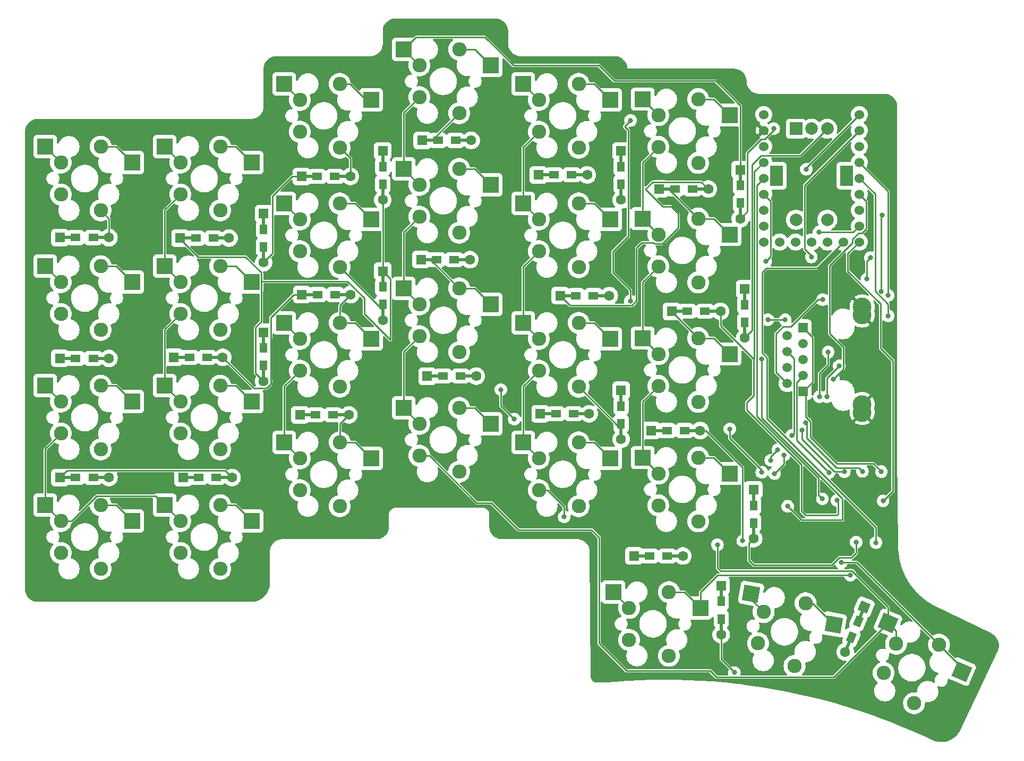
<source format=gtl>
G04 #@! TF.GenerationSoftware,KiCad,Pcbnew,8.0.8*
G04 #@! TF.CreationDate,2025-02-11T03:27:34+10:00*
G04 #@! TF.ProjectId,wetsocks54k,77657473-6f63-46b7-9335-346b2e6b6963,2*
G04 #@! TF.SameCoordinates,Original*
G04 #@! TF.FileFunction,Copper,L1,Top*
G04 #@! TF.FilePolarity,Positive*
%FSLAX46Y46*%
G04 Gerber Fmt 4.6, Leading zero omitted, Abs format (unit mm)*
G04 Created by KiCad (PCBNEW 8.0.8) date 2025-02-11 03:27:34*
%MOMM*%
%LPD*%
G01*
G04 APERTURE LIST*
G04 Aperture macros list*
%AMRotRect*
0 Rectangle, with rotation*
0 The origin of the aperture is its center*
0 $1 length*
0 $2 width*
0 $3 Rotation angle, in degrees counterclockwise*
0 Add horizontal line*
21,1,$1,$2,0,0,$3*%
G04 Aperture macros list end*
G04 #@! TA.AperFunction,ComponentPad*
%ADD10R,1.500000X1.500000*%
G04 #@! TD*
G04 #@! TA.AperFunction,ComponentPad*
%ADD11C,1.500000*%
G04 #@! TD*
G04 #@! TA.AperFunction,ComponentPad*
%ADD12C,3.000000*%
G04 #@! TD*
G04 #@! TA.AperFunction,SMDPad,CuDef*
%ADD13R,1.600000X1.200000*%
G04 #@! TD*
G04 #@! TA.AperFunction,SMDPad,CuDef*
%ADD14R,2.900000X0.500000*%
G04 #@! TD*
G04 #@! TA.AperFunction,ComponentPad*
%ADD15R,1.600000X1.600000*%
G04 #@! TD*
G04 #@! TA.AperFunction,ComponentPad*
%ADD16C,1.600000*%
G04 #@! TD*
G04 #@! TA.AperFunction,SMDPad,CuDef*
%ADD17R,2.550000X2.500000*%
G04 #@! TD*
G04 #@! TA.AperFunction,ComponentPad*
%ADD18C,2.286000*%
G04 #@! TD*
G04 #@! TA.AperFunction,SMDPad,CuDef*
%ADD19R,1.200000X1.600000*%
G04 #@! TD*
G04 #@! TA.AperFunction,SMDPad,CuDef*
%ADD20R,0.500000X2.900000*%
G04 #@! TD*
G04 #@! TA.AperFunction,ComponentPad*
%ADD21C,1.524000*%
G04 #@! TD*
G04 #@! TA.AperFunction,SMDPad,CuDef*
%ADD22RotRect,1.600000X1.200000X67.000000*%
G04 #@! TD*
G04 #@! TA.AperFunction,SMDPad,CuDef*
%ADD23RotRect,2.900000X0.500000X67.000000*%
G04 #@! TD*
G04 #@! TA.AperFunction,ComponentPad*
%ADD24RotRect,1.600000X1.600000X67.000000*%
G04 #@! TD*
G04 #@! TA.AperFunction,SMDPad,CuDef*
%ADD25RotRect,2.550000X2.500000X350.000000*%
G04 #@! TD*
G04 #@! TA.AperFunction,SMDPad,CuDef*
%ADD26RotRect,2.550000X2.500000X337.000000*%
G04 #@! TD*
G04 #@! TA.AperFunction,ComponentPad*
%ADD27R,2.000000X2.000000*%
G04 #@! TD*
G04 #@! TA.AperFunction,ComponentPad*
%ADD28C,2.000000*%
G04 #@! TD*
G04 #@! TA.AperFunction,ComponentPad*
%ADD29R,2.000000X3.200000*%
G04 #@! TD*
G04 #@! TA.AperFunction,ViaPad*
%ADD30C,0.800000*%
G04 #@! TD*
G04 #@! TA.AperFunction,Conductor*
%ADD31C,0.250000*%
G04 #@! TD*
G04 APERTURE END LIST*
D10*
X160478600Y-92670000D03*
D11*
X157938600Y-93940000D03*
X160478600Y-95210000D03*
X157938600Y-96480000D03*
X160478600Y-97750000D03*
X157938600Y-99020000D03*
X160478600Y-100290000D03*
X157938600Y-101560000D03*
D12*
X169878600Y-89345000D03*
X169878600Y-104885000D03*
D10*
X160478600Y-102830000D03*
D11*
X157938600Y-101560000D03*
X160478600Y-100290000D03*
X157938600Y-99020000D03*
X160478600Y-97750000D03*
X157938600Y-96480000D03*
X160478600Y-95210000D03*
X157938600Y-93940000D03*
D12*
X169878600Y-106155000D03*
X169878600Y-90615000D03*
D13*
X136008600Y-129035000D03*
D14*
X134908600Y-129035000D03*
D15*
X133508600Y-129035000D03*
D16*
X141308600Y-129035000D03*
D14*
X139908600Y-129035000D03*
D13*
X138808600Y-129035000D03*
X102258600Y-62785000D03*
D14*
X101158600Y-62785000D03*
D15*
X99758600Y-62785000D03*
D16*
X107558600Y-62785000D03*
D14*
X106158600Y-62785000D03*
D13*
X105058600Y-62785000D03*
D17*
X130245000Y-134785000D03*
D18*
X132725000Y-137325000D03*
X132725000Y-142405000D03*
X139075000Y-134785000D03*
X139075000Y-144945000D03*
D17*
X144095000Y-137325000D03*
X77768600Y-53785000D03*
D18*
X80248600Y-56325000D03*
X80248600Y-61405000D03*
X86598600Y-53785000D03*
X86598600Y-63945000D03*
D17*
X91618600Y-56325000D03*
D19*
X93458600Y-66965000D03*
D20*
X93458600Y-65865000D03*
D15*
X93458600Y-64465000D03*
D16*
X93458600Y-72265000D03*
D20*
X93458600Y-70865000D03*
D19*
X93458600Y-69765000D03*
X74458600Y-76965000D03*
D20*
X74458600Y-75865000D03*
D15*
X74458600Y-74465000D03*
D16*
X74458600Y-82265000D03*
D20*
X74458600Y-80865000D03*
D19*
X74458600Y-79765000D03*
D13*
X103058600Y-100365000D03*
D14*
X101958600Y-100365000D03*
D15*
X100558600Y-100365000D03*
D16*
X108358600Y-100365000D03*
D14*
X106958600Y-100365000D03*
D13*
X105858600Y-100365000D03*
X63658600Y-78365000D03*
D14*
X62558600Y-78365000D03*
D15*
X61158600Y-78365000D03*
D16*
X68958600Y-78365000D03*
D14*
X67558600Y-78365000D03*
D13*
X66458600Y-78365000D03*
D19*
X131458600Y-105135000D03*
D20*
X131458600Y-104035000D03*
D15*
X131458600Y-102635000D03*
D16*
X131458600Y-110435000D03*
D20*
X131458600Y-109035000D03*
D19*
X131458600Y-107935000D03*
D17*
X134918600Y-94305000D03*
D18*
X137398600Y-96845000D03*
X137398600Y-101925000D03*
X143748600Y-94305000D03*
X143748600Y-104465000D03*
D17*
X148768600Y-96845000D03*
D21*
X169428000Y-58668800D03*
X169428000Y-61208800D03*
X169428000Y-63748800D03*
X169428000Y-66288800D03*
X169428000Y-68828800D03*
X169428000Y-71368800D03*
X169428000Y-73908800D03*
X169428000Y-76448800D03*
X169428000Y-78988800D03*
X166888000Y-78988800D03*
X164348000Y-78988800D03*
X161808000Y-78988800D03*
X159268000Y-78988800D03*
X156728000Y-78988800D03*
X154188000Y-78988800D03*
X154188000Y-76448800D03*
X154188000Y-73908800D03*
X154188000Y-71368800D03*
X154188000Y-68828800D03*
X154188000Y-66288800D03*
X154188000Y-63748800D03*
X154188000Y-61208800D03*
X154188000Y-58668800D03*
D13*
X82758600Y-106535000D03*
D14*
X81658600Y-106535000D03*
D15*
X80258600Y-106535000D03*
D16*
X88058600Y-106535000D03*
D14*
X86658600Y-106535000D03*
D13*
X85558600Y-106535000D03*
D17*
X134918600Y-56205000D03*
D18*
X137398600Y-58745000D03*
X137398600Y-63825000D03*
X143748600Y-56205000D03*
X143748600Y-66365000D03*
D17*
X148768600Y-58745000D03*
D13*
X44508600Y-116535000D03*
D14*
X43408600Y-116535000D03*
D15*
X42008600Y-116535000D03*
D16*
X49808600Y-116535000D03*
D14*
X48408600Y-116535000D03*
D13*
X47308600Y-116535000D03*
D17*
X115868600Y-110935000D03*
D18*
X118348600Y-113475000D03*
X118348600Y-118555000D03*
X124698600Y-110935000D03*
X124698600Y-121095000D03*
D17*
X129718600Y-113475000D03*
X96818600Y-105435000D03*
D18*
X99298600Y-107975000D03*
X99298600Y-113055000D03*
X105648600Y-105435000D03*
X105648600Y-115595000D03*
D17*
X110668600Y-107975000D03*
D19*
X93458600Y-86135000D03*
D20*
X93458600Y-85035000D03*
D15*
X93458600Y-83635000D03*
D16*
X93458600Y-91435000D03*
D20*
X93458600Y-90035000D03*
D19*
X93458600Y-88935000D03*
D13*
X138758600Y-109035000D03*
D14*
X137658600Y-109035000D03*
D15*
X136258600Y-109035000D03*
D16*
X144058600Y-109035000D03*
D14*
X142658600Y-109035000D03*
D13*
X141558600Y-109035000D03*
D19*
X74458600Y-95885000D03*
D20*
X74458600Y-94785000D03*
D15*
X74458600Y-93385000D03*
D16*
X74458600Y-101185000D03*
D20*
X74458600Y-99785000D03*
D19*
X74458600Y-98685000D03*
D13*
X120758600Y-68285000D03*
D14*
X119658600Y-68285000D03*
D15*
X118258600Y-68285000D03*
D16*
X126058600Y-68285000D03*
D14*
X124658600Y-68285000D03*
D13*
X123558600Y-68285000D03*
X44508600Y-97535000D03*
D14*
X43408600Y-97535000D03*
D15*
X42008600Y-97535000D03*
D16*
X49808600Y-97535000D03*
D14*
X48408600Y-97535000D03*
D13*
X47308600Y-97535000D03*
D17*
X96818600Y-86385000D03*
D18*
X99298600Y-88925000D03*
X99298600Y-94005000D03*
X105648600Y-86385000D03*
X105648600Y-96545000D03*
D17*
X110668600Y-88925000D03*
D13*
X142008600Y-90035000D03*
D14*
X140908600Y-90035000D03*
D15*
X139508600Y-90035000D03*
D16*
X147308600Y-90035000D03*
D14*
X145908600Y-90035000D03*
D13*
X144808600Y-90035000D03*
D17*
X77768600Y-72835000D03*
D18*
X80248600Y-75375000D03*
X80248600Y-80455000D03*
X86598600Y-72835000D03*
X86598600Y-82995000D03*
D17*
X91618600Y-75375000D03*
D13*
X124258600Y-87535000D03*
D14*
X123158600Y-87535000D03*
D15*
X121758600Y-87535000D03*
D16*
X129558600Y-87535000D03*
D14*
X128158600Y-87535000D03*
D13*
X127058600Y-87535000D03*
D17*
X39668600Y-120935000D03*
D18*
X42148600Y-123475000D03*
X42148600Y-128555000D03*
X48498600Y-120935000D03*
X48498600Y-131095000D03*
D17*
X53518600Y-123475000D03*
X115868600Y-53785000D03*
D18*
X118348600Y-56325000D03*
X118348600Y-61405000D03*
X124698600Y-53785000D03*
X124698600Y-63945000D03*
D17*
X129718600Y-56325000D03*
X39668600Y-82835000D03*
D18*
X42148600Y-85375000D03*
X42148600Y-90455000D03*
X48498600Y-82835000D03*
X48498600Y-92995000D03*
D17*
X53518600Y-85375000D03*
X134918600Y-113355000D03*
D18*
X137398600Y-115895000D03*
X137398600Y-120975000D03*
X143748600Y-113355000D03*
X143748600Y-123515000D03*
D17*
X148768600Y-115895000D03*
D13*
X44508600Y-78285000D03*
D14*
X43408600Y-78285000D03*
D15*
X42008600Y-78285000D03*
D16*
X49808600Y-78285000D03*
D14*
X48408600Y-78285000D03*
D13*
X47308600Y-78285000D03*
D17*
X58718600Y-101885000D03*
D18*
X61198600Y-104425000D03*
X61198600Y-109505000D03*
X67548600Y-101885000D03*
X67548600Y-112045000D03*
D17*
X72568600Y-104425000D03*
X39668600Y-63785000D03*
D18*
X42148600Y-66325000D03*
X42148600Y-71405000D03*
X48498600Y-63785000D03*
X48498600Y-73945000D03*
D17*
X53518600Y-66325000D03*
X77768600Y-91885000D03*
D18*
X80248600Y-94425000D03*
X80248600Y-99505000D03*
X86598600Y-91885000D03*
X86598600Y-102045000D03*
D17*
X91618600Y-94425000D03*
X58718601Y-63785000D03*
D18*
X61198601Y-66325000D03*
X61198601Y-71405000D03*
X67548601Y-63785000D03*
X67548601Y-73945000D03*
D17*
X72568601Y-66325000D03*
D13*
X83058600Y-87365000D03*
D14*
X81958600Y-87365000D03*
D15*
X80558600Y-87365000D03*
D16*
X88358600Y-87365000D03*
D14*
X86958600Y-87365000D03*
D13*
X85858600Y-87365000D03*
D19*
X147408600Y-136285000D03*
D20*
X147408600Y-135185000D03*
D15*
X147408600Y-133785000D03*
D16*
X147408600Y-141585000D03*
D20*
X147408600Y-140185000D03*
D19*
X147408600Y-139085000D03*
D22*
X169252648Y-139457586D03*
D23*
X169682452Y-138445031D03*
D24*
X170229475Y-137156324D03*
D16*
X167181773Y-144336262D03*
D23*
X167728796Y-143047555D03*
D22*
X168158600Y-142035000D03*
D19*
X150458600Y-69965000D03*
D20*
X150458600Y-68865000D03*
D15*
X150458600Y-67465000D03*
D16*
X150458600Y-75265000D03*
D20*
X150458600Y-73865000D03*
D19*
X150458600Y-72765000D03*
D17*
X58718600Y-82835000D03*
D18*
X61198600Y-85375000D03*
X61198600Y-90455000D03*
X67548600Y-82835000D03*
X67548600Y-92995000D03*
D17*
X72568600Y-85375000D03*
D25*
X152176732Y-135039930D03*
D18*
X154177989Y-137971989D03*
X153295856Y-142974812D03*
X160872584Y-136573243D03*
X159108319Y-146578890D03*
D25*
X165375253Y-139946369D03*
D19*
X151158600Y-88965000D03*
D20*
X151158600Y-87865000D03*
D15*
X151158600Y-86465000D03*
D16*
X151158600Y-94265000D03*
D20*
X151158600Y-92865000D03*
D19*
X151158600Y-91765000D03*
D17*
X58718600Y-120935000D03*
D18*
X61198600Y-123475000D03*
X61198600Y-128555000D03*
X67548600Y-120935000D03*
X67548600Y-131095000D03*
D17*
X72568600Y-123475000D03*
X96818600Y-67335000D03*
D18*
X99298600Y-69875000D03*
X99298600Y-74955000D03*
X105648600Y-67335000D03*
X105648600Y-77495000D03*
D17*
X110668600Y-69875000D03*
X134918600Y-75255000D03*
D18*
X137398600Y-77795000D03*
X137398600Y-82875000D03*
X143748600Y-75255000D03*
X143748600Y-85415000D03*
D17*
X148768600Y-77795000D03*
D13*
X102058600Y-81785000D03*
D14*
X100958600Y-81785000D03*
D15*
X99558600Y-81785000D03*
D16*
X107358600Y-81785000D03*
D14*
X105958600Y-81785000D03*
D13*
X104858600Y-81785000D03*
D17*
X115868600Y-91885000D03*
D18*
X118348600Y-94425000D03*
X118348600Y-99505000D03*
X124698600Y-91885000D03*
X124698600Y-102045000D03*
D17*
X129718600Y-94425000D03*
D26*
X174004940Y-139716845D03*
D18*
X175295334Y-143023940D03*
X173310419Y-147700105D03*
X182132996Y-143167000D03*
X178163168Y-152519330D03*
D26*
X185761474Y-147466553D03*
D17*
X77768600Y-110935000D03*
D18*
X80248600Y-113475000D03*
X80248600Y-118555000D03*
X86598600Y-110935000D03*
X86598600Y-121095000D03*
D17*
X91618600Y-113475000D03*
X39668600Y-101885000D03*
D18*
X42148600Y-104425000D03*
X42148600Y-109505000D03*
X48498600Y-101885000D03*
X48498600Y-112045000D03*
D17*
X53518600Y-104425000D03*
D13*
X140058600Y-70535000D03*
D14*
X138958600Y-70535000D03*
D15*
X137558600Y-70535000D03*
D16*
X145358600Y-70535000D03*
D14*
X143958600Y-70535000D03*
D13*
X142858600Y-70535000D03*
D17*
X96818600Y-48285000D03*
D18*
X99298600Y-50825000D03*
X99298600Y-55905000D03*
X105648600Y-48285000D03*
X105648600Y-58445000D03*
D17*
X110668600Y-50825000D03*
X115868600Y-72835000D03*
D18*
X118348600Y-75375000D03*
X118348600Y-80455000D03*
X124698600Y-72835000D03*
X124698600Y-82995000D03*
D17*
X129718600Y-75375000D03*
D13*
X121058600Y-106365000D03*
D14*
X119958600Y-106365000D03*
D15*
X118558600Y-106365000D03*
D16*
X126358600Y-106365000D03*
D14*
X124958600Y-106365000D03*
D13*
X123858600Y-106365000D03*
X62658600Y-97365000D03*
D14*
X61558600Y-97365000D03*
D15*
X60158600Y-97365000D03*
D16*
X67958600Y-97365000D03*
D14*
X66558600Y-97365000D03*
D13*
X65458600Y-97365000D03*
X83008600Y-68535000D03*
D14*
X81908600Y-68535000D03*
D15*
X80508600Y-68535000D03*
D16*
X88308600Y-68535000D03*
D14*
X86908600Y-68535000D03*
D13*
X85808600Y-68535000D03*
X64133264Y-116535000D03*
D14*
X63033264Y-116535000D03*
D15*
X61633264Y-116535000D03*
D16*
X69433264Y-116535000D03*
D14*
X68033264Y-116535000D03*
D13*
X66933264Y-116535000D03*
D19*
X131458600Y-66965000D03*
D20*
X131458600Y-65865000D03*
D15*
X131458600Y-64465000D03*
D16*
X131458600Y-72265000D03*
D20*
X131458600Y-70865000D03*
D19*
X131458600Y-69765000D03*
X152588600Y-123775000D03*
D20*
X152588600Y-124875000D03*
D16*
X152588600Y-126275000D03*
D15*
X152588600Y-118475000D03*
D20*
X152588600Y-119875000D03*
D19*
X152588600Y-120975000D03*
D27*
X159322600Y-60929400D03*
D28*
X164322600Y-60929400D03*
X161822600Y-60929400D03*
D29*
X167422600Y-68429400D03*
X156222600Y-68429400D03*
D28*
X164322600Y-75429400D03*
X159322600Y-75429400D03*
D30*
X158648600Y-109825000D03*
X156438600Y-112085000D03*
X155328600Y-113775000D03*
X171200600Y-81485000D03*
X170648600Y-84885000D03*
X163558600Y-88185000D03*
X165278600Y-100815000D03*
X164238600Y-103665000D03*
X166228600Y-98735000D03*
X161778600Y-81365000D03*
X174018600Y-90755000D03*
X169918600Y-115555000D03*
X160868600Y-107805000D03*
X167048600Y-115625000D03*
X160278600Y-109005000D03*
X173048600Y-74735000D03*
X172898600Y-86875000D03*
X160978600Y-67395000D03*
X154858600Y-91365000D03*
X157618600Y-91365000D03*
X155898600Y-115905000D03*
X157388600Y-112975000D03*
X163068600Y-103675000D03*
X164478600Y-96525000D03*
X174048600Y-87515000D03*
X164584634Y-115748966D03*
X173208600Y-120275000D03*
X150848600Y-126635000D03*
X165888600Y-120185000D03*
X163548600Y-119945000D03*
X158008600Y-121115000D03*
X146808600Y-127258000D03*
X148788600Y-108775000D03*
X154510600Y-82075000D03*
X153878600Y-97605000D03*
X132928600Y-88385000D03*
X132958600Y-59605000D03*
X122388600Y-122795000D03*
X153874634Y-115698966D03*
X114418600Y-107225000D03*
X112278600Y-102515000D03*
X149518600Y-147625000D03*
X172078600Y-126905000D03*
X162998600Y-77415000D03*
X166529773Y-130075000D03*
X167998600Y-132105000D03*
X155788600Y-60915000D03*
X168928600Y-126845000D03*
X172948600Y-115595000D03*
D31*
X165918600Y-114345000D02*
X171698600Y-114345000D01*
X161628600Y-110055000D02*
X165918600Y-114345000D01*
X160848600Y-103200000D02*
X160848600Y-106862932D01*
X160848600Y-106862932D02*
X161628600Y-107642932D01*
X161628600Y-107642932D02*
X161628600Y-110055000D01*
X160478600Y-102830000D02*
X160848600Y-103200000D01*
X171698600Y-114345000D02*
X172948600Y-115595000D01*
X165756600Y-114973000D02*
X169336600Y-114973000D01*
X161058600Y-110275000D02*
X165756600Y-114973000D01*
X161058600Y-107995000D02*
X161058600Y-110275000D01*
X160868600Y-107805000D02*
X161058600Y-107995000D01*
X169336600Y-114973000D02*
X169918600Y-115555000D01*
X165438600Y-115625000D02*
X167048600Y-115625000D01*
X160278600Y-110465000D02*
X165438600Y-115625000D01*
X160278600Y-109005000D02*
X160278600Y-110465000D01*
X166758600Y-119931841D02*
X153878600Y-107051841D01*
X153878600Y-107051841D02*
X153878600Y-97605000D01*
X166758600Y-123305000D02*
X166758600Y-119931841D01*
X160198600Y-123305000D02*
X166758600Y-123305000D01*
X158008600Y-121115000D02*
X160198600Y-123305000D01*
X166008600Y-120305000D02*
X165888600Y-120185000D01*
X165798600Y-122545000D02*
X166008600Y-122335000D01*
X166008600Y-122335000D02*
X166008600Y-120305000D01*
X160868600Y-122545000D02*
X165798600Y-122545000D01*
X160178600Y-121855000D02*
X160868600Y-122545000D01*
X151478600Y-105745000D02*
X160178600Y-114445000D01*
X151478600Y-104555000D02*
X151478600Y-105745000D01*
X152553100Y-103480500D02*
X151478600Y-104555000D01*
X160178600Y-114445000D02*
X160178600Y-121855000D01*
X152553100Y-97600500D02*
X152553100Y-103480500D01*
X151858600Y-129745000D02*
X151858600Y-127005000D01*
X152578600Y-130465000D02*
X151858600Y-129745000D01*
X166198600Y-129325000D02*
X165058600Y-130465000D01*
X168178600Y-129325000D02*
X166198600Y-129325000D01*
X168928600Y-128575000D02*
X168178600Y-129325000D01*
X168928600Y-126845000D02*
X168928600Y-128575000D01*
X165058600Y-130465000D02*
X152578600Y-130465000D01*
X151858600Y-127005000D02*
X152588600Y-126275000D01*
X166529773Y-130075000D02*
X169040996Y-130075000D01*
X169040996Y-130075000D02*
X182132996Y-143167000D01*
X159013600Y-109460000D02*
X159013600Y-97555000D01*
X158648600Y-109825000D02*
X159013600Y-109460000D01*
X159013600Y-97555000D02*
X157938600Y-96480000D01*
X155328600Y-113195000D02*
X156438600Y-112085000D01*
X155328600Y-113775000D02*
X155328600Y-113195000D01*
X153938600Y-96655000D02*
X154728600Y-97445000D01*
X153938600Y-83855000D02*
X153938600Y-96655000D01*
X154728600Y-107125000D02*
X172078600Y-124475000D01*
X154638600Y-83155000D02*
X153938600Y-83855000D01*
X154728600Y-97445000D02*
X154728600Y-107125000D01*
X162721800Y-83155000D02*
X154638600Y-83155000D01*
X166888000Y-78988800D02*
X162721800Y-83155000D01*
X172078600Y-124475000D02*
X172078600Y-126905000D01*
X162813600Y-88185000D02*
X163558600Y-88185000D01*
X156128600Y-93615000D02*
X157288600Y-92455000D01*
X156128600Y-99750000D02*
X156128600Y-93615000D01*
X157288600Y-92455000D02*
X158543600Y-92455000D01*
X157938600Y-101560000D02*
X156128600Y-99750000D01*
X158543600Y-92455000D02*
X162813600Y-88185000D01*
X154858600Y-91365000D02*
X157618600Y-91365000D01*
X170648600Y-84885000D02*
X170648600Y-82037000D01*
X170648600Y-82037000D02*
X171200600Y-81485000D01*
X170515000Y-72455800D02*
X169428000Y-71368800D01*
X170515000Y-76908600D02*
X170515000Y-72455800D01*
X169887800Y-77535800D02*
X170515000Y-76908600D01*
X169327800Y-77535800D02*
X169887800Y-77535800D01*
X168318600Y-79095451D02*
X168318600Y-78545000D01*
X164658600Y-82755451D02*
X168318600Y-79095451D01*
X168318600Y-78545000D02*
X169327800Y-77535800D01*
X164658600Y-93535000D02*
X164658600Y-82755451D01*
X165278600Y-100815000D02*
X166880600Y-99213000D01*
X166880600Y-95757000D02*
X164658600Y-93535000D01*
X166880600Y-99213000D02*
X166880600Y-95757000D01*
X164238600Y-100725000D02*
X164238600Y-103665000D01*
X166228600Y-98735000D02*
X164238600Y-100725000D01*
X163068600Y-99965000D02*
X163068600Y-103675000D01*
X164478600Y-98555000D02*
X163068600Y-99965000D01*
X164478600Y-96525000D02*
X164478600Y-98555000D01*
X160721000Y-69915800D02*
X169428000Y-61208800D01*
X161778600Y-81365000D02*
X161778600Y-81195000D01*
X161778600Y-81195000D02*
X160721000Y-80137400D01*
X160721000Y-80137400D02*
X160721000Y-69915800D01*
X171938600Y-71339400D02*
X169428000Y-68828800D01*
X174018600Y-88917068D02*
X171938600Y-86837068D01*
X171938600Y-86837068D02*
X171938600Y-71339400D01*
X174018600Y-90755000D02*
X174018600Y-88917068D01*
X167608600Y-80808200D02*
X169428000Y-78988800D01*
X172808600Y-88835000D02*
X167608600Y-83635000D01*
X172808600Y-95925000D02*
X172808600Y-88835000D01*
X167608600Y-83635000D02*
X167608600Y-80808200D01*
X174778600Y-118705000D02*
X174778600Y-97895000D01*
X174778600Y-97895000D02*
X172808600Y-95925000D01*
X173208600Y-120275000D02*
X174778600Y-118705000D01*
X172898600Y-74885000D02*
X173048600Y-74735000D01*
X172898600Y-86875000D02*
X172898600Y-74885000D01*
X160978600Y-67395000D02*
X161128600Y-67245000D01*
X161128600Y-67245000D02*
X161128600Y-66968200D01*
X161128600Y-66968200D02*
X169428000Y-58668800D01*
X157388600Y-114415000D02*
X155898600Y-115905000D01*
X157388600Y-112975000D02*
X157388600Y-114415000D01*
X174048600Y-87515000D02*
X174048600Y-70909400D01*
X174048600Y-70909400D02*
X169428000Y-66288800D01*
X159403600Y-110567932D02*
X164584634Y-115748966D01*
X159403600Y-101365000D02*
X159403600Y-110567932D01*
X160678600Y-100090000D02*
X159403600Y-101365000D01*
X160478600Y-100290000D02*
X160678600Y-100090000D01*
X161948600Y-101360000D02*
X160478600Y-102830000D01*
X160478600Y-92670000D02*
X161948600Y-94140000D01*
X161948600Y-94140000D02*
X161948600Y-101360000D01*
X144937600Y-109035000D02*
X144058600Y-109035000D01*
X150848600Y-126635000D02*
X150848600Y-114946000D01*
X150848600Y-114946000D02*
X144937600Y-109035000D01*
X162888600Y-119285000D02*
X163548600Y-119945000D01*
X162888600Y-118595000D02*
X162888600Y-119285000D01*
X153101000Y-69915800D02*
X154188000Y-68828800D01*
X153101000Y-106807400D02*
X153101000Y-69915800D01*
X162888600Y-116595000D02*
X153101000Y-106807400D01*
X162888600Y-118595000D02*
X162888600Y-116595000D01*
X168260668Y-131445000D02*
X174004940Y-137189272D01*
X147298600Y-131445000D02*
X168260668Y-131445000D01*
X174004940Y-137189272D02*
X174004940Y-139716845D01*
X146808600Y-130955000D02*
X147298600Y-131445000D01*
X146808600Y-127258000D02*
X146808600Y-130955000D01*
X153874634Y-115351034D02*
X153874634Y-115698966D01*
X148788600Y-110265000D02*
X153874634Y-115351034D01*
X148788600Y-108775000D02*
X148788600Y-110265000D01*
X155275000Y-72455800D02*
X154188000Y-71368800D01*
X155275000Y-81310600D02*
X155275000Y-72455800D01*
X154510600Y-82075000D02*
X155275000Y-81310600D01*
X79039600Y-68535000D02*
X75918600Y-71656000D01*
X75918600Y-80805000D02*
X74458600Y-82265000D01*
X75918600Y-71656000D02*
X75918600Y-80805000D01*
X80508600Y-68535000D02*
X79039600Y-68535000D01*
X143748600Y-56205000D02*
X146228600Y-56205000D01*
X146228600Y-56205000D02*
X148768600Y-58745000D01*
X139446907Y-73376000D02*
X140547600Y-74476693D01*
X93458600Y-83635000D02*
X94668600Y-84845000D01*
X74095600Y-85255000D02*
X74095600Y-91688000D01*
X145358600Y-70535000D02*
X144233600Y-69410000D01*
X94668600Y-84845000D02*
X94668600Y-94585000D01*
X90511600Y-87927009D02*
X87839591Y-85255000D01*
X135295600Y-70585000D02*
X138086600Y-73376000D01*
X134764766Y-79105100D02*
X133918600Y-79951266D01*
X73208600Y-99935000D02*
X74458600Y-101185000D01*
X138006666Y-79263000D02*
X136795941Y-79263000D01*
X123288600Y-89065000D02*
X121758600Y-87535000D01*
X133918600Y-79951266D02*
X133918600Y-88317068D01*
X140547600Y-76722066D02*
X138006666Y-79263000D01*
X138086600Y-73376000D02*
X139446907Y-73376000D01*
X140547600Y-74476693D02*
X140547600Y-76722066D01*
X136638041Y-79105100D02*
X134764766Y-79105100D01*
X61158600Y-78365000D02*
X61158600Y-78521066D01*
X133918600Y-88317068D02*
X133170668Y-89065000D01*
X73208600Y-92575000D02*
X73208600Y-99935000D01*
X136795941Y-79263000D02*
X136638041Y-79105100D01*
X64004534Y-81367000D02*
X71589600Y-81367000D01*
X90511600Y-90428000D02*
X90511600Y-87927009D01*
X144233600Y-69410000D02*
X136470600Y-69410000D01*
X93458600Y-83635000D02*
X93458600Y-72265000D01*
X133170668Y-89065000D02*
X123288600Y-89065000D01*
X87839591Y-85255000D02*
X74095600Y-85255000D01*
X94668600Y-94585000D02*
X90511600Y-90428000D01*
X61158600Y-78521066D02*
X64004534Y-81367000D01*
X74095600Y-91688000D02*
X73208600Y-92575000D01*
X71589600Y-81367000D02*
X74095600Y-83873000D01*
X136470600Y-69410000D02*
X135295600Y-70585000D01*
X74095600Y-83873000D02*
X74095600Y-85255000D01*
X143748600Y-75255000D02*
X146228600Y-75255000D01*
X143748600Y-75255000D02*
X139028600Y-70535000D01*
X146228600Y-75255000D02*
X148768600Y-77795000D01*
X139028600Y-70535000D02*
X137558600Y-70535000D01*
X147308600Y-90035000D02*
X147308600Y-92356000D01*
X75583600Y-91041000D02*
X79259600Y-87365000D01*
X72903600Y-102310000D02*
X74924591Y-102310000D01*
X152705600Y-67771200D02*
X152705600Y-97448000D01*
X74924591Y-102310000D02*
X75583600Y-101650991D01*
X75583600Y-101650991D02*
X75583600Y-91041000D01*
X147308600Y-92356000D02*
X152553100Y-97600500D01*
X79259600Y-87365000D02*
X80558600Y-87365000D01*
X67958600Y-97365000D02*
X72903600Y-102310000D01*
X154188000Y-66288800D02*
X152705600Y-67771200D01*
X152705600Y-97448000D02*
X152553100Y-97600500D01*
X143748600Y-94305000D02*
X139508600Y-90065000D01*
X139508600Y-90065000D02*
X139508600Y-90035000D01*
X146228600Y-94305000D02*
X143748600Y-94305000D01*
X148768600Y-96845000D02*
X146228600Y-94305000D01*
X127178600Y-53785000D02*
X129718600Y-56325000D01*
X124698600Y-53785000D02*
X127178600Y-53785000D01*
X127178600Y-72835000D02*
X129718600Y-75375000D01*
X124698600Y-72835000D02*
X127178600Y-72835000D01*
X101308600Y-62785000D02*
X99758600Y-62785000D01*
X105648600Y-48285000D02*
X108128600Y-48285000D01*
X108128600Y-48285000D02*
X110668600Y-50825000D01*
X105648600Y-58445000D02*
X101308600Y-62785000D01*
X86598599Y-110935000D02*
X86598599Y-107995001D01*
X89078600Y-110935000D02*
X91618600Y-113475000D01*
X86598599Y-107995001D02*
X88058600Y-106535000D01*
X86598599Y-110935000D02*
X89078600Y-110935000D01*
X150458600Y-67465000D02*
X150458600Y-57215000D01*
X96818600Y-67395000D02*
X96818600Y-67335000D01*
X146558600Y-53315000D02*
X130388600Y-53315000D01*
X126718600Y-124865000D02*
X115088600Y-124865000D01*
X130388600Y-53315000D02*
X127928600Y-50855000D01*
X96818600Y-58385000D02*
X99298600Y-55905000D01*
X96818600Y-48345000D02*
X96818600Y-48285000D01*
X150458600Y-57215000D02*
X146558600Y-53315000D01*
X80248600Y-56325000D02*
X77768600Y-53845000D01*
X99298600Y-88925000D02*
X96818600Y-86445000D01*
X175295334Y-141007239D02*
X174004940Y-139716845D01*
X127948600Y-142946650D02*
X127948600Y-126095000D01*
X96818600Y-105435000D02*
X96818600Y-96485000D01*
X127948600Y-126095000D02*
X126718600Y-124865000D01*
X96818600Y-105495000D02*
X96818600Y-105435000D01*
X98758600Y-46345000D02*
X96818600Y-48285000D01*
X77768601Y-110935000D02*
X77768601Y-110995001D01*
X127928600Y-50855000D02*
X114278600Y-50855000D01*
X146648393Y-148344793D02*
X145648600Y-147345000D01*
X108405046Y-120545000D02*
X100915046Y-113055000D01*
X174004940Y-139716845D02*
X165376992Y-148344793D01*
X99298600Y-69875000D02*
X96818600Y-67395000D01*
X77768600Y-91885000D02*
X77768600Y-91945000D01*
X145648600Y-147345000D02*
X132346950Y-147345000D01*
X96818600Y-86385000D02*
X96818600Y-77435000D01*
X77768600Y-53845000D02*
X77768600Y-53785000D01*
X96818600Y-86445000D02*
X96818600Y-86385000D01*
X150458600Y-67465000D02*
X150458600Y-69365000D01*
X114278600Y-50855000D02*
X109768600Y-46345000D01*
X77768601Y-110935000D02*
X77768601Y-101984999D01*
X100915046Y-113055000D02*
X99298600Y-113055000D01*
X77768601Y-110995001D02*
X80248600Y-113475000D01*
X99298600Y-107975000D02*
X96818600Y-105495000D01*
X77768600Y-91945000D02*
X80248600Y-94425000D01*
X77768600Y-72895000D02*
X80248600Y-75375000D01*
X99298600Y-50825000D02*
X96818600Y-48345000D01*
X77768601Y-101984999D02*
X80248600Y-99505000D01*
X165376992Y-148344793D02*
X146648393Y-148344793D01*
X132346950Y-147345000D02*
X127948600Y-142946650D01*
X96818600Y-67335000D02*
X96818600Y-58385000D01*
X110768600Y-120545000D02*
X108405046Y-120545000D01*
X115088600Y-124865000D02*
X110768600Y-120545000D01*
X96818600Y-77435000D02*
X99298600Y-74955000D01*
X77768600Y-72835000D02*
X77768600Y-72895000D01*
X109768600Y-46345000D02*
X98758600Y-46345000D01*
X175295334Y-143023940D02*
X175295334Y-141007239D01*
X96818600Y-96485000D02*
X99298600Y-94005000D01*
X43882534Y-123475000D02*
X47890534Y-119467000D01*
X58718600Y-82895000D02*
X58718600Y-82835000D01*
X61198600Y-85375000D02*
X58718600Y-82895000D01*
X61198600Y-123475000D02*
X58718600Y-120995000D01*
X61198600Y-104425000D02*
X58718600Y-101945000D01*
X58718600Y-120995000D02*
X58718600Y-120935000D01*
X130158600Y-80505000D02*
X130158600Y-83875000D01*
X61198601Y-66325000D02*
X58718601Y-63845000D01*
X39668600Y-111985000D02*
X39668600Y-120935000D01*
X58718601Y-63845000D02*
X58718601Y-63785000D01*
X39668600Y-101885000D02*
X39668600Y-101945000D01*
X42148600Y-123475000D02*
X39668600Y-120995000D01*
X39668600Y-120995000D02*
X39668600Y-120935000D01*
X132928600Y-86645000D02*
X132928600Y-88385000D01*
X132008600Y-60555000D02*
X132583600Y-61130000D01*
X58718600Y-92935000D02*
X61198600Y-90455000D01*
X42148600Y-123475000D02*
X43882534Y-123475000D01*
X58718600Y-82835000D02*
X58718600Y-73885001D01*
X57250600Y-119467000D02*
X58718600Y-120935000D01*
X132583600Y-61130000D02*
X132583600Y-78080000D01*
X39668600Y-101945000D02*
X42148600Y-104425000D01*
X130158600Y-83875000D02*
X132928600Y-86645000D01*
X42148600Y-66325000D02*
X39668600Y-63845000D01*
X42148600Y-85375000D02*
X39668600Y-82895000D01*
X39668600Y-63845000D02*
X39668600Y-63785000D01*
X42148600Y-109505000D02*
X39668600Y-111985000D01*
X47890534Y-119467000D02*
X57250600Y-119467000D01*
X132958600Y-59605000D02*
X132008600Y-60555000D01*
X39668600Y-82895000D02*
X39668600Y-82835000D01*
X58718600Y-73885001D02*
X61198601Y-71405000D01*
X58718600Y-101885000D02*
X58718600Y-92935000D01*
X58718600Y-101945000D02*
X58718600Y-101885000D01*
X132583600Y-78080000D02*
X130158600Y-80505000D01*
X48498600Y-73945000D02*
X48498600Y-74325000D01*
X48498600Y-63785000D02*
X50978600Y-63785000D01*
X50978600Y-63785000D02*
X53518600Y-66325000D01*
X48498600Y-73945000D02*
X49808600Y-75255000D01*
X49808600Y-75255000D02*
X49808600Y-78285000D01*
X122388600Y-121207693D02*
X119735907Y-118555000D01*
X134918600Y-94305000D02*
X134918600Y-85355000D01*
X118348600Y-75375000D02*
X115868600Y-72895000D01*
X115868600Y-91945000D02*
X115868600Y-91885000D01*
X137398600Y-58745000D02*
X134918600Y-56265000D01*
X137398600Y-96845000D02*
X134918600Y-94365000D01*
X134918600Y-113355000D02*
X134918600Y-104405000D01*
X134918600Y-56265000D02*
X134918600Y-56205000D01*
X115868600Y-72835000D02*
X115868600Y-63885000D01*
X132725000Y-137325000D02*
X130245000Y-134845000D01*
X122388600Y-122795000D02*
X122388600Y-121207693D01*
X115868600Y-82935000D02*
X118348600Y-80455000D01*
X118348600Y-56325000D02*
X115868600Y-53845000D01*
X134918600Y-113415000D02*
X137398600Y-115895000D01*
X118348600Y-113475000D02*
X115868600Y-110995000D01*
X152176732Y-135039930D02*
X152176732Y-135970732D01*
X130245000Y-134845000D02*
X130245000Y-134785000D01*
X119735907Y-118555000D02*
X118348600Y-118555000D01*
X134918600Y-113355000D02*
X134918600Y-113415000D01*
X115868600Y-110935000D02*
X115868600Y-101985000D01*
X115868600Y-63885000D02*
X118348600Y-61405000D01*
X152176732Y-135970732D02*
X154177989Y-137971989D01*
X115868600Y-72895000D02*
X115868600Y-72835000D01*
X134918600Y-66305000D02*
X137398600Y-63825000D01*
X115868600Y-53845000D02*
X115868600Y-53785000D01*
X134918600Y-85355000D02*
X137398600Y-82875000D01*
X118348600Y-94425000D02*
X115868600Y-91945000D01*
X137398600Y-77795000D02*
X134918600Y-75315000D01*
X115868600Y-101985000D02*
X118348600Y-99505000D01*
X134918600Y-94365000D02*
X134918600Y-94305000D01*
X115868600Y-110995000D02*
X115868600Y-110935000D01*
X134918600Y-75255000D02*
X134918600Y-66305000D01*
X115868600Y-91885000D02*
X115868600Y-82935000D01*
X134918600Y-75315000D02*
X134918600Y-75255000D01*
X134918600Y-104405000D02*
X137398600Y-101925000D01*
X43133600Y-115410000D02*
X68308264Y-115410000D01*
X42008600Y-116535000D02*
X43133600Y-115410000D01*
X68308264Y-115410000D02*
X69433264Y-116535000D01*
X146228600Y-113355000D02*
X148768600Y-115895000D01*
X143748600Y-113355000D02*
X146228600Y-113355000D01*
X127178600Y-91885000D02*
X129718600Y-94425000D01*
X124698600Y-91885000D02*
X127178600Y-91885000D01*
X131458600Y-108805000D02*
X124698600Y-102045000D01*
X131458600Y-110435000D02*
X131458600Y-108805000D01*
X124698600Y-110935000D02*
X127178600Y-110935000D01*
X112278600Y-102515000D02*
X112278600Y-105085000D01*
X112278600Y-105085000D02*
X114418600Y-107225000D01*
X127178600Y-110935000D02*
X129718600Y-113475000D01*
X108128600Y-67335000D02*
X110668600Y-69875000D01*
X105648600Y-67335000D02*
X108128600Y-67335000D01*
X110668600Y-88925000D02*
X108128600Y-86385000D01*
X108128600Y-86385000D02*
X105648600Y-86385000D01*
X105648600Y-86385000D02*
X101048600Y-81785000D01*
X101048600Y-81785000D02*
X99558600Y-81785000D01*
X108128600Y-105435000D02*
X110668600Y-107975000D01*
X105648600Y-105435000D02*
X108128600Y-105435000D01*
X86598600Y-53785000D02*
X88215046Y-53785000D01*
X88308600Y-68535000D02*
X88308600Y-65655000D01*
X88215046Y-53785000D02*
X90755046Y-56325000D01*
X88308600Y-65655000D02*
X86598600Y-63945000D01*
X90755046Y-56325000D02*
X91618600Y-56325000D01*
X86598600Y-72835000D02*
X89078600Y-72835000D01*
X93458600Y-91435000D02*
X93458600Y-89855000D01*
X89078600Y-72835000D02*
X91618600Y-75375000D01*
X93458600Y-89855000D02*
X86598600Y-82995000D01*
X86598600Y-91885000D02*
X86598600Y-89125000D01*
X86598600Y-89125000D02*
X88358600Y-87365000D01*
X86598600Y-91885000D02*
X89078600Y-91885000D01*
X89078600Y-91885000D02*
X91618600Y-94425000D01*
X70028601Y-63785000D02*
X72568601Y-66325000D01*
X67548601Y-63785000D02*
X70028601Y-63785000D01*
X70028600Y-82835000D02*
X72568600Y-85375000D01*
X67548600Y-82835000D02*
X70028600Y-82835000D01*
X50978600Y-120935000D02*
X48498600Y-120935000D01*
X53518600Y-123475000D02*
X50978600Y-120935000D01*
X149518600Y-147625000D02*
X147408600Y-145515000D01*
X147408600Y-145515000D02*
X147408600Y-141585000D01*
X160872584Y-136573243D02*
X162002127Y-136573243D01*
X162002127Y-136573243D02*
X165375253Y-139946369D01*
X152328600Y-93095000D02*
X151158600Y-94265000D01*
X152328600Y-66610949D02*
X152328600Y-93095000D01*
X153737749Y-65201800D02*
X152328600Y-66610949D01*
X160050200Y-65201800D02*
X153737749Y-65201800D01*
X164322600Y-60929400D02*
X160050200Y-65201800D01*
X162998600Y-77415000D02*
X168461800Y-77415000D01*
X168461800Y-77415000D02*
X169428000Y-76448800D01*
X67548600Y-101885000D02*
X70028600Y-101885000D01*
X70028600Y-101885000D02*
X72568600Y-104425000D01*
X70028600Y-120935000D02*
X72568600Y-123475000D01*
X67548600Y-120935000D02*
X70028600Y-120935000D01*
X48498600Y-82835000D02*
X50978600Y-82835000D01*
X50978600Y-82835000D02*
X53518600Y-85375000D01*
X50978600Y-101885000D02*
X48498600Y-101885000D01*
X48498600Y-102055000D02*
X48458600Y-102095000D01*
X53518600Y-104425000D02*
X50978600Y-101885000D01*
X48498600Y-101885000D02*
X48498600Y-102055000D01*
X182132996Y-143167000D02*
X185761474Y-146795478D01*
X185761474Y-146795478D02*
X185761474Y-147466553D01*
X146838600Y-132105000D02*
X144095000Y-134848600D01*
X141555000Y-134785000D02*
X144095000Y-137325000D01*
X167998600Y-132105000D02*
X146838600Y-132105000D01*
X139075000Y-134785000D02*
X141555000Y-134785000D01*
X144095000Y-134848600D02*
X144095000Y-137325000D01*
X151583600Y-74140000D02*
X150458600Y-75265000D01*
X154339051Y-62595000D02*
X153804549Y-62595000D01*
X155788600Y-61145451D02*
X154339051Y-62595000D01*
X151583600Y-64815949D02*
X151583600Y-74140000D01*
X155788600Y-60915000D02*
X155788600Y-61145451D01*
X153804549Y-62595000D02*
X151583600Y-64815949D01*
G04 #@! TA.AperFunction,Conductor*
G36*
X104620118Y-46617462D02*
G01*
X104674656Y-46672000D01*
X104694618Y-46746500D01*
X104674656Y-46821000D01*
X104629552Y-46869610D01*
X104558497Y-46918053D01*
X104366939Y-47095792D01*
X104204017Y-47300091D01*
X104204012Y-47300099D01*
X104073356Y-47526401D01*
X104073354Y-47526406D01*
X103977886Y-47769653D01*
X103977885Y-47769657D01*
X103919740Y-48024408D01*
X103919737Y-48024427D01*
X103900211Y-48284995D01*
X103900211Y-48285004D01*
X103919737Y-48545572D01*
X103919740Y-48545591D01*
X103977885Y-48800342D01*
X103977886Y-48800346D01*
X104049691Y-48983301D01*
X104073356Y-49043598D01*
X104204013Y-49269903D01*
X104204017Y-49269908D01*
X104366939Y-49474207D01*
X104558497Y-49651946D01*
X104774406Y-49799149D01*
X105009842Y-49912529D01*
X105100261Y-49940419D01*
X105258650Y-49989277D01*
X105323956Y-50030312D01*
X105359995Y-50098502D01*
X105357111Y-50175576D01*
X105352389Y-50188676D01*
X105314384Y-50280426D01*
X105314381Y-50280436D01*
X105257023Y-50494499D01*
X105228100Y-50714193D01*
X105228100Y-50935806D01*
X105257023Y-51155500D01*
X105257024Y-51155506D01*
X105257025Y-51155508D01*
X105314380Y-51369559D01*
X105399184Y-51574293D01*
X105504157Y-51756113D01*
X105509987Y-51766210D01*
X105509987Y-51766211D01*
X105644876Y-51942001D01*
X105644888Y-51942016D01*
X105801584Y-52098712D01*
X105899540Y-52173876D01*
X105975495Y-52232159D01*
X105977393Y-52233615D01*
X106169307Y-52344416D01*
X106374041Y-52429220D01*
X106588092Y-52486575D01*
X106588098Y-52486575D01*
X106588099Y-52486576D01*
X106613750Y-52489953D01*
X106807799Y-52515500D01*
X107029401Y-52515500D01*
X107223450Y-52489953D01*
X107299919Y-52500020D01*
X107361109Y-52546972D01*
X107390624Y-52618229D01*
X107380557Y-52694698D01*
X107366788Y-52720458D01*
X107265725Y-52871707D01*
X107265719Y-52871719D01*
X107187220Y-53061233D01*
X107187219Y-53061237D01*
X107147200Y-53262430D01*
X107147200Y-53467569D01*
X107187219Y-53668762D01*
X107187220Y-53668766D01*
X107265719Y-53858280D01*
X107265727Y-53858295D01*
X107366787Y-54009540D01*
X107391580Y-54082575D01*
X107376533Y-54158221D01*
X107325680Y-54216209D01*
X107252645Y-54241002D01*
X107223451Y-54240046D01*
X107029406Y-54214500D01*
X107029401Y-54214500D01*
X106807799Y-54214500D01*
X106807793Y-54214500D01*
X106588099Y-54243423D01*
X106374037Y-54300781D01*
X106273909Y-54342255D01*
X106169307Y-54385584D01*
X106169302Y-54385586D01*
X106169299Y-54385588D01*
X105977389Y-54496387D01*
X105977388Y-54496387D01*
X105801583Y-54631288D01*
X105644888Y-54787983D01*
X105509987Y-54963788D01*
X105509987Y-54963789D01*
X105399188Y-55155699D01*
X105399186Y-55155702D01*
X105399184Y-55155707D01*
X105377530Y-55207984D01*
X105314381Y-55360437D01*
X105257023Y-55574499D01*
X105228100Y-55794193D01*
X105228100Y-56015806D01*
X105257023Y-56235500D01*
X105257024Y-56235506D01*
X105257025Y-56235508D01*
X105295261Y-56378208D01*
X105314381Y-56449563D01*
X105314382Y-56449567D01*
X105352389Y-56541322D01*
X105362456Y-56617790D01*
X105332941Y-56689047D01*
X105271751Y-56736000D01*
X105258650Y-56740722D01*
X105009853Y-56817467D01*
X105009832Y-56817475D01*
X104774407Y-56930850D01*
X104558497Y-57078053D01*
X104366939Y-57255792D01*
X104204017Y-57460091D01*
X104204012Y-57460099D01*
X104073356Y-57686401D01*
X104073354Y-57686406D01*
X103977886Y-57929653D01*
X103977885Y-57929657D01*
X103919740Y-58184408D01*
X103919737Y-58184427D01*
X103900211Y-58444995D01*
X103900211Y-58445004D01*
X103919737Y-58705572D01*
X103919740Y-58705591D01*
X103977885Y-58960342D01*
X103977886Y-58960346D01*
X104047600Y-59137973D01*
X104073356Y-59203598D01*
X104178787Y-59386211D01*
X104184399Y-59395930D01*
X104204361Y-59470430D01*
X104184399Y-59544930D01*
X104160720Y-59575789D01*
X102195650Y-61540859D01*
X102128855Y-61579423D01*
X102090291Y-61584500D01*
X101419243Y-61584500D01*
X101301840Y-61599955D01*
X101193647Y-61644770D01*
X101117178Y-61654836D01*
X101045922Y-61625320D01*
X101018419Y-61597817D01*
X100986884Y-61556720D01*
X100986881Y-61556717D01*
X100861440Y-61460463D01*
X100770278Y-61422703D01*
X100715362Y-61399956D01*
X100715360Y-61399955D01*
X100715356Y-61399954D01*
X100715359Y-61399954D01*
X100597963Y-61384500D01*
X98919243Y-61384500D01*
X98801838Y-61399956D01*
X98655759Y-61460463D01*
X98530318Y-61556717D01*
X98530317Y-61556718D01*
X98434063Y-61682159D01*
X98373554Y-61828242D01*
X98358100Y-61945633D01*
X98358100Y-63624356D01*
X98359567Y-63635499D01*
X98373556Y-63741762D01*
X98398618Y-63802269D01*
X98434063Y-63887840D01*
X98500045Y-63973829D01*
X98530318Y-64013282D01*
X98655759Y-64109536D01*
X98801838Y-64170044D01*
X98801841Y-64170044D01*
X98801843Y-64170045D01*
X98801840Y-64170045D01*
X98866297Y-64178530D01*
X98919239Y-64185500D01*
X100597960Y-64185499D01*
X100715362Y-64170044D01*
X100861441Y-64109536D01*
X100986882Y-64013282D01*
X101018418Y-63972182D01*
X101079607Y-63925230D01*
X101156075Y-63915163D01*
X101193646Y-63925229D01*
X101301838Y-63970044D01*
X101301841Y-63970044D01*
X101301843Y-63970045D01*
X101301840Y-63970045D01*
X101366297Y-63978530D01*
X101419239Y-63985500D01*
X103097960Y-63985499D01*
X103215362Y-63970044D01*
X103361441Y-63909536D01*
X103486882Y-63813282D01*
X103540390Y-63743549D01*
X103601579Y-63696595D01*
X103678047Y-63686528D01*
X103749304Y-63716043D01*
X103776810Y-63743549D01*
X103830314Y-63813278D01*
X103830318Y-63813282D01*
X103955759Y-63909536D01*
X104101838Y-63970044D01*
X104101841Y-63970044D01*
X104101843Y-63970045D01*
X104101840Y-63970045D01*
X104166297Y-63978530D01*
X104219239Y-63985500D01*
X105897960Y-63985499D01*
X106015362Y-63970044D01*
X106161441Y-63909536D01*
X106286882Y-63813282D01*
X106322123Y-63767353D01*
X106383310Y-63720403D01*
X106459778Y-63710334D01*
X106531036Y-63739849D01*
X106549953Y-63757143D01*
X106575597Y-63785000D01*
X106606818Y-63818915D01*
X106606820Y-63818917D01*
X106756994Y-63935801D01*
X106789974Y-63961470D01*
X106994097Y-64071936D01*
X107213619Y-64147298D01*
X107442551Y-64185500D01*
X107442553Y-64185500D01*
X107674647Y-64185500D01*
X107674649Y-64185500D01*
X107903581Y-64147298D01*
X108123103Y-64071936D01*
X108327226Y-63961470D01*
X108510384Y-63818913D01*
X108667579Y-63648153D01*
X108794524Y-63453849D01*
X108887757Y-63241300D01*
X108944734Y-63016305D01*
X108963900Y-62785000D01*
X108960414Y-62742935D01*
X108953322Y-62657337D01*
X108944734Y-62553695D01*
X108887757Y-62328700D01*
X108794524Y-62116151D01*
X108667579Y-61921847D01*
X108510384Y-61751087D01*
X108510383Y-61751086D01*
X108510381Y-61751084D01*
X108510379Y-61751082D01*
X108327230Y-61608533D01*
X108327224Y-61608529D01*
X108305870Y-61596973D01*
X108123103Y-61498064D01*
X107919532Y-61428178D01*
X107903584Y-61422703D01*
X107903583Y-61422702D01*
X107903581Y-61422702D01*
X107674649Y-61384500D01*
X107442551Y-61384500D01*
X107213619Y-61422702D01*
X107213617Y-61422702D01*
X107213615Y-61422703D01*
X106994096Y-61498064D01*
X106789975Y-61608529D01*
X106789969Y-61608533D01*
X106606820Y-61751082D01*
X106606817Y-61751085D01*
X106549954Y-61812855D01*
X106484810Y-61854146D01*
X106407748Y-61857332D01*
X106339416Y-61821561D01*
X106322122Y-61802644D01*
X106303438Y-61778295D01*
X106286882Y-61756718D01*
X106228696Y-61712070D01*
X106161440Y-61660463D01*
X106069491Y-61622377D01*
X106015362Y-61599956D01*
X106015360Y-61599955D01*
X106015356Y-61599954D01*
X106015359Y-61599954D01*
X105897963Y-61584500D01*
X104219243Y-61584500D01*
X104101838Y-61599956D01*
X103955759Y-61660463D01*
X103830318Y-61756717D01*
X103830317Y-61756718D01*
X103776810Y-61826451D01*
X103715620Y-61873404D01*
X103639152Y-61883471D01*
X103567895Y-61853956D01*
X103540390Y-61826451D01*
X103486882Y-61756718D01*
X103486881Y-61756717D01*
X103361440Y-61660463D01*
X103269491Y-61622377D01*
X103215362Y-61599956D01*
X103215360Y-61599955D01*
X103215356Y-61599954D01*
X103215359Y-61599954D01*
X103192709Y-61596973D01*
X103121452Y-61567458D01*
X103074499Y-61506268D01*
X103064432Y-61429800D01*
X103093947Y-61358543D01*
X103106790Y-61343897D01*
X104518920Y-59931767D01*
X104585713Y-59893205D01*
X104662841Y-59893205D01*
X104708208Y-59914017D01*
X104744559Y-59938800D01*
X104774404Y-59959148D01*
X104774405Y-59959148D01*
X104774406Y-59959149D01*
X105009842Y-60072529D01*
X105259547Y-60149553D01*
X105517943Y-60188500D01*
X105517946Y-60188500D01*
X105779254Y-60188500D01*
X105779257Y-60188500D01*
X106037653Y-60149553D01*
X106287358Y-60072529D01*
X106522795Y-59959149D01*
X106738703Y-59811946D01*
X106930260Y-59634207D01*
X107093187Y-59429903D01*
X107223844Y-59203598D01*
X107319313Y-58960347D01*
X107377461Y-58705584D01*
X107379664Y-58676186D01*
X107396989Y-58445004D01*
X107396989Y-58444995D01*
X107377462Y-58184427D01*
X107377461Y-58184424D01*
X107377461Y-58184416D01*
X107332266Y-57986402D01*
X107319314Y-57929657D01*
X107319313Y-57929653D01*
X107307848Y-57900441D01*
X107244606Y-57739304D01*
X107235971Y-57662664D01*
X107266814Y-57591971D01*
X107328871Y-57546171D01*
X107344722Y-57540955D01*
X107463159Y-57509220D01*
X107667893Y-57424416D01*
X107859807Y-57313615D01*
X107864649Y-57309900D01*
X107871716Y-57304477D01*
X108035616Y-57178712D01*
X108192312Y-57022016D01*
X108327215Y-56846207D01*
X108438016Y-56654293D01*
X108522820Y-56449559D01*
X108580175Y-56235508D01*
X108609100Y-56015801D01*
X108609100Y-55794199D01*
X108580175Y-55574492D01*
X108522820Y-55360441D01*
X108438016Y-55155707D01*
X108327215Y-54963793D01*
X108327212Y-54963789D01*
X108327212Y-54963788D01*
X108192311Y-54787983D01*
X108065087Y-54660759D01*
X108026523Y-54593964D01*
X108026523Y-54516836D01*
X108065087Y-54450041D01*
X108131882Y-54411477D01*
X108170446Y-54406400D01*
X108291169Y-54406400D01*
X108492365Y-54366380D01*
X108681888Y-54287877D01*
X108852454Y-54173908D01*
X108997508Y-54028854D01*
X109111477Y-53858288D01*
X109189980Y-53668765D01*
X109230000Y-53467569D01*
X109230000Y-53262431D01*
X109221923Y-53221827D01*
X109216660Y-53195365D01*
X109189980Y-53061235D01*
X109111477Y-52871712D01*
X109110275Y-52868810D01*
X109100208Y-52792341D01*
X109129723Y-52721084D01*
X109190913Y-52674132D01*
X109267381Y-52664065D01*
X109354239Y-52675500D01*
X111982960Y-52675499D01*
X112100362Y-52660044D01*
X112246441Y-52599536D01*
X112371882Y-52503282D01*
X112468136Y-52377841D01*
X112528644Y-52231762D01*
X112544100Y-52114361D01*
X112544099Y-49837305D01*
X112564061Y-49762806D01*
X112618599Y-49708268D01*
X112693099Y-49688306D01*
X112767599Y-49708268D01*
X112798458Y-49731947D01*
X114135570Y-51069059D01*
X114228375Y-51107500D01*
X114328825Y-51107500D01*
X127762293Y-51107500D01*
X127836793Y-51127462D01*
X127867652Y-51151141D01*
X130245570Y-53529059D01*
X130338375Y-53567500D01*
X130438825Y-53567500D01*
X146392293Y-53567500D01*
X146466793Y-53587462D01*
X146497652Y-53611141D01*
X149526652Y-56640141D01*
X149565216Y-56706936D01*
X149565216Y-56784064D01*
X149526652Y-56850859D01*
X149459857Y-56889423D01*
X149421293Y-56894500D01*
X147454244Y-56894500D01*
X147412025Y-56900058D01*
X147368866Y-56905739D01*
X147292400Y-56895671D01*
X147244062Y-56863373D01*
X146371629Y-55990940D01*
X146278825Y-55952500D01*
X145598130Y-55952500D01*
X145523630Y-55932538D01*
X145469092Y-55878000D01*
X145452866Y-55836656D01*
X145419314Y-55689657D01*
X145419313Y-55689653D01*
X145407848Y-55660441D01*
X145323844Y-55446402D01*
X145193187Y-55220097D01*
X145141831Y-55155699D01*
X145030260Y-55015792D01*
X144838702Y-54838053D01*
X144622796Y-54690852D01*
X144622797Y-54690852D01*
X144622795Y-54690851D01*
X144387358Y-54577471D01*
X144387355Y-54577470D01*
X144387353Y-54577469D01*
X144387349Y-54577468D01*
X144137658Y-54500448D01*
X144137654Y-54500447D01*
X143879260Y-54461500D01*
X143879257Y-54461500D01*
X143617943Y-54461500D01*
X143617939Y-54461500D01*
X143359545Y-54500447D01*
X143359541Y-54500448D01*
X143109853Y-54577467D01*
X143109832Y-54577475D01*
X142874407Y-54690850D01*
X142658497Y-54838053D01*
X142466939Y-55015792D01*
X142304017Y-55220091D01*
X142304012Y-55220099D01*
X142173356Y-55446401D01*
X142173354Y-55446406D01*
X142077886Y-55689653D01*
X142077885Y-55689657D01*
X142019740Y-55944408D01*
X142019737Y-55944427D01*
X142000211Y-56204995D01*
X142000211Y-56205004D01*
X142019737Y-56465572D01*
X142019740Y-56465591D01*
X142077885Y-56720342D01*
X142077886Y-56720346D01*
X142160503Y-56930850D01*
X142173356Y-56963598D01*
X142304013Y-57189903D01*
X142304017Y-57189908D01*
X142466939Y-57394207D01*
X142616019Y-57532532D01*
X142658497Y-57571946D01*
X142874406Y-57719149D01*
X143109842Y-57832529D01*
X143200261Y-57860419D01*
X143358650Y-57909277D01*
X143423956Y-57950312D01*
X143459995Y-58018502D01*
X143457111Y-58095576D01*
X143452389Y-58108676D01*
X143414384Y-58200426D01*
X143414381Y-58200436D01*
X143357023Y-58414499D01*
X143328100Y-58634193D01*
X143328100Y-58855806D01*
X143357023Y-59075500D01*
X143357024Y-59075506D01*
X143357025Y-59075508D01*
X143414380Y-59289559D01*
X143499184Y-59494293D01*
X143603318Y-59674660D01*
X143609987Y-59686210D01*
X143609987Y-59686211D01*
X143710449Y-59817134D01*
X143744888Y-59862016D01*
X143901584Y-60018712D01*
X144077393Y-60153615D01*
X144269307Y-60264416D01*
X144474041Y-60349220D01*
X144688092Y-60406575D01*
X144688098Y-60406575D01*
X144688099Y-60406576D01*
X144713750Y-60409953D01*
X144907799Y-60435500D01*
X145129401Y-60435500D01*
X145323450Y-60409953D01*
X145399919Y-60420020D01*
X145461109Y-60466972D01*
X145490624Y-60538229D01*
X145480557Y-60614698D01*
X145466788Y-60640458D01*
X145365725Y-60791707D01*
X145365719Y-60791719D01*
X145287220Y-60981233D01*
X145287219Y-60981237D01*
X145247200Y-61182430D01*
X145247200Y-61387569D01*
X145287219Y-61588762D01*
X145287220Y-61588766D01*
X145365719Y-61778280D01*
X145365727Y-61778295D01*
X145427202Y-61870297D01*
X145461646Y-61921847D01*
X145466787Y-61929540D01*
X145491580Y-62002575D01*
X145476533Y-62078221D01*
X145425680Y-62136209D01*
X145352645Y-62161002D01*
X145323451Y-62160046D01*
X145129406Y-62134500D01*
X145129401Y-62134500D01*
X144907799Y-62134500D01*
X144907793Y-62134500D01*
X144688099Y-62163423D01*
X144474037Y-62220781D01*
X144378052Y-62260540D01*
X144269307Y-62305584D01*
X144269302Y-62305586D01*
X144269299Y-62305588D01*
X144077389Y-62416387D01*
X144077388Y-62416387D01*
X143901583Y-62551288D01*
X143744888Y-62707983D01*
X143609987Y-62883788D01*
X143609987Y-62883789D01*
X143499188Y-63075699D01*
X143499186Y-63075702D01*
X143499184Y-63075707D01*
X143463165Y-63162664D01*
X143414381Y-63280437D01*
X143357023Y-63494499D01*
X143328100Y-63714193D01*
X143328100Y-63935806D01*
X143357023Y-64155500D01*
X143357024Y-64155506D01*
X143357025Y-64155508D01*
X143366996Y-64192719D01*
X143414381Y-64369563D01*
X143414382Y-64369567D01*
X143452389Y-64461322D01*
X143462456Y-64537790D01*
X143432941Y-64609047D01*
X143371751Y-64656000D01*
X143358650Y-64660722D01*
X143109853Y-64737467D01*
X143109832Y-64737475D01*
X142874407Y-64850850D01*
X142658497Y-64998053D01*
X142466939Y-65175792D01*
X142304017Y-65380091D01*
X142304014Y-65380095D01*
X142304013Y-65380097D01*
X142298746Y-65389220D01*
X142173356Y-65606401D01*
X142173354Y-65606406D01*
X142077886Y-65849653D01*
X142077885Y-65849657D01*
X142019740Y-66104408D01*
X142019737Y-66104427D01*
X142000211Y-66364995D01*
X142000211Y-66365004D01*
X142019737Y-66625572D01*
X142019740Y-66625591D01*
X142077885Y-66880342D01*
X142077886Y-66880346D01*
X142163238Y-67097817D01*
X142173356Y-67123598D01*
X142304013Y-67349903D01*
X142304017Y-67349908D01*
X142466939Y-67554207D01*
X142607094Y-67684251D01*
X142658497Y-67731946D01*
X142874406Y-67879149D01*
X143109842Y-67992529D01*
X143359547Y-68069553D01*
X143617943Y-68108500D01*
X143617946Y-68108500D01*
X143879254Y-68108500D01*
X143879257Y-68108500D01*
X144137653Y-68069553D01*
X144387358Y-67992529D01*
X144622795Y-67879149D01*
X144838703Y-67731946D01*
X145030260Y-67554207D01*
X145193187Y-67349903D01*
X145323844Y-67123598D01*
X145419313Y-66880347D01*
X145477461Y-66625584D01*
X145480459Y-66585584D01*
X145496989Y-66365004D01*
X145496989Y-66364995D01*
X145477462Y-66104427D01*
X145477461Y-66104424D01*
X145477461Y-66104416D01*
X145419313Y-65849653D01*
X145344606Y-65659304D01*
X145335971Y-65582664D01*
X145366814Y-65511971D01*
X145428871Y-65466171D01*
X145444722Y-65460955D01*
X145563159Y-65429220D01*
X145767893Y-65344416D01*
X145959807Y-65233615D01*
X146135616Y-65098712D01*
X146292312Y-64942016D01*
X146427215Y-64766207D01*
X146538016Y-64574293D01*
X146622820Y-64369559D01*
X146680175Y-64155508D01*
X146709100Y-63935801D01*
X146709100Y-63714199D01*
X146680175Y-63494492D01*
X146622820Y-63280441D01*
X146538016Y-63075707D01*
X146427215Y-62883793D01*
X146427212Y-62883789D01*
X146427212Y-62883788D01*
X146319129Y-62742933D01*
X146292312Y-62707984D01*
X146165087Y-62580759D01*
X146126523Y-62513964D01*
X146126523Y-62436836D01*
X146165087Y-62370041D01*
X146231882Y-62331477D01*
X146270446Y-62326400D01*
X146391169Y-62326400D01*
X146592365Y-62286380D01*
X146781888Y-62207877D01*
X146952454Y-62093908D01*
X147097508Y-61948854D01*
X147211477Y-61778288D01*
X147289980Y-61588765D01*
X147330000Y-61387569D01*
X147330000Y-61182431D01*
X147329627Y-61180558D01*
X147303539Y-61049400D01*
X147289980Y-60981235D01*
X147211477Y-60791712D01*
X147210275Y-60788810D01*
X147200208Y-60712341D01*
X147229723Y-60641084D01*
X147290913Y-60594132D01*
X147367381Y-60584065D01*
X147454239Y-60595500D01*
X150057100Y-60595499D01*
X150131600Y-60615461D01*
X150186138Y-60669999D01*
X150206100Y-60744499D01*
X150206100Y-65915500D01*
X150186138Y-65990000D01*
X150131600Y-66044538D01*
X150057100Y-66064500D01*
X149619243Y-66064500D01*
X149501838Y-66079956D01*
X149355759Y-66140463D01*
X149230318Y-66236717D01*
X149230317Y-66236718D01*
X149134063Y-66362159D01*
X149073554Y-66508242D01*
X149058100Y-66625633D01*
X149058100Y-68304356D01*
X149066084Y-68365000D01*
X149073556Y-68421762D01*
X149092040Y-68466387D01*
X149134063Y-68567840D01*
X149230317Y-68693281D01*
X149230320Y-68693284D01*
X149271417Y-68724819D01*
X149318369Y-68786008D01*
X149328436Y-68862477D01*
X149318370Y-68900047D01*
X149273554Y-69008243D01*
X149258100Y-69125633D01*
X149258100Y-70804356D01*
X149266458Y-70867841D01*
X149273556Y-70921762D01*
X149293681Y-70970348D01*
X149334063Y-71067840D01*
X149430317Y-71193281D01*
X149430318Y-71193282D01*
X149500051Y-71246790D01*
X149547004Y-71307980D01*
X149557071Y-71384448D01*
X149527556Y-71455705D01*
X149500051Y-71483210D01*
X149430318Y-71536717D01*
X149430317Y-71536718D01*
X149334063Y-71662159D01*
X149273554Y-71808242D01*
X149258100Y-71925633D01*
X149258100Y-73604356D01*
X149268555Y-73683771D01*
X149273556Y-73721762D01*
X149285874Y-73751500D01*
X149334063Y-73867840D01*
X149430317Y-73993281D01*
X149430318Y-73993282D01*
X149474139Y-74026907D01*
X149521092Y-74088097D01*
X149531159Y-74164565D01*
X149501644Y-74235822D01*
X149493057Y-74246031D01*
X149349626Y-74401839D01*
X149349624Y-74401842D01*
X149305654Y-74469143D01*
X149232391Y-74581282D01*
X149222675Y-74596153D01*
X149222673Y-74596156D01*
X149129443Y-74808698D01*
X149072465Y-75033699D01*
X149053300Y-75264998D01*
X149053300Y-75265001D01*
X149072465Y-75496300D01*
X149072465Y-75496303D01*
X149072466Y-75496305D01*
X149087248Y-75554680D01*
X149129443Y-75721303D01*
X149135737Y-75735652D01*
X149147380Y-75811897D01*
X149119341Y-75883747D01*
X149059133Y-75931952D01*
X148999285Y-75944500D01*
X147454244Y-75944500D01*
X147412025Y-75950058D01*
X147368866Y-75955739D01*
X147292400Y-75945671D01*
X147244062Y-75913373D01*
X146371629Y-75040940D01*
X146278825Y-75002500D01*
X145598130Y-75002500D01*
X145523630Y-74982538D01*
X145469092Y-74928000D01*
X145452866Y-74886656D01*
X145419314Y-74739657D01*
X145419313Y-74739653D01*
X145401513Y-74694300D01*
X145323844Y-74496402D01*
X145193187Y-74270097D01*
X145147669Y-74213019D01*
X145030260Y-74065792D01*
X144838702Y-73888053D01*
X144718624Y-73806186D01*
X144622795Y-73740851D01*
X144387358Y-73627471D01*
X144387355Y-73627470D01*
X144387353Y-73627469D01*
X144387349Y-73627468D01*
X144137658Y-73550448D01*
X144137654Y-73550447D01*
X143879260Y-73511500D01*
X143879257Y-73511500D01*
X143617943Y-73511500D01*
X143617939Y-73511500D01*
X143359545Y-73550447D01*
X143359541Y-73550448D01*
X143109853Y-73627467D01*
X143109848Y-73627469D01*
X143109842Y-73627471D01*
X143109839Y-73627472D01*
X143109827Y-73627477D01*
X142874412Y-73740847D01*
X142874404Y-73740851D01*
X142808209Y-73785981D01*
X142735409Y-73811454D01*
X142659626Y-73797113D01*
X142618918Y-73768229D01*
X140836105Y-71985416D01*
X140797541Y-71918621D01*
X140797541Y-71841493D01*
X140836105Y-71774698D01*
X140902900Y-71736134D01*
X140922003Y-71732333D01*
X141015362Y-71720044D01*
X141161441Y-71659536D01*
X141286882Y-71563282D01*
X141340390Y-71493549D01*
X141401579Y-71446595D01*
X141478047Y-71436528D01*
X141549304Y-71466043D01*
X141576810Y-71493549D01*
X141630314Y-71563278D01*
X141630318Y-71563282D01*
X141755759Y-71659536D01*
X141901838Y-71720044D01*
X141901841Y-71720044D01*
X141901843Y-71720045D01*
X141901840Y-71720045D01*
X141966297Y-71728530D01*
X142019239Y-71735500D01*
X143697960Y-71735499D01*
X143815362Y-71720044D01*
X143961441Y-71659536D01*
X144086882Y-71563282D01*
X144122123Y-71517353D01*
X144183310Y-71470403D01*
X144259778Y-71460334D01*
X144331036Y-71489849D01*
X144349953Y-71507143D01*
X144385391Y-71545639D01*
X144406818Y-71568915D01*
X144406820Y-71568917D01*
X144549483Y-71679955D01*
X144589974Y-71711470D01*
X144794097Y-71821936D01*
X145013619Y-71897298D01*
X145242551Y-71935500D01*
X145242553Y-71935500D01*
X145474647Y-71935500D01*
X145474649Y-71935500D01*
X145703581Y-71897298D01*
X145923103Y-71821936D01*
X146127226Y-71711470D01*
X146310384Y-71568913D01*
X146467579Y-71398153D01*
X146594524Y-71203849D01*
X146687757Y-70991300D01*
X146744734Y-70766305D01*
X146763900Y-70535000D01*
X146763408Y-70529067D01*
X146756995Y-70451668D01*
X146744734Y-70303695D01*
X146687757Y-70078700D01*
X146594524Y-69866151D01*
X146467579Y-69671847D01*
X146310384Y-69501087D01*
X146310383Y-69501086D01*
X146310381Y-69501084D01*
X146310379Y-69501082D01*
X146127230Y-69358533D01*
X146127224Y-69358529D01*
X146062444Y-69323472D01*
X145923103Y-69248064D01*
X145703581Y-69172702D01*
X145474649Y-69134500D01*
X145242551Y-69134500D01*
X145013619Y-69172702D01*
X145013617Y-69172702D01*
X145013615Y-69172703D01*
X144794095Y-69248064D01*
X144654752Y-69323472D01*
X144579730Y-69341373D01*
X144505809Y-69319365D01*
X144478478Y-69297789D01*
X144376629Y-69195940D01*
X144283825Y-69157500D01*
X138563131Y-69157500D01*
X138524560Y-69152421D01*
X138515357Y-69149954D01*
X138397963Y-69134500D01*
X136719243Y-69134500D01*
X136601835Y-69149956D01*
X136592626Y-69152424D01*
X136554065Y-69157500D01*
X136420375Y-69157500D01*
X136327570Y-69195940D01*
X136327569Y-69195942D01*
X135425459Y-70098052D01*
X135358664Y-70136616D01*
X135281536Y-70136616D01*
X135214741Y-70098052D01*
X135176177Y-70031257D01*
X135171100Y-69992693D01*
X135171100Y-66471306D01*
X135191062Y-66396806D01*
X135214737Y-66365951D01*
X136268918Y-65311769D01*
X136335713Y-65273206D01*
X136412841Y-65273206D01*
X136458211Y-65294019D01*
X136524401Y-65339146D01*
X136524403Y-65339147D01*
X136524406Y-65339149D01*
X136759842Y-65452529D01*
X136850261Y-65480419D01*
X137008650Y-65529277D01*
X137073956Y-65570312D01*
X137109995Y-65638502D01*
X137107111Y-65715576D01*
X137102389Y-65728676D01*
X137064384Y-65820426D01*
X137064381Y-65820436D01*
X137007023Y-66034499D01*
X136978100Y-66254193D01*
X136978100Y-66475806D01*
X137007023Y-66695500D01*
X137007024Y-66695506D01*
X137007025Y-66695508D01*
X137064380Y-66909559D01*
X137149184Y-67114293D01*
X137236893Y-67266211D01*
X137259987Y-67306210D01*
X137259987Y-67306211D01*
X137366970Y-67445633D01*
X137394888Y-67482016D01*
X137551584Y-67638712D01*
X137727393Y-67773615D01*
X137919307Y-67884416D01*
X138124041Y-67969220D01*
X138338092Y-68026575D01*
X138338098Y-68026575D01*
X138338099Y-68026576D01*
X138360712Y-68029553D01*
X138557799Y-68055500D01*
X138779401Y-68055500D01*
X138999108Y-68026575D01*
X139213159Y-67969220D01*
X139417893Y-67884416D01*
X139609807Y-67773615D01*
X139785616Y-67638712D01*
X139942312Y-67482016D01*
X140077215Y-67306207D01*
X140188016Y-67114293D01*
X140272820Y-66909559D01*
X140330175Y-66695508D01*
X140359100Y-66475801D01*
X140359100Y-66254199D01*
X140331498Y-66044538D01*
X140330176Y-66034499D01*
X140330175Y-66034498D01*
X140330175Y-66034492D01*
X140272820Y-65820441D01*
X140188016Y-65615707D01*
X140077215Y-65423793D01*
X140077212Y-65423789D01*
X140077212Y-65423788D01*
X139969129Y-65282933D01*
X139942312Y-65247984D01*
X139785616Y-65091288D01*
X139733487Y-65051288D01*
X139609810Y-64956387D01*
X139608774Y-64955789D01*
X139417893Y-64845584D01*
X139225095Y-64765724D01*
X139213162Y-64760781D01*
X139213160Y-64760780D01*
X139213159Y-64760780D01*
X139094742Y-64729050D01*
X139027949Y-64690487D01*
X138989385Y-64623692D01*
X138989385Y-64546564D01*
X138994608Y-64530692D01*
X139010596Y-64489956D01*
X139069313Y-64340347D01*
X139127461Y-64085584D01*
X139128484Y-64071935D01*
X139146989Y-63825004D01*
X139146989Y-63824995D01*
X139127462Y-63564427D01*
X139127461Y-63564424D01*
X139127461Y-63564416D01*
X139069313Y-63309653D01*
X138973844Y-63066402D01*
X138843187Y-62840097D01*
X138799247Y-62784998D01*
X138680260Y-62635792D01*
X138488702Y-62458053D01*
X138359611Y-62370041D01*
X138272795Y-62310851D01*
X138037358Y-62197471D01*
X138037355Y-62197470D01*
X138037353Y-62197469D01*
X138037349Y-62197468D01*
X137787658Y-62120448D01*
X137787654Y-62120447D01*
X137529260Y-62081500D01*
X137529257Y-62081500D01*
X137267943Y-62081500D01*
X137267938Y-62081500D01*
X137135380Y-62101480D01*
X137058737Y-62092844D01*
X136996680Y-62047043D01*
X136965837Y-61976351D01*
X136974473Y-61899708D01*
X136989278Y-61871373D01*
X137051477Y-61778288D01*
X137129980Y-61588765D01*
X137170000Y-61387569D01*
X137170000Y-61182431D01*
X137169627Y-61180558D01*
X137161922Y-61141821D01*
X139024200Y-61141821D01*
X139024200Y-61428178D01*
X139061573Y-61712055D01*
X139061575Y-61712068D01*
X139135689Y-61988662D01*
X139166382Y-62062760D01*
X139239982Y-62240447D01*
X139245270Y-62253212D01*
X139298961Y-62346207D01*
X139385237Y-62495643D01*
X139388443Y-62501195D01*
X139388443Y-62501196D01*
X139508255Y-62657337D01*
X139562757Y-62728365D01*
X139765235Y-62930843D01*
X139992408Y-63105159D01*
X140240392Y-63248332D01*
X140504941Y-63357912D01*
X140781530Y-63432024D01*
X140781536Y-63432024D01*
X140781544Y-63432026D01*
X140902892Y-63448001D01*
X141065427Y-63469400D01*
X141351773Y-63469400D01*
X141635670Y-63432024D01*
X141912259Y-63357912D01*
X142176808Y-63248332D01*
X142424792Y-63105159D01*
X142651965Y-62930843D01*
X142854443Y-62728365D01*
X143021012Y-62511288D01*
X143028756Y-62501196D01*
X143028756Y-62501195D01*
X143028759Y-62501192D01*
X143171932Y-62253208D01*
X143281512Y-61988659D01*
X143355624Y-61712070D01*
X143393000Y-61428173D01*
X143393000Y-61141827D01*
X143363261Y-60915941D01*
X143355626Y-60857944D01*
X143355624Y-60857931D01*
X143355624Y-60857930D01*
X143281512Y-60581341D01*
X143171932Y-60316792D01*
X143028759Y-60068808D01*
X143028756Y-60068804D01*
X143028756Y-60068803D01*
X142888166Y-59885584D01*
X142854443Y-59841635D01*
X142651965Y-59639157D01*
X142517661Y-59536102D01*
X142424795Y-59464843D01*
X142401445Y-59451362D01*
X142288593Y-59386207D01*
X142176812Y-59321670D01*
X142176810Y-59321669D01*
X142176808Y-59321668D01*
X141982766Y-59241293D01*
X141912262Y-59212089D01*
X141912260Y-59212088D01*
X141912259Y-59212088D01*
X141750580Y-59168766D01*
X141635668Y-59137975D01*
X141635655Y-59137973D01*
X141351778Y-59100600D01*
X141351773Y-59100600D01*
X141065427Y-59100600D01*
X141065421Y-59100600D01*
X140781544Y-59137973D01*
X140781531Y-59137975D01*
X140504937Y-59212089D01*
X140240387Y-59321670D01*
X139992404Y-59464843D01*
X139992403Y-59464843D01*
X139765234Y-59639157D01*
X139562757Y-59841634D01*
X139388443Y-60068803D01*
X139388443Y-60068804D01*
X139245270Y-60316787D01*
X139135689Y-60581337D01*
X139061575Y-60857931D01*
X139061573Y-60857944D01*
X139024200Y-61141821D01*
X137161922Y-61141821D01*
X137143539Y-61049400D01*
X137129980Y-60981235D01*
X137051477Y-60791712D01*
X137040658Y-60775521D01*
X136998443Y-60712341D01*
X136989284Y-60698634D01*
X136964492Y-60625602D01*
X136979538Y-60549955D01*
X137030392Y-60491967D01*
X137103426Y-60467174D01*
X137135376Y-60468518D01*
X137267943Y-60488500D01*
X137267946Y-60488500D01*
X137529254Y-60488500D01*
X137529257Y-60488500D01*
X137787653Y-60449553D01*
X138037358Y-60372529D01*
X138272795Y-60259149D01*
X138488703Y-60111946D01*
X138680260Y-59934207D01*
X138843187Y-59729903D01*
X138973844Y-59503598D01*
X139069313Y-59260347D01*
X139127461Y-59005584D01*
X139130851Y-58960346D01*
X139146989Y-58745004D01*
X139146989Y-58744995D01*
X139127462Y-58484427D01*
X139127461Y-58484424D01*
X139127461Y-58484416D01*
X139071139Y-58237654D01*
X139069314Y-58229657D01*
X139069313Y-58229653D01*
X139051559Y-58184416D01*
X138994606Y-58039304D01*
X138985971Y-57962664D01*
X139016814Y-57891971D01*
X139078871Y-57846171D01*
X139094722Y-57840955D01*
X139213159Y-57809220D01*
X139417893Y-57724416D01*
X139609807Y-57613615D01*
X139785616Y-57478712D01*
X139942312Y-57322016D01*
X140077215Y-57146207D01*
X140188016Y-56954293D01*
X140272820Y-56749559D01*
X140330175Y-56535508D01*
X140359100Y-56315801D01*
X140359100Y-56094199D01*
X140330175Y-55874492D01*
X140272820Y-55660441D01*
X140188016Y-55455707D01*
X140077215Y-55263793D01*
X140077212Y-55263789D01*
X140077212Y-55263788D01*
X139942311Y-55087983D01*
X139785616Y-54931288D01*
X139609810Y-54796387D01*
X139584099Y-54781543D01*
X139443598Y-54700425D01*
X139417900Y-54685588D01*
X139417899Y-54685587D01*
X139417893Y-54685584D01*
X139250149Y-54616101D01*
X139213162Y-54600781D01*
X139213160Y-54600780D01*
X139213159Y-54600780D01*
X138999108Y-54543425D01*
X138999106Y-54543424D01*
X138999100Y-54543423D01*
X138779406Y-54514500D01*
X138779401Y-54514500D01*
X138557799Y-54514500D01*
X138557793Y-54514500D01*
X138338099Y-54543423D01*
X138124037Y-54600781D01*
X138023909Y-54642255D01*
X137919307Y-54685584D01*
X137919302Y-54685586D01*
X137919299Y-54685588D01*
X137727389Y-54796387D01*
X137727388Y-54796387D01*
X137551583Y-54931288D01*
X137394888Y-55087983D01*
X137259987Y-55263788D01*
X137259987Y-55263789D01*
X137149187Y-55455699D01*
X137080757Y-55620903D01*
X137033804Y-55682092D01*
X136962546Y-55711607D01*
X136886078Y-55701540D01*
X136824889Y-55654587D01*
X136795374Y-55583329D01*
X136794099Y-55563882D01*
X136794099Y-54915643D01*
X136794099Y-54915640D01*
X136778644Y-54798238D01*
X136718136Y-54652159D01*
X136621882Y-54526718D01*
X136609004Y-54516836D01*
X136496440Y-54430463D01*
X136400807Y-54390851D01*
X136350362Y-54369956D01*
X136350360Y-54369955D01*
X136350356Y-54369954D01*
X136350359Y-54369954D01*
X136232963Y-54354500D01*
X133604243Y-54354500D01*
X133486838Y-54369956D01*
X133340759Y-54430463D01*
X133215318Y-54526717D01*
X133215317Y-54526718D01*
X133119063Y-54652159D01*
X133058554Y-54798242D01*
X133043100Y-54915633D01*
X133043100Y-57494356D01*
X133054129Y-57578130D01*
X133058556Y-57611762D01*
X133066393Y-57630681D01*
X133119063Y-57757840D01*
X133181454Y-57839149D01*
X133215318Y-57883282D01*
X133340759Y-57979536D01*
X133486838Y-58040044D01*
X133486841Y-58040044D01*
X133486843Y-58040045D01*
X133486840Y-58040045D01*
X133551213Y-58048519D01*
X133604239Y-58055500D01*
X135580796Y-58055499D01*
X135655296Y-58075461D01*
X135709834Y-58129999D01*
X135729796Y-58204499D01*
X135726060Y-58237654D01*
X135669740Y-58484405D01*
X135669737Y-58484427D01*
X135650211Y-58744995D01*
X135650211Y-58745004D01*
X135669737Y-59005572D01*
X135669740Y-59005591D01*
X135727885Y-59260342D01*
X135727886Y-59260346D01*
X135822382Y-59501117D01*
X135823356Y-59503598D01*
X135954013Y-59729903D01*
X135954017Y-59729908D01*
X136116939Y-59934207D01*
X136172086Y-59985375D01*
X136213120Y-60050681D01*
X136216004Y-60127755D01*
X136179965Y-60195946D01*
X136114659Y-60236980D01*
X136070740Y-60243600D01*
X136026031Y-60243600D01*
X135824837Y-60283619D01*
X135824833Y-60283620D01*
X135635319Y-60362119D01*
X135635312Y-60362123D01*
X135475844Y-60468677D01*
X135464742Y-60476095D01*
X135319695Y-60621142D01*
X135319692Y-60621145D01*
X135319692Y-60621146D01*
X135283446Y-60675392D01*
X135205723Y-60791712D01*
X135205719Y-60791719D01*
X135127220Y-60981233D01*
X135127219Y-60981237D01*
X135087200Y-61182430D01*
X135087200Y-61387569D01*
X135127219Y-61588762D01*
X135127220Y-61588766D01*
X135205719Y-61778280D01*
X135205721Y-61778284D01*
X135205723Y-61778288D01*
X135319692Y-61948854D01*
X135464746Y-62093908D01*
X135635312Y-62207877D01*
X135635318Y-62207879D01*
X135635319Y-62207880D01*
X135666465Y-62220781D01*
X135824835Y-62286380D01*
X136026031Y-62326400D01*
X136070740Y-62326400D01*
X136145240Y-62346362D01*
X136199778Y-62400900D01*
X136219740Y-62475400D01*
X136199778Y-62549900D01*
X136172086Y-62584625D01*
X136116939Y-62635792D01*
X135954017Y-62840091D01*
X135954014Y-62840095D01*
X135954013Y-62840097D01*
X135951879Y-62843793D01*
X135823356Y-63066401D01*
X135823354Y-63066406D01*
X135727886Y-63309653D01*
X135727885Y-63309657D01*
X135669740Y-63564408D01*
X135669737Y-63564427D01*
X135650211Y-63824995D01*
X135650211Y-63825004D01*
X135669737Y-64085572D01*
X135669740Y-64085591D01*
X135727885Y-64340342D01*
X135727886Y-64340346D01*
X135786603Y-64489954D01*
X135823356Y-64583598D01*
X135930917Y-64769900D01*
X135934399Y-64775930D01*
X135954361Y-64850430D01*
X135934399Y-64924930D01*
X135910720Y-64955789D01*
X134775570Y-66090941D01*
X134704542Y-66161969D01*
X134704540Y-66161970D01*
X134666100Y-66254774D01*
X134666100Y-73255500D01*
X134646138Y-73330000D01*
X134591600Y-73384538D01*
X134517100Y-73404500D01*
X133604243Y-73404500D01*
X133486838Y-73419956D01*
X133340759Y-73480463D01*
X133215318Y-73576717D01*
X133215317Y-73576718D01*
X133119062Y-73702160D01*
X133114180Y-73710618D01*
X133110930Y-73708741D01*
X133075476Y-73754681D01*
X133004137Y-73783999D01*
X132927698Y-73773719D01*
X132866639Y-73726596D01*
X132837321Y-73655257D01*
X132836100Y-73636220D01*
X132836100Y-72548970D01*
X132840659Y-72512394D01*
X132844734Y-72496305D01*
X132863900Y-72265000D01*
X132844734Y-72033695D01*
X132840659Y-72017602D01*
X132836100Y-71981025D01*
X132836100Y-65469533D01*
X132841178Y-65430966D01*
X132843645Y-65421759D01*
X132854520Y-65339147D01*
X132859100Y-65304361D01*
X132859099Y-63625640D01*
X132843644Y-63508238D01*
X132843642Y-63508234D01*
X132843642Y-63508230D01*
X132841176Y-63499023D01*
X132836100Y-63460464D01*
X132836100Y-61079774D01*
X132797659Y-60986970D01*
X132656758Y-60846069D01*
X132618194Y-60779274D01*
X132618194Y-60702146D01*
X132656758Y-60635351D01*
X132723553Y-60596787D01*
X132776717Y-60592427D01*
X132958600Y-60610341D01*
X133154732Y-60591024D01*
X133343327Y-60533814D01*
X133349696Y-60530410D01*
X133421617Y-60491967D01*
X133517138Y-60440910D01*
X133669483Y-60315883D01*
X133794510Y-60163538D01*
X133887414Y-59989727D01*
X133944624Y-59801132D01*
X133963941Y-59605000D01*
X133944624Y-59408868D01*
X133887414Y-59220273D01*
X133887412Y-59220270D01*
X133887412Y-59220268D01*
X133794516Y-59046473D01*
X133794515Y-59046471D01*
X133794510Y-59046462D01*
X133669483Y-58894117D01*
X133517138Y-58769090D01*
X133517132Y-58769087D01*
X133517126Y-58769083D01*
X133343331Y-58676187D01*
X133154734Y-58618976D01*
X132958600Y-58599659D01*
X132762465Y-58618976D01*
X132573868Y-58676187D01*
X132400073Y-58769083D01*
X132400065Y-58769088D01*
X132400063Y-58769089D01*
X132400062Y-58769090D01*
X132247717Y-58894117D01*
X132169390Y-58989559D01*
X132122688Y-59046465D01*
X132122683Y-59046473D01*
X132029787Y-59220268D01*
X131972576Y-59408865D01*
X131953259Y-59605000D01*
X131972576Y-59801134D01*
X132029787Y-59989731D01*
X132042829Y-60014130D01*
X132060343Y-60089243D01*
X132037954Y-60163050D01*
X132016783Y-60189726D01*
X131865571Y-60340940D01*
X131794542Y-60411969D01*
X131794540Y-60411970D01*
X131756100Y-60504774D01*
X131756100Y-60605225D01*
X131794540Y-60698029D01*
X132287459Y-61190948D01*
X132326023Y-61257743D01*
X132331100Y-61296307D01*
X132331100Y-62915500D01*
X132311138Y-62990000D01*
X132256600Y-63044538D01*
X132182100Y-63064500D01*
X130619243Y-63064500D01*
X130501838Y-63079956D01*
X130355759Y-63140463D01*
X130230318Y-63236717D01*
X130230317Y-63236718D01*
X130134063Y-63362159D01*
X130073554Y-63508242D01*
X130058100Y-63625633D01*
X130058100Y-65304356D01*
X130064585Y-65353615D01*
X130073556Y-65421762D01*
X130094353Y-65471971D01*
X130134063Y-65567840D01*
X130230317Y-65693281D01*
X130230320Y-65693284D01*
X130271417Y-65724819D01*
X130318369Y-65786008D01*
X130328436Y-65862477D01*
X130318370Y-65900047D01*
X130273554Y-66008243D01*
X130258100Y-66125633D01*
X130258100Y-67804356D01*
X130266236Y-67866156D01*
X130273556Y-67921762D01*
X130286718Y-67953538D01*
X130334063Y-68067840D01*
X130430317Y-68193281D01*
X130430318Y-68193282D01*
X130500051Y-68246790D01*
X130547004Y-68307980D01*
X130557071Y-68384448D01*
X130527556Y-68455705D01*
X130500051Y-68483210D01*
X130430318Y-68536717D01*
X130430317Y-68536718D01*
X130334063Y-68662159D01*
X130273554Y-68808242D01*
X130258100Y-68925633D01*
X130258100Y-70604356D01*
X130273556Y-70721761D01*
X130334063Y-70867840D01*
X130430317Y-70993281D01*
X130430318Y-70993282D01*
X130474139Y-71026907D01*
X130521092Y-71088097D01*
X130531159Y-71164565D01*
X130501644Y-71235822D01*
X130493057Y-71246031D01*
X130349626Y-71401839D01*
X130349624Y-71401842D01*
X130306366Y-71468054D01*
X130224197Y-71593824D01*
X130222675Y-71596153D01*
X130222673Y-71596156D01*
X130129443Y-71808698D01*
X130072465Y-72033699D01*
X130053300Y-72264998D01*
X130053300Y-72265001D01*
X130072465Y-72496300D01*
X130072466Y-72496302D01*
X130072466Y-72496305D01*
X130089239Y-72562538D01*
X130129443Y-72721301D01*
X130216227Y-72919147D01*
X130222676Y-72933849D01*
X130349621Y-73128153D01*
X130349623Y-73128155D01*
X130484420Y-73274585D01*
X130520191Y-73342917D01*
X130517003Y-73419979D01*
X130475712Y-73485123D01*
X130407380Y-73520894D01*
X130374797Y-73524500D01*
X128404244Y-73524500D01*
X128362025Y-73530058D01*
X128318866Y-73535739D01*
X128242400Y-73525671D01*
X128194062Y-73493373D01*
X127321629Y-72620940D01*
X127228825Y-72582500D01*
X126548130Y-72582500D01*
X126473630Y-72562538D01*
X126419092Y-72508000D01*
X126402866Y-72466656D01*
X126369314Y-72319657D01*
X126369313Y-72319653D01*
X126357848Y-72290441D01*
X126273844Y-72076402D01*
X126143187Y-71850097D01*
X126079677Y-71770458D01*
X125980260Y-71645792D01*
X125788702Y-71468053D01*
X125643125Y-71368801D01*
X125572795Y-71320851D01*
X125337358Y-71207471D01*
X125337355Y-71207470D01*
X125337353Y-71207469D01*
X125337349Y-71207468D01*
X125087658Y-71130448D01*
X125087654Y-71130447D01*
X124829260Y-71091500D01*
X124829257Y-71091500D01*
X124567943Y-71091500D01*
X124567939Y-71091500D01*
X124309545Y-71130447D01*
X124309541Y-71130448D01*
X124059853Y-71207467D01*
X124059832Y-71207475D01*
X123824407Y-71320850D01*
X123608497Y-71468053D01*
X123416939Y-71645792D01*
X123254017Y-71850091D01*
X123254014Y-71850095D01*
X123254013Y-71850097D01*
X123228788Y-71893788D01*
X123123356Y-72076401D01*
X123123354Y-72076406D01*
X123027886Y-72319653D01*
X123027885Y-72319657D01*
X122969740Y-72574408D01*
X122969737Y-72574427D01*
X122950211Y-72834995D01*
X122950211Y-72835004D01*
X122969737Y-73095572D01*
X122969740Y-73095591D01*
X123027885Y-73350342D01*
X123027886Y-73350346D01*
X123098749Y-73530900D01*
X123123356Y-73593598D01*
X123254013Y-73819903D01*
X123254017Y-73819908D01*
X123416939Y-74024207D01*
X123581032Y-74176462D01*
X123608497Y-74201946D01*
X123824406Y-74349149D01*
X124059842Y-74462529D01*
X124147471Y-74489559D01*
X124308650Y-74539277D01*
X124373956Y-74580312D01*
X124409995Y-74648502D01*
X124407111Y-74725576D01*
X124402389Y-74738676D01*
X124364384Y-74830426D01*
X124364381Y-74830436D01*
X124307023Y-75044499D01*
X124278100Y-75264193D01*
X124278100Y-75485806D01*
X124307023Y-75705500D01*
X124307024Y-75705506D01*
X124307025Y-75705508D01*
X124364380Y-75919559D01*
X124449184Y-76124293D01*
X124550000Y-76298913D01*
X124559987Y-76316210D01*
X124559987Y-76316211D01*
X124679248Y-76471634D01*
X124694888Y-76492016D01*
X124851584Y-76648712D01*
X124955220Y-76728235D01*
X125008540Y-76769149D01*
X125027393Y-76783615D01*
X125219307Y-76894416D01*
X125424041Y-76979220D01*
X125638092Y-77036575D01*
X125638098Y-77036575D01*
X125638099Y-77036576D01*
X125663750Y-77039953D01*
X125857799Y-77065500D01*
X126079401Y-77065500D01*
X126273450Y-77039953D01*
X126349919Y-77050020D01*
X126411109Y-77096972D01*
X126440624Y-77168229D01*
X126430557Y-77244698D01*
X126416788Y-77270458D01*
X126315725Y-77421707D01*
X126315719Y-77421719D01*
X126237220Y-77611233D01*
X126237219Y-77611237D01*
X126197200Y-77812430D01*
X126197200Y-78017569D01*
X126237219Y-78218762D01*
X126237220Y-78218766D01*
X126315719Y-78408280D01*
X126315727Y-78408295D01*
X126337222Y-78440464D01*
X126412820Y-78553604D01*
X126416787Y-78559540D01*
X126441580Y-78632575D01*
X126426533Y-78708221D01*
X126375680Y-78766209D01*
X126302645Y-78791002D01*
X126273451Y-78790046D01*
X126079406Y-78764500D01*
X126079401Y-78764500D01*
X125857799Y-78764500D01*
X125857793Y-78764500D01*
X125638099Y-78793423D01*
X125424037Y-78850781D01*
X125326845Y-78891040D01*
X125219307Y-78935584D01*
X125219302Y-78935586D01*
X125219299Y-78935588D01*
X125027389Y-79046387D01*
X125027388Y-79046387D01*
X124851583Y-79181288D01*
X124694888Y-79337983D01*
X124559987Y-79513788D01*
X124559987Y-79513789D01*
X124449188Y-79705699D01*
X124449186Y-79705702D01*
X124449184Y-79705707D01*
X124424417Y-79765500D01*
X124364381Y-79910437D01*
X124307023Y-80124499D01*
X124278100Y-80344193D01*
X124278100Y-80565806D01*
X124307023Y-80785500D01*
X124307024Y-80785506D01*
X124307025Y-80785508D01*
X124317996Y-80826451D01*
X124364381Y-80999563D01*
X124364382Y-80999567D01*
X124402389Y-81091322D01*
X124412456Y-81167790D01*
X124382941Y-81239047D01*
X124321751Y-81286000D01*
X124308650Y-81290722D01*
X124059853Y-81367467D01*
X124059832Y-81367475D01*
X123824407Y-81480850D01*
X123608497Y-81628053D01*
X123416939Y-81805792D01*
X123254017Y-82010091D01*
X123254012Y-82010099D01*
X123123356Y-82236401D01*
X123123354Y-82236406D01*
X123027886Y-82479653D01*
X123027885Y-82479657D01*
X122969740Y-82734408D01*
X122969737Y-82734427D01*
X122950211Y-82994995D01*
X122950211Y-82995004D01*
X122969737Y-83255572D01*
X122969740Y-83255591D01*
X123027885Y-83510342D01*
X123027886Y-83510346D01*
X123101032Y-83696717D01*
X123123356Y-83753598D01*
X123254013Y-83979903D01*
X123254017Y-83979908D01*
X123416939Y-84184207D01*
X123570266Y-84326473D01*
X123608497Y-84361946D01*
X123824406Y-84509149D01*
X124059842Y-84622529D01*
X124309547Y-84699553D01*
X124567943Y-84738500D01*
X124567946Y-84738500D01*
X124829254Y-84738500D01*
X124829257Y-84738500D01*
X125087653Y-84699553D01*
X125337358Y-84622529D01*
X125572795Y-84509149D01*
X125788703Y-84361946D01*
X125980260Y-84184207D01*
X126143187Y-83979903D01*
X126273844Y-83753598D01*
X126369313Y-83510347D01*
X126427461Y-83255584D01*
X126433871Y-83170044D01*
X126446989Y-82995004D01*
X126446989Y-82994995D01*
X126427462Y-82734427D01*
X126427461Y-82734424D01*
X126427461Y-82734416D01*
X126387021Y-82557238D01*
X126369314Y-82479657D01*
X126369313Y-82479653D01*
X126368851Y-82478476D01*
X126294606Y-82289304D01*
X126285971Y-82212664D01*
X126316814Y-82141971D01*
X126378871Y-82096171D01*
X126394722Y-82090955D01*
X126513159Y-82059220D01*
X126717893Y-81974416D01*
X126909807Y-81863615D01*
X127085616Y-81728712D01*
X127242312Y-81572016D01*
X127377215Y-81396207D01*
X127488016Y-81204293D01*
X127572820Y-80999559D01*
X127630175Y-80785508D01*
X127659100Y-80565801D01*
X127659100Y-80344199D01*
X127630175Y-80124492D01*
X127572820Y-79910441D01*
X127488016Y-79705707D01*
X127377215Y-79513793D01*
X127377212Y-79513789D01*
X127377212Y-79513788D01*
X127251135Y-79349482D01*
X127242312Y-79337984D01*
X127115087Y-79210759D01*
X127076523Y-79143964D01*
X127076523Y-79066836D01*
X127115087Y-79000041D01*
X127181882Y-78961477D01*
X127220446Y-78956400D01*
X127341169Y-78956400D01*
X127542365Y-78916380D01*
X127731888Y-78837877D01*
X127902454Y-78723908D01*
X128047508Y-78578854D01*
X128161477Y-78408288D01*
X128239980Y-78218765D01*
X128280000Y-78017569D01*
X128280000Y-77812431D01*
X128271923Y-77771827D01*
X128254492Y-77684193D01*
X128239980Y-77611235D01*
X128161477Y-77421712D01*
X128160275Y-77418810D01*
X128150208Y-77342341D01*
X128179723Y-77271084D01*
X128240913Y-77224132D01*
X128317381Y-77214065D01*
X128404239Y-77225500D01*
X131032960Y-77225499D01*
X131150362Y-77210044D01*
X131296441Y-77149536D01*
X131421882Y-77053282D01*
X131518136Y-76927841D01*
X131578644Y-76781762D01*
X131594100Y-76664361D01*
X131594099Y-74085640D01*
X131578644Y-73968238D01*
X131550470Y-73900219D01*
X131532812Y-73857589D01*
X131522745Y-73781121D01*
X131552261Y-73709864D01*
X131613451Y-73662912D01*
X131645938Y-73653603D01*
X131803581Y-73627298D01*
X132023103Y-73551936D01*
X132111184Y-73504268D01*
X132186205Y-73486367D01*
X132260126Y-73508373D01*
X132313141Y-73564393D01*
X132331100Y-73635310D01*
X132331100Y-77913693D01*
X132311138Y-77988193D01*
X132287459Y-78019052D01*
X129944542Y-80361969D01*
X129944540Y-80361970D01*
X129906100Y-80454774D01*
X129906100Y-83925225D01*
X129944540Y-84018029D01*
X132632459Y-86705948D01*
X132671023Y-86772743D01*
X132676100Y-86811307D01*
X132676100Y-87305569D01*
X132656138Y-87380069D01*
X132601600Y-87434607D01*
X132570355Y-87448152D01*
X132543870Y-87456186D01*
X132370073Y-87549083D01*
X132370065Y-87549088D01*
X132370063Y-87549089D01*
X132370062Y-87549090D01*
X132217717Y-87674117D01*
X132096927Y-87821300D01*
X132092688Y-87826465D01*
X132092683Y-87826473D01*
X131999787Y-88000268D01*
X131942576Y-88188865D01*
X131926616Y-88350911D01*
X131923259Y-88385000D01*
X131942576Y-88581132D01*
X131942576Y-88581134D01*
X131942577Y-88581137D01*
X131954441Y-88620249D01*
X131956964Y-88697335D01*
X131920606Y-88765356D01*
X131855108Y-88806084D01*
X131811857Y-88812500D01*
X130625832Y-88812500D01*
X130551332Y-88792538D01*
X130496794Y-88738000D01*
X130476832Y-88663500D01*
X130496794Y-88589000D01*
X130516209Y-88562585D01*
X130523887Y-88554245D01*
X130667579Y-88398153D01*
X130794524Y-88203849D01*
X130887757Y-87991300D01*
X130944734Y-87766305D01*
X130962661Y-87549956D01*
X130963900Y-87535001D01*
X130963900Y-87534998D01*
X130954517Y-87421761D01*
X130944734Y-87303695D01*
X130887757Y-87078700D01*
X130794524Y-86866151D01*
X130667579Y-86671847D01*
X130510384Y-86501087D01*
X130510383Y-86501086D01*
X130510381Y-86501084D01*
X130510379Y-86501082D01*
X130327230Y-86358533D01*
X130327224Y-86358529D01*
X130282822Y-86334500D01*
X130123103Y-86248064D01*
X129949686Y-86188530D01*
X129903584Y-86172703D01*
X129903583Y-86172702D01*
X129903581Y-86172702D01*
X129674649Y-86134500D01*
X129442551Y-86134500D01*
X129213619Y-86172702D01*
X129213617Y-86172702D01*
X129213615Y-86172703D01*
X128994096Y-86248064D01*
X128789975Y-86358529D01*
X128789969Y-86358533D01*
X128606820Y-86501082D01*
X128606817Y-86501085D01*
X128549954Y-86562855D01*
X128484810Y-86604146D01*
X128407748Y-86607332D01*
X128339416Y-86571561D01*
X128322122Y-86552644D01*
X128317081Y-86546075D01*
X128286882Y-86506718D01*
X128280695Y-86501970D01*
X128161440Y-86410463D01*
X128076596Y-86375320D01*
X128015362Y-86349956D01*
X128015360Y-86349955D01*
X128015356Y-86349954D01*
X128015359Y-86349954D01*
X127897963Y-86334500D01*
X126219243Y-86334500D01*
X126101838Y-86349956D01*
X125955759Y-86410463D01*
X125830318Y-86506717D01*
X125830317Y-86506718D01*
X125776810Y-86576451D01*
X125715620Y-86623404D01*
X125639152Y-86633471D01*
X125567895Y-86603956D01*
X125540390Y-86576451D01*
X125486882Y-86506718D01*
X125486881Y-86506717D01*
X125361440Y-86410463D01*
X125276596Y-86375320D01*
X125215362Y-86349956D01*
X125215360Y-86349955D01*
X125215356Y-86349954D01*
X125215359Y-86349954D01*
X125097963Y-86334500D01*
X123419243Y-86334500D01*
X123301840Y-86349955D01*
X123193647Y-86394770D01*
X123117178Y-86404836D01*
X123045922Y-86375320D01*
X123018419Y-86347817D01*
X122986884Y-86306720D01*
X122986881Y-86306717D01*
X122861440Y-86210463D01*
X122770278Y-86172703D01*
X122715362Y-86149956D01*
X122715360Y-86149955D01*
X122715356Y-86149954D01*
X122715359Y-86149954D01*
X122597963Y-86134500D01*
X120919243Y-86134500D01*
X120801838Y-86149956D01*
X120655759Y-86210463D01*
X120530318Y-86306717D01*
X120530317Y-86306718D01*
X120434063Y-86432159D01*
X120373554Y-86578242D01*
X120358100Y-86695633D01*
X120358100Y-88374356D01*
X120367244Y-88443812D01*
X120373556Y-88491762D01*
X120383090Y-88514779D01*
X120434063Y-88637840D01*
X120514876Y-88743157D01*
X120530318Y-88763282D01*
X120655759Y-88859536D01*
X120801838Y-88920044D01*
X120801841Y-88920044D01*
X120801843Y-88920045D01*
X120801840Y-88920045D01*
X120866297Y-88928530D01*
X120919239Y-88935500D01*
X122597960Y-88935499D01*
X122705423Y-88921352D01*
X122781890Y-88931419D01*
X122830229Y-88963718D01*
X123074541Y-89208030D01*
X123145570Y-89279059D01*
X123238375Y-89317500D01*
X132533922Y-89317500D01*
X132577174Y-89323915D01*
X132732468Y-89371024D01*
X132928600Y-89390341D01*
X133124732Y-89371024D01*
X133313327Y-89313814D01*
X133487138Y-89220910D01*
X133639483Y-89095883D01*
X133764510Y-88943538D01*
X133768808Y-88935498D01*
X133809946Y-88858533D01*
X133857414Y-88769727D01*
X133861551Y-88756086D01*
X133898777Y-88693979D01*
X134003757Y-88589000D01*
X134132659Y-88460098D01*
X134171100Y-88367293D01*
X134171100Y-88266843D01*
X134171100Y-80117573D01*
X134191062Y-80043073D01*
X134214741Y-80012214D01*
X134825714Y-79401241D01*
X134892509Y-79362677D01*
X134931073Y-79357600D01*
X135273520Y-79357600D01*
X135348020Y-79377562D01*
X135402558Y-79432100D01*
X135422520Y-79506600D01*
X135402558Y-79581100D01*
X135378879Y-79611959D01*
X135319695Y-79671142D01*
X135319692Y-79671145D01*
X135319692Y-79671146D01*
X135243309Y-79785461D01*
X135205723Y-79841712D01*
X135205719Y-79841719D01*
X135127220Y-80031233D01*
X135127219Y-80031237D01*
X135087200Y-80232430D01*
X135087200Y-80437569D01*
X135127219Y-80638762D01*
X135127220Y-80638766D01*
X135205719Y-80828280D01*
X135205721Y-80828284D01*
X135205723Y-80828288D01*
X135319692Y-80998854D01*
X135464746Y-81143908D01*
X135635312Y-81257877D01*
X135635318Y-81257879D01*
X135635319Y-81257880D01*
X135666465Y-81270781D01*
X135824835Y-81336380D01*
X136026031Y-81376400D01*
X136070740Y-81376400D01*
X136145240Y-81396362D01*
X136199778Y-81450900D01*
X136219740Y-81525400D01*
X136199778Y-81599900D01*
X136172086Y-81634625D01*
X136116939Y-81685792D01*
X135954017Y-81890091D01*
X135954014Y-81890095D01*
X135954013Y-81890097D01*
X135951881Y-81893790D01*
X135823356Y-82116401D01*
X135823354Y-82116406D01*
X135727886Y-82359653D01*
X135727885Y-82359657D01*
X135669740Y-82614408D01*
X135669737Y-82614427D01*
X135650211Y-82874995D01*
X135650211Y-82875004D01*
X135669737Y-83135572D01*
X135669740Y-83135591D01*
X135727885Y-83390342D01*
X135727886Y-83390346D01*
X135791306Y-83551936D01*
X135823356Y-83633598D01*
X135930917Y-83819900D01*
X135934399Y-83825930D01*
X135954361Y-83900430D01*
X135934399Y-83974930D01*
X135910720Y-84005789D01*
X134775570Y-85140941D01*
X134704542Y-85211969D01*
X134704540Y-85211970D01*
X134666100Y-85304774D01*
X134666100Y-92305500D01*
X134646138Y-92380000D01*
X134591600Y-92434538D01*
X134517100Y-92454500D01*
X133604243Y-92454500D01*
X133486838Y-92469956D01*
X133340759Y-92530463D01*
X133215318Y-92626717D01*
X133215317Y-92626718D01*
X133119063Y-92752159D01*
X133058554Y-92898242D01*
X133043100Y-93015633D01*
X133043100Y-95594356D01*
X133053541Y-95673663D01*
X133058556Y-95711762D01*
X133079640Y-95762664D01*
X133119063Y-95857840D01*
X133212767Y-95979957D01*
X133215318Y-95983282D01*
X133340759Y-96079536D01*
X133486838Y-96140044D01*
X133486841Y-96140044D01*
X133486843Y-96140045D01*
X133486840Y-96140045D01*
X133551213Y-96148519D01*
X133604239Y-96155500D01*
X135580796Y-96155499D01*
X135655296Y-96175461D01*
X135709834Y-96229999D01*
X135729796Y-96304499D01*
X135726060Y-96337654D01*
X135669740Y-96584405D01*
X135669737Y-96584427D01*
X135650211Y-96844995D01*
X135650211Y-96845004D01*
X135669737Y-97105572D01*
X135669740Y-97105591D01*
X135727885Y-97360342D01*
X135727886Y-97360346D01*
X135802855Y-97551362D01*
X135823356Y-97603598D01*
X135954013Y-97829903D01*
X135954017Y-97829908D01*
X136116939Y-98034207D01*
X136172086Y-98085375D01*
X136213120Y-98150681D01*
X136216004Y-98227755D01*
X136179965Y-98295946D01*
X136114659Y-98336980D01*
X136070740Y-98343600D01*
X136026031Y-98343600D01*
X135824837Y-98383619D01*
X135824833Y-98383620D01*
X135635319Y-98462119D01*
X135635312Y-98462123D01*
X135475485Y-98568917D01*
X135464742Y-98576095D01*
X135319695Y-98721142D01*
X135319692Y-98721145D01*
X135319692Y-98721146D01*
X135258757Y-98812341D01*
X135205723Y-98891712D01*
X135205719Y-98891719D01*
X135127220Y-99081233D01*
X135127219Y-99081237D01*
X135087200Y-99282430D01*
X135087200Y-99487569D01*
X135127219Y-99688762D01*
X135127220Y-99688766D01*
X135205719Y-99878280D01*
X135205721Y-99878284D01*
X135205723Y-99878288D01*
X135319692Y-100048854D01*
X135464746Y-100193908D01*
X135635312Y-100307877D01*
X135635318Y-100307879D01*
X135635319Y-100307880D01*
X135666465Y-100320781D01*
X135824835Y-100386380D01*
X136026031Y-100426400D01*
X136070740Y-100426400D01*
X136145240Y-100446362D01*
X136199778Y-100500900D01*
X136219740Y-100575400D01*
X136199778Y-100649900D01*
X136172086Y-100684625D01*
X136116939Y-100735792D01*
X135954017Y-100940091D01*
X135954014Y-100940095D01*
X135954013Y-100940097D01*
X135951879Y-100943793D01*
X135823356Y-101166401D01*
X135823354Y-101166406D01*
X135727886Y-101409653D01*
X135727885Y-101409657D01*
X135669740Y-101664408D01*
X135669737Y-101664427D01*
X135650211Y-101924995D01*
X135650211Y-101925004D01*
X135669737Y-102185572D01*
X135669740Y-102185591D01*
X135727885Y-102440342D01*
X135727886Y-102440346D01*
X135818046Y-102670069D01*
X135823356Y-102683598D01*
X135930917Y-102869900D01*
X135934399Y-102875930D01*
X135954361Y-102950430D01*
X135934399Y-103024930D01*
X135910720Y-103055789D01*
X134775570Y-104190941D01*
X134704542Y-104261969D01*
X134704540Y-104261970D01*
X134666100Y-104354774D01*
X134666100Y-111355500D01*
X134646138Y-111430000D01*
X134591600Y-111484538D01*
X134517100Y-111504500D01*
X133604243Y-111504500D01*
X133486838Y-111519956D01*
X133340759Y-111580463D01*
X133215318Y-111676717D01*
X133215317Y-111676718D01*
X133119063Y-111802159D01*
X133058554Y-111948242D01*
X133043100Y-112065633D01*
X133043100Y-114644356D01*
X133053752Y-114725269D01*
X133058556Y-114761762D01*
X133066252Y-114780341D01*
X133119063Y-114907840D01*
X133199869Y-115013148D01*
X133215318Y-115033282D01*
X133340759Y-115129536D01*
X133486838Y-115190044D01*
X133486841Y-115190044D01*
X133486843Y-115190045D01*
X133486840Y-115190045D01*
X133551213Y-115198519D01*
X133604239Y-115205500D01*
X135580796Y-115205499D01*
X135655296Y-115225461D01*
X135709834Y-115279999D01*
X135729796Y-115354499D01*
X135726060Y-115387654D01*
X135669740Y-115634405D01*
X135669737Y-115634427D01*
X135650211Y-115894995D01*
X135650211Y-115895004D01*
X135669737Y-116155572D01*
X135669740Y-116155591D01*
X135727885Y-116410342D01*
X135727886Y-116410346D01*
X135808554Y-116615883D01*
X135823356Y-116653598D01*
X135954013Y-116879903D01*
X135954017Y-116879908D01*
X136116939Y-117084207D01*
X136172086Y-117135375D01*
X136213120Y-117200681D01*
X136216004Y-117277755D01*
X136179965Y-117345946D01*
X136114659Y-117386980D01*
X136070740Y-117393600D01*
X136026031Y-117393600D01*
X135824837Y-117433619D01*
X135824833Y-117433620D01*
X135635319Y-117512119D01*
X135635312Y-117512123D01*
X135483161Y-117613788D01*
X135464742Y-117626095D01*
X135319695Y-117771142D01*
X135319692Y-117771145D01*
X135319692Y-117771146D01*
X135209874Y-117935499D01*
X135205723Y-117941712D01*
X135205719Y-117941719D01*
X135127220Y-118131233D01*
X135127219Y-118131237D01*
X135087200Y-118332430D01*
X135087200Y-118537569D01*
X135127219Y-118738762D01*
X135127220Y-118738766D01*
X135205719Y-118928280D01*
X135205721Y-118928284D01*
X135205723Y-118928288D01*
X135319692Y-119098854D01*
X135464746Y-119243908D01*
X135635312Y-119357877D01*
X135635318Y-119357879D01*
X135635319Y-119357880D01*
X135666465Y-119370781D01*
X135824835Y-119436380D01*
X136026031Y-119476400D01*
X136070740Y-119476400D01*
X136145240Y-119496362D01*
X136199778Y-119550900D01*
X136219740Y-119625400D01*
X136199778Y-119699900D01*
X136172086Y-119734625D01*
X136116939Y-119785792D01*
X135954017Y-119990091D01*
X135954014Y-119990095D01*
X135954013Y-119990097D01*
X135951879Y-119993793D01*
X135823356Y-120216401D01*
X135823354Y-120216406D01*
X135727886Y-120459653D01*
X135727885Y-120459657D01*
X135669740Y-120714408D01*
X135669737Y-120714427D01*
X135650211Y-120974995D01*
X135650211Y-120975004D01*
X135669737Y-121235572D01*
X135669740Y-121235591D01*
X135727885Y-121490342D01*
X135727886Y-121490346D01*
X135823254Y-121733339D01*
X135823356Y-121733598D01*
X135954013Y-121959903D01*
X135954017Y-121959908D01*
X136116939Y-122164207D01*
X136233693Y-122272538D01*
X136308497Y-122341946D01*
X136524406Y-122489149D01*
X136759842Y-122602529D01*
X136850261Y-122630419D01*
X137008650Y-122679277D01*
X137073956Y-122720312D01*
X137109995Y-122788502D01*
X137107111Y-122865576D01*
X137102389Y-122878676D01*
X137064384Y-122970426D01*
X137064381Y-122970436D01*
X137007023Y-123184499D01*
X136978100Y-123404193D01*
X136978100Y-123625806D01*
X137007023Y-123845500D01*
X137007024Y-123845506D01*
X137007025Y-123845508D01*
X137064380Y-124059559D01*
X137149184Y-124264293D01*
X137236893Y-124416211D01*
X137259987Y-124456210D01*
X137259987Y-124456211D01*
X137364595Y-124592538D01*
X137394888Y-124632016D01*
X137551584Y-124788712D01*
X137727393Y-124923615D01*
X137919307Y-125034416D01*
X138124041Y-125119220D01*
X138338092Y-125176575D01*
X138338098Y-125176575D01*
X138338099Y-125176576D01*
X138360712Y-125179553D01*
X138557799Y-125205500D01*
X138779401Y-125205500D01*
X138999108Y-125176575D01*
X139213159Y-125119220D01*
X139417893Y-125034416D01*
X139609807Y-124923615D01*
X139785616Y-124788712D01*
X139942312Y-124632016D01*
X140077215Y-124456207D01*
X140188016Y-124264293D01*
X140272820Y-124059559D01*
X140330175Y-123845508D01*
X140359100Y-123625801D01*
X140359100Y-123404199D01*
X140330175Y-123184492D01*
X140272820Y-122970441D01*
X140188016Y-122765707D01*
X140077215Y-122573793D01*
X140077212Y-122573789D01*
X140077212Y-122573788D01*
X139971191Y-122435620D01*
X139942312Y-122397984D01*
X139785616Y-122241288D01*
X139763550Y-122224356D01*
X139609810Y-122106387D01*
X139600519Y-122101023D01*
X139417893Y-121995584D01*
X139250149Y-121926101D01*
X139213162Y-121910781D01*
X139213160Y-121910780D01*
X139213159Y-121910780D01*
X139094742Y-121879050D01*
X139027949Y-121840487D01*
X138989385Y-121773692D01*
X138989385Y-121696564D01*
X138994608Y-121680692D01*
X138997417Y-121673534D01*
X139069313Y-121490347D01*
X139127461Y-121235584D01*
X139127794Y-121231141D01*
X139146989Y-120975004D01*
X139146989Y-120974995D01*
X139127462Y-120714427D01*
X139127461Y-120714424D01*
X139127461Y-120714416D01*
X139080327Y-120507910D01*
X139069314Y-120459657D01*
X139069313Y-120459653D01*
X139057848Y-120430441D01*
X138973844Y-120216402D01*
X138843187Y-119990097D01*
X138791639Y-119925458D01*
X138680260Y-119785792D01*
X138488702Y-119608053D01*
X138354945Y-119516860D01*
X138272795Y-119460851D01*
X138037358Y-119347471D01*
X138037355Y-119347470D01*
X138037353Y-119347469D01*
X138037349Y-119347468D01*
X137787658Y-119270448D01*
X137787654Y-119270447D01*
X137529260Y-119231500D01*
X137529257Y-119231500D01*
X137267943Y-119231500D01*
X137267938Y-119231500D01*
X137135380Y-119251480D01*
X137058737Y-119242844D01*
X136996680Y-119197043D01*
X136965837Y-119126351D01*
X136974473Y-119049708D01*
X136989278Y-119021373D01*
X137051477Y-118928288D01*
X137129980Y-118738765D01*
X137170000Y-118537569D01*
X137170000Y-118332431D01*
X137162438Y-118294416D01*
X137161922Y-118291821D01*
X139024200Y-118291821D01*
X139024200Y-118578178D01*
X139061573Y-118862055D01*
X139061575Y-118862068D01*
X139101214Y-119010000D01*
X139127764Y-119109088D01*
X139135689Y-119138662D01*
X139166413Y-119212836D01*
X139239982Y-119390447D01*
X139245270Y-119403212D01*
X139282368Y-119467467D01*
X139385237Y-119645643D01*
X139388443Y-119651195D01*
X139388443Y-119651196D01*
X139516424Y-119817983D01*
X139562757Y-119878365D01*
X139765235Y-120080843D01*
X139992408Y-120255159D01*
X140240392Y-120398332D01*
X140504941Y-120507912D01*
X140781530Y-120582024D01*
X140781536Y-120582024D01*
X140781544Y-120582026D01*
X140902892Y-120598001D01*
X141065427Y-120619400D01*
X141351773Y-120619400D01*
X141635670Y-120582024D01*
X141912259Y-120507912D01*
X142176808Y-120398332D01*
X142424792Y-120255159D01*
X142651965Y-120080843D01*
X142854443Y-119878365D01*
X143028759Y-119651192D01*
X143171932Y-119403208D01*
X143281512Y-119138659D01*
X143355624Y-118862070D01*
X143393000Y-118578173D01*
X143393000Y-118291827D01*
X143359801Y-118039657D01*
X143355626Y-118007944D01*
X143355624Y-118007931D01*
X143347692Y-117978329D01*
X143281512Y-117731341D01*
X143171932Y-117466792D01*
X143028759Y-117218808D01*
X143028756Y-117218804D01*
X143028756Y-117218803D01*
X142884762Y-117031148D01*
X142854443Y-116991635D01*
X142651965Y-116789157D01*
X142544050Y-116706351D01*
X142424795Y-116614843D01*
X142418180Y-116611024D01*
X142288593Y-116536207D01*
X142176812Y-116471670D01*
X142176810Y-116471669D01*
X142176808Y-116471668D01*
X141981844Y-116390911D01*
X141912262Y-116362089D01*
X141912260Y-116362088D01*
X141912259Y-116362088D01*
X141750580Y-116318766D01*
X141635668Y-116287975D01*
X141635655Y-116287973D01*
X141351778Y-116250600D01*
X141351773Y-116250600D01*
X141065427Y-116250600D01*
X141065421Y-116250600D01*
X140781544Y-116287973D01*
X140781531Y-116287975D01*
X140504937Y-116362089D01*
X140240387Y-116471670D01*
X139992404Y-116614843D01*
X139992403Y-116614843D01*
X139765234Y-116789157D01*
X139562757Y-116991634D01*
X139388443Y-117218803D01*
X139388443Y-117218804D01*
X139245270Y-117466787D01*
X139135689Y-117731337D01*
X139061575Y-118007931D01*
X139061573Y-118007944D01*
X139024200Y-118291821D01*
X137161922Y-118291821D01*
X137143539Y-118199400D01*
X137129980Y-118131235D01*
X137051477Y-117941712D01*
X137047326Y-117935500D01*
X136998443Y-117862341D01*
X136989284Y-117848634D01*
X136964492Y-117775602D01*
X136979538Y-117699955D01*
X137030392Y-117641967D01*
X137103426Y-117617174D01*
X137135376Y-117618518D01*
X137267943Y-117638500D01*
X137267946Y-117638500D01*
X137529254Y-117638500D01*
X137529257Y-117638500D01*
X137787653Y-117599553D01*
X138037358Y-117522529D01*
X138272795Y-117409149D01*
X138488703Y-117261946D01*
X138680260Y-117084207D01*
X138843187Y-116879903D01*
X138973844Y-116653598D01*
X139069313Y-116410347D01*
X139127461Y-116155584D01*
X139129101Y-116133697D01*
X139146989Y-115895004D01*
X139146989Y-115894995D01*
X139127462Y-115634427D01*
X139127461Y-115634424D01*
X139127461Y-115634416D01*
X139070060Y-115382926D01*
X139069314Y-115379657D01*
X139069313Y-115379653D01*
X139054289Y-115341373D01*
X138994606Y-115189304D01*
X138985971Y-115112664D01*
X139016814Y-115041971D01*
X139078871Y-114996171D01*
X139094722Y-114990955D01*
X139213159Y-114959220D01*
X139417893Y-114874416D01*
X139609807Y-114763615D01*
X139785616Y-114628712D01*
X139942312Y-114472016D01*
X140077215Y-114296207D01*
X140188016Y-114104293D01*
X140272820Y-113899559D01*
X140330175Y-113685508D01*
X140359100Y-113465801D01*
X140359100Y-113244199D01*
X140330175Y-113024492D01*
X140272820Y-112810441D01*
X140188016Y-112605707D01*
X140077215Y-112413793D01*
X140077212Y-112413789D01*
X140077212Y-112413788D01*
X139942311Y-112237983D01*
X139785616Y-112081288D01*
X139609810Y-111946387D01*
X139589697Y-111934775D01*
X139428952Y-111841969D01*
X139417900Y-111835588D01*
X139417899Y-111835587D01*
X139417893Y-111835584D01*
X139250149Y-111766101D01*
X139213162Y-111750781D01*
X139213160Y-111750780D01*
X139213159Y-111750780D01*
X138999108Y-111693425D01*
X138999106Y-111693424D01*
X138999100Y-111693423D01*
X138779406Y-111664500D01*
X138779401Y-111664500D01*
X138557799Y-111664500D01*
X138557793Y-111664500D01*
X138338099Y-111693423D01*
X138124037Y-111750781D01*
X138042856Y-111784408D01*
X137919307Y-111835584D01*
X137919302Y-111835586D01*
X137919299Y-111835588D01*
X137727389Y-111946387D01*
X137727388Y-111946387D01*
X137551583Y-112081288D01*
X137394888Y-112237983D01*
X137259987Y-112413788D01*
X137259987Y-112413789D01*
X137149187Y-112605699D01*
X137080757Y-112770903D01*
X137033804Y-112832092D01*
X136962546Y-112861607D01*
X136886078Y-112851540D01*
X136824889Y-112804587D01*
X136795374Y-112733329D01*
X136794099Y-112713882D01*
X136794099Y-112065643D01*
X136794099Y-112065640D01*
X136778644Y-111948238D01*
X136718136Y-111802159D01*
X136621882Y-111676718D01*
X136609004Y-111666836D01*
X136496440Y-111580463D01*
X136400807Y-111540851D01*
X136350362Y-111519956D01*
X136350360Y-111519955D01*
X136350356Y-111519954D01*
X136350359Y-111519954D01*
X136232966Y-111504500D01*
X136232961Y-111504500D01*
X135320100Y-111504500D01*
X135245600Y-111484538D01*
X135191062Y-111430000D01*
X135171100Y-111355500D01*
X135171100Y-110572734D01*
X135191062Y-110498234D01*
X135245600Y-110443696D01*
X135320100Y-110423734D01*
X135339548Y-110425009D01*
X135372547Y-110429352D01*
X135419239Y-110435500D01*
X137097960Y-110435499D01*
X137215362Y-110420044D01*
X137361441Y-110359536D01*
X137486882Y-110263282D01*
X137518418Y-110222182D01*
X137579607Y-110175230D01*
X137656075Y-110165163D01*
X137693646Y-110175229D01*
X137801838Y-110220044D01*
X137801841Y-110220044D01*
X137801843Y-110220045D01*
X137801840Y-110220045D01*
X137866297Y-110228530D01*
X137919239Y-110235500D01*
X139597960Y-110235499D01*
X139715362Y-110220044D01*
X139861441Y-110159536D01*
X139986882Y-110063282D01*
X140019831Y-110020342D01*
X140040390Y-109993549D01*
X140101579Y-109946595D01*
X140178047Y-109936528D01*
X140249304Y-109966043D01*
X140276810Y-109993549D01*
X140330314Y-110063278D01*
X140330318Y-110063282D01*
X140455759Y-110159536D01*
X140601838Y-110220044D01*
X140601841Y-110220044D01*
X140601843Y-110220045D01*
X140601840Y-110220045D01*
X140666297Y-110228530D01*
X140719239Y-110235500D01*
X142397960Y-110235499D01*
X142515362Y-110220044D01*
X142661441Y-110159536D01*
X142786882Y-110063282D01*
X142822123Y-110017353D01*
X142883310Y-109970403D01*
X142959778Y-109960334D01*
X143031036Y-109989849D01*
X143049953Y-110007143D01*
X143101629Y-110063278D01*
X143106818Y-110068915D01*
X143106820Y-110068917D01*
X143270024Y-110195942D01*
X143289974Y-110211470D01*
X143494097Y-110321936D01*
X143713619Y-110397298D01*
X143942551Y-110435500D01*
X143942553Y-110435500D01*
X144174647Y-110435500D01*
X144174649Y-110435500D01*
X144403581Y-110397298D01*
X144623103Y-110321936D01*
X144827226Y-110211470D01*
X145010384Y-110068913D01*
X145167579Y-109898153D01*
X145176317Y-109884777D01*
X145233773Y-109833324D01*
X145309259Y-109817492D01*
X145382547Y-109841524D01*
X145406418Y-109860907D01*
X149335652Y-113790141D01*
X149374216Y-113856936D01*
X149374216Y-113934064D01*
X149335652Y-114000859D01*
X149268857Y-114039423D01*
X149230293Y-114044500D01*
X147454244Y-114044500D01*
X147412025Y-114050058D01*
X147368866Y-114055739D01*
X147292400Y-114045671D01*
X147244062Y-114013373D01*
X146371629Y-113140940D01*
X146278825Y-113102500D01*
X145598130Y-113102500D01*
X145523630Y-113082538D01*
X145469092Y-113028000D01*
X145452866Y-112986656D01*
X145419314Y-112839657D01*
X145419313Y-112839653D01*
X145407848Y-112810441D01*
X145323844Y-112596402D01*
X145193187Y-112370097D01*
X145141730Y-112305572D01*
X145030260Y-112165792D01*
X144838702Y-111988053D01*
X144624436Y-111841970D01*
X144622795Y-111840851D01*
X144387358Y-111727471D01*
X144387355Y-111727470D01*
X144387353Y-111727469D01*
X144387349Y-111727468D01*
X144137658Y-111650448D01*
X144137654Y-111650447D01*
X143879260Y-111611500D01*
X143879257Y-111611500D01*
X143617943Y-111611500D01*
X143617939Y-111611500D01*
X143359545Y-111650447D01*
X143359541Y-111650448D01*
X143109853Y-111727467D01*
X143109832Y-111727475D01*
X142874407Y-111840850D01*
X142658497Y-111988053D01*
X142466939Y-112165792D01*
X142304017Y-112370091D01*
X142304012Y-112370099D01*
X142173356Y-112596401D01*
X142173354Y-112596406D01*
X142077886Y-112839653D01*
X142077885Y-112839657D01*
X142019740Y-113094408D01*
X142019737Y-113094427D01*
X142000211Y-113354995D01*
X142000211Y-113355004D01*
X142019737Y-113615572D01*
X142019740Y-113615591D01*
X142077885Y-113870342D01*
X142077886Y-113870346D01*
X142158821Y-114076564D01*
X142173356Y-114113598D01*
X142304013Y-114339903D01*
X142304017Y-114339908D01*
X142466939Y-114544207D01*
X142636008Y-114701079D01*
X142658497Y-114721946D01*
X142874406Y-114869149D01*
X143109842Y-114982529D01*
X143172142Y-115001746D01*
X143358650Y-115059277D01*
X143423956Y-115100312D01*
X143459995Y-115168502D01*
X143457111Y-115245576D01*
X143452389Y-115258676D01*
X143414384Y-115350426D01*
X143414381Y-115350436D01*
X143357023Y-115564499D01*
X143328100Y-115784193D01*
X143328100Y-116005806D01*
X143357023Y-116225500D01*
X143357024Y-116225506D01*
X143357025Y-116225508D01*
X143412062Y-116430910D01*
X143414381Y-116439562D01*
X143424311Y-116463534D01*
X143499184Y-116644293D01*
X143608603Y-116833814D01*
X143609987Y-116836210D01*
X143609987Y-116836211D01*
X143706468Y-116961946D01*
X143744888Y-117012016D01*
X143901584Y-117168712D01*
X144077393Y-117303615D01*
X144269307Y-117414416D01*
X144474041Y-117499220D01*
X144688092Y-117556575D01*
X144688098Y-117556575D01*
X144688099Y-117556576D01*
X144713750Y-117559953D01*
X144907799Y-117585500D01*
X145129401Y-117585500D01*
X145323450Y-117559953D01*
X145399919Y-117570020D01*
X145461109Y-117616972D01*
X145490624Y-117688229D01*
X145480557Y-117764698D01*
X145466788Y-117790458D01*
X145365725Y-117941707D01*
X145365719Y-117941719D01*
X145287220Y-118131233D01*
X145287219Y-118131237D01*
X145247200Y-118332430D01*
X145247200Y-118537569D01*
X145287219Y-118738762D01*
X145287220Y-118738766D01*
X145365719Y-118928280D01*
X145365727Y-118928295D01*
X145391788Y-118967297D01*
X145460643Y-119070346D01*
X145466787Y-119079540D01*
X145491580Y-119152575D01*
X145476533Y-119228221D01*
X145425680Y-119286209D01*
X145352645Y-119311002D01*
X145323451Y-119310046D01*
X145129406Y-119284500D01*
X145129401Y-119284500D01*
X144907799Y-119284500D01*
X144907793Y-119284500D01*
X144688099Y-119313423D01*
X144474037Y-119370781D01*
X144376164Y-119411322D01*
X144269307Y-119455584D01*
X144269302Y-119455586D01*
X144269299Y-119455588D01*
X144077389Y-119566387D01*
X144077388Y-119566387D01*
X143901583Y-119701288D01*
X143744888Y-119857983D01*
X143609987Y-120033788D01*
X143609987Y-120033789D01*
X143499188Y-120225699D01*
X143499186Y-120225702D01*
X143499184Y-120225707D01*
X143463165Y-120312664D01*
X143414381Y-120430437D01*
X143357023Y-120644499D01*
X143328100Y-120864193D01*
X143328100Y-121085806D01*
X143357023Y-121305500D01*
X143357024Y-121305506D01*
X143357025Y-121305508D01*
X143383883Y-121405743D01*
X143414381Y-121519563D01*
X143414382Y-121519567D01*
X143452389Y-121611322D01*
X143462456Y-121687790D01*
X143432941Y-121759047D01*
X143371751Y-121806000D01*
X143358650Y-121810722D01*
X143109853Y-121887467D01*
X143109832Y-121887475D01*
X142874407Y-122000850D01*
X142658497Y-122148053D01*
X142466939Y-122325792D01*
X142304017Y-122530091D01*
X142304014Y-122530095D01*
X142304013Y-122530097D01*
X142294417Y-122546718D01*
X142173356Y-122756401D01*
X142173354Y-122756406D01*
X142077886Y-122999653D01*
X142077885Y-122999657D01*
X142019740Y-123254408D01*
X142019737Y-123254427D01*
X142000211Y-123514995D01*
X142000211Y-123515004D01*
X142019737Y-123775572D01*
X142019740Y-123775591D01*
X142077885Y-124030342D01*
X142077886Y-124030346D01*
X142089353Y-124059562D01*
X142173356Y-124273598D01*
X142304013Y-124499903D01*
X142304017Y-124499908D01*
X142466939Y-124704207D01*
X142615387Y-124841946D01*
X142658497Y-124881946D01*
X142874406Y-125029149D01*
X143109842Y-125142529D01*
X143359547Y-125219553D01*
X143617943Y-125258500D01*
X143617946Y-125258500D01*
X143879254Y-125258500D01*
X143879257Y-125258500D01*
X144137653Y-125219553D01*
X144387358Y-125142529D01*
X144622795Y-125029149D01*
X144838703Y-124881946D01*
X145030260Y-124704207D01*
X145193187Y-124499903D01*
X145323844Y-124273598D01*
X145419313Y-124030347D01*
X145477461Y-123775584D01*
X145480459Y-123735584D01*
X145496989Y-123515004D01*
X145496989Y-123514995D01*
X145477462Y-123254427D01*
X145477461Y-123254424D01*
X145477461Y-123254416D01*
X145419313Y-122999653D01*
X145344606Y-122809304D01*
X145335971Y-122732664D01*
X145366814Y-122661971D01*
X145428871Y-122616171D01*
X145444722Y-122610955D01*
X145563159Y-122579220D01*
X145767893Y-122494416D01*
X145959807Y-122383615D01*
X146135616Y-122248712D01*
X146292312Y-122092016D01*
X146427215Y-121916207D01*
X146538016Y-121724293D01*
X146622820Y-121519559D01*
X146680175Y-121305508D01*
X146709100Y-121085801D01*
X146709100Y-120864199D01*
X146685179Y-120682500D01*
X146680176Y-120644499D01*
X146680175Y-120644498D01*
X146680175Y-120644492D01*
X146622820Y-120430441D01*
X146538016Y-120225707D01*
X146427215Y-120033793D01*
X146427212Y-120033789D01*
X146427212Y-120033788D01*
X146292311Y-119857983D01*
X146165087Y-119730759D01*
X146126523Y-119663964D01*
X146126523Y-119586836D01*
X146165087Y-119520041D01*
X146231882Y-119481477D01*
X146270446Y-119476400D01*
X146391169Y-119476400D01*
X146592365Y-119436380D01*
X146781888Y-119357877D01*
X146952454Y-119243908D01*
X147097508Y-119098854D01*
X147211477Y-118928288D01*
X147289980Y-118738765D01*
X147330000Y-118537569D01*
X147330000Y-118332431D01*
X147322438Y-118294416D01*
X147303539Y-118199400D01*
X147289980Y-118131235D01*
X147211477Y-117941712D01*
X147210275Y-117938810D01*
X147200208Y-117862341D01*
X147229723Y-117791084D01*
X147290913Y-117744132D01*
X147367381Y-117734065D01*
X147454239Y-117745500D01*
X150082960Y-117745499D01*
X150200362Y-117730044D01*
X150346441Y-117669536D01*
X150356394Y-117661898D01*
X150427648Y-117632382D01*
X150504116Y-117642447D01*
X150565307Y-117689398D01*
X150594825Y-117760655D01*
X150596100Y-117780107D01*
X150596100Y-125555569D01*
X150576138Y-125630069D01*
X150521600Y-125684607D01*
X150490355Y-125698152D01*
X150463870Y-125706186D01*
X150290073Y-125799083D01*
X150290065Y-125799088D01*
X150290063Y-125799089D01*
X150290062Y-125799090D01*
X150137717Y-125924117D01*
X150018741Y-126069090D01*
X150012688Y-126076465D01*
X150012683Y-126076473D01*
X149919787Y-126250268D01*
X149862576Y-126438865D01*
X149843259Y-126635000D01*
X149862576Y-126831134D01*
X149919787Y-127019731D01*
X150012683Y-127193526D01*
X150012687Y-127193532D01*
X150012690Y-127193538D01*
X150137717Y-127345883D01*
X150290062Y-127470910D01*
X150290071Y-127470915D01*
X150290073Y-127470916D01*
X150463868Y-127563812D01*
X150463870Y-127563812D01*
X150463873Y-127563814D01*
X150652468Y-127621024D01*
X150848600Y-127640341D01*
X151044732Y-127621024D01*
X151233327Y-127563814D01*
X151233331Y-127563812D01*
X151386862Y-127481748D01*
X151461975Y-127464234D01*
X151535782Y-127486623D01*
X151588506Y-127542916D01*
X151606100Y-127613154D01*
X151606100Y-129795225D01*
X151644540Y-129888029D01*
X151644541Y-129888030D01*
X152364541Y-130608030D01*
X152435570Y-130679059D01*
X152528375Y-130717500D01*
X165108825Y-130717500D01*
X165201630Y-130679059D01*
X165396201Y-130484487D01*
X165462994Y-130445923D01*
X165540122Y-130445923D01*
X165606917Y-130484487D01*
X165632965Y-130519608D01*
X165693856Y-130633526D01*
X165693860Y-130633532D01*
X165693863Y-130633538D01*
X165818890Y-130785883D01*
X165971235Y-130910910D01*
X165973447Y-130912092D01*
X165974548Y-130913123D01*
X165977328Y-130914981D01*
X165977021Y-130915439D01*
X166029741Y-130964815D01*
X166052131Y-131038622D01*
X166034619Y-131113736D01*
X165981896Y-131170030D01*
X165908089Y-131192420D01*
X165903211Y-131192500D01*
X147464907Y-131192500D01*
X147390407Y-131172538D01*
X147359548Y-131148859D01*
X147104741Y-130894052D01*
X147066177Y-130827257D01*
X147061100Y-130788693D01*
X147061100Y-128337430D01*
X147081062Y-128262930D01*
X147135600Y-128208392D01*
X147166849Y-128194846D01*
X147170006Y-128193888D01*
X147193327Y-128186814D01*
X147367138Y-128093910D01*
X147519483Y-127968883D01*
X147644510Y-127816538D01*
X147719897Y-127675499D01*
X147737412Y-127642731D01*
X147737412Y-127642730D01*
X147737414Y-127642727D01*
X147794624Y-127454132D01*
X147813941Y-127258000D01*
X147794624Y-127061868D01*
X147737414Y-126873273D01*
X147737412Y-126873270D01*
X147737412Y-126873268D01*
X147644516Y-126699473D01*
X147644515Y-126699471D01*
X147644510Y-126699462D01*
X147519483Y-126547117D01*
X147367138Y-126422090D01*
X147367132Y-126422087D01*
X147367126Y-126422083D01*
X147193331Y-126329187D01*
X147004734Y-126271976D01*
X146808600Y-126252659D01*
X146612465Y-126271976D01*
X146423868Y-126329187D01*
X146250073Y-126422083D01*
X146250065Y-126422088D01*
X146250063Y-126422089D01*
X146250062Y-126422090D01*
X146097717Y-126547117D01*
X145989601Y-126678857D01*
X145972688Y-126699465D01*
X145972683Y-126699473D01*
X145879787Y-126873268D01*
X145822576Y-127061865D01*
X145803259Y-127258000D01*
X145822576Y-127454134D01*
X145879787Y-127642731D01*
X145972683Y-127816526D01*
X145972687Y-127816532D01*
X145972690Y-127816538D01*
X146097717Y-127968883D01*
X146250062Y-128093910D01*
X146250068Y-128093913D01*
X146250072Y-128093916D01*
X146324075Y-128133471D01*
X146423873Y-128186814D01*
X146445667Y-128193425D01*
X146450351Y-128194846D01*
X146515849Y-128235574D01*
X146552207Y-128303595D01*
X146556100Y-128337430D01*
X146556100Y-131005225D01*
X146594540Y-131098029D01*
X147094652Y-131598141D01*
X147133216Y-131664936D01*
X147133216Y-131742064D01*
X147094652Y-131808859D01*
X147027857Y-131847423D01*
X146989293Y-131852500D01*
X146788375Y-131852500D01*
X146695570Y-131890940D01*
X146695569Y-131890942D01*
X143880942Y-134705569D01*
X143880940Y-134705570D01*
X143842500Y-134798374D01*
X143842500Y-135325500D01*
X143822538Y-135400000D01*
X143768000Y-135454538D01*
X143693500Y-135474500D01*
X142780644Y-135474500D01*
X142738425Y-135480058D01*
X142695266Y-135485739D01*
X142618800Y-135475671D01*
X142570462Y-135443373D01*
X141698029Y-134570940D01*
X141605225Y-134532500D01*
X140924530Y-134532500D01*
X140850030Y-134512538D01*
X140795492Y-134458000D01*
X140779266Y-134416656D01*
X140745714Y-134269657D01*
X140745713Y-134269653D01*
X140734248Y-134240441D01*
X140650244Y-134026402D01*
X140519587Y-133800097D01*
X140426139Y-133682917D01*
X140356660Y-133595792D01*
X140165102Y-133418053D01*
X139949196Y-133270852D01*
X139949197Y-133270852D01*
X139949195Y-133270851D01*
X139713758Y-133157471D01*
X139713755Y-133157470D01*
X139713753Y-133157469D01*
X139713749Y-133157468D01*
X139464058Y-133080448D01*
X139464054Y-133080447D01*
X139205660Y-133041500D01*
X139205657Y-133041500D01*
X138944343Y-133041500D01*
X138944339Y-133041500D01*
X138685945Y-133080447D01*
X138685941Y-133080448D01*
X138436253Y-133157467D01*
X138436232Y-133157475D01*
X138200807Y-133270850D01*
X137984897Y-133418053D01*
X137793339Y-133595792D01*
X137630417Y-133800091D01*
X137630412Y-133800099D01*
X137499756Y-134026401D01*
X137499754Y-134026406D01*
X137404286Y-134269653D01*
X137404285Y-134269657D01*
X137346140Y-134524408D01*
X137346137Y-134524427D01*
X137326611Y-134784995D01*
X137326611Y-134785004D01*
X137346137Y-135045572D01*
X137346140Y-135045591D01*
X137404285Y-135300342D01*
X137404286Y-135300346D01*
X137477048Y-135485740D01*
X137499756Y-135543598D01*
X137630413Y-135769903D01*
X137630417Y-135769908D01*
X137793339Y-135974207D01*
X137901279Y-136074360D01*
X137984897Y-136151946D01*
X138200806Y-136299149D01*
X138436242Y-136412529D01*
X138526607Y-136440403D01*
X138685050Y-136489277D01*
X138750356Y-136530312D01*
X138786395Y-136598502D01*
X138783511Y-136675576D01*
X138778789Y-136688676D01*
X138740784Y-136780426D01*
X138740781Y-136780436D01*
X138683423Y-136994499D01*
X138654500Y-137214193D01*
X138654500Y-137435806D01*
X138683423Y-137655500D01*
X138683424Y-137655506D01*
X138683425Y-137655508D01*
X138740780Y-137869559D01*
X138825584Y-138074293D01*
X138924512Y-138245643D01*
X138936387Y-138266210D01*
X138936387Y-138266211D01*
X139033409Y-138392651D01*
X139071288Y-138442016D01*
X139227984Y-138598712D01*
X139403793Y-138733615D01*
X139595707Y-138844416D01*
X139800441Y-138929220D01*
X140014492Y-138986575D01*
X140014498Y-138986575D01*
X140014499Y-138986576D01*
X140044966Y-138990587D01*
X140234199Y-139015500D01*
X140455801Y-139015500D01*
X140645034Y-138990587D01*
X140649850Y-138989953D01*
X140726319Y-139000020D01*
X140787509Y-139046972D01*
X140817024Y-139118229D01*
X140806957Y-139194698D01*
X140793188Y-139220458D01*
X140692125Y-139371707D01*
X140692119Y-139371719D01*
X140613620Y-139561233D01*
X140613619Y-139561237D01*
X140573600Y-139762430D01*
X140573600Y-139967569D01*
X140613619Y-140168762D01*
X140613620Y-140168766D01*
X140692119Y-140358280D01*
X140692127Y-140358295D01*
X140748794Y-140443102D01*
X140785275Y-140497700D01*
X140793187Y-140509540D01*
X140817980Y-140582575D01*
X140802933Y-140658221D01*
X140752080Y-140716209D01*
X140679045Y-140741002D01*
X140649851Y-140740046D01*
X140455806Y-140714500D01*
X140455801Y-140714500D01*
X140234199Y-140714500D01*
X140234193Y-140714500D01*
X140014499Y-140743423D01*
X139800437Y-140800781D01*
X139700309Y-140842255D01*
X139595707Y-140885584D01*
X139595702Y-140885586D01*
X139595699Y-140885588D01*
X139403789Y-140996387D01*
X139403788Y-140996387D01*
X139227983Y-141131288D01*
X139071288Y-141287983D01*
X138936387Y-141463788D01*
X138936387Y-141463789D01*
X138825588Y-141655699D01*
X138825586Y-141655702D01*
X138825584Y-141655707D01*
X138794214Y-141731440D01*
X138740781Y-141860437D01*
X138683423Y-142074499D01*
X138654500Y-142294193D01*
X138654500Y-142515806D01*
X138683423Y-142735500D01*
X138683424Y-142735506D01*
X138683425Y-142735508D01*
X138694970Y-142778595D01*
X138740781Y-142949563D01*
X138740782Y-142949567D01*
X138778789Y-143041322D01*
X138788856Y-143117790D01*
X138759341Y-143189047D01*
X138698151Y-143236000D01*
X138685050Y-143240722D01*
X138436253Y-143317467D01*
X138436232Y-143317475D01*
X138200807Y-143430850D01*
X137984897Y-143578053D01*
X137793339Y-143755792D01*
X137630417Y-143960091D01*
X137630412Y-143960099D01*
X137499756Y-144186401D01*
X137499754Y-144186406D01*
X137404286Y-144429653D01*
X137404285Y-144429657D01*
X137346140Y-144684408D01*
X137346137Y-144684427D01*
X137326611Y-144944995D01*
X137326611Y-144945004D01*
X137346137Y-145205572D01*
X137346140Y-145205591D01*
X137404285Y-145460342D01*
X137404286Y-145460346D01*
X137488415Y-145674702D01*
X137499756Y-145703598D01*
X137630413Y-145929903D01*
X137630417Y-145929908D01*
X137793339Y-146134207D01*
X137984897Y-146311946D01*
X138200806Y-146459149D01*
X138436242Y-146572529D01*
X138685947Y-146649553D01*
X138944343Y-146688500D01*
X138944346Y-146688500D01*
X139205654Y-146688500D01*
X139205657Y-146688500D01*
X139464053Y-146649553D01*
X139713758Y-146572529D01*
X139949195Y-146459149D01*
X140165103Y-146311946D01*
X140356660Y-146134207D01*
X140519587Y-145929903D01*
X140650244Y-145703598D01*
X140745713Y-145460347D01*
X140803861Y-145205584D01*
X140814763Y-145060104D01*
X140823389Y-144945004D01*
X140823389Y-144944995D01*
X140803862Y-144684427D01*
X140803861Y-144684424D01*
X140803861Y-144684416D01*
X140745713Y-144429653D01*
X140671006Y-144239304D01*
X140662371Y-144162664D01*
X140693214Y-144091971D01*
X140755271Y-144046171D01*
X140771122Y-144040955D01*
X140889559Y-144009220D01*
X141094293Y-143924416D01*
X141286207Y-143813615D01*
X141462016Y-143678712D01*
X141618712Y-143522016D01*
X141753615Y-143346207D01*
X141864416Y-143154293D01*
X141949220Y-142949559D01*
X142006575Y-142735508D01*
X142035500Y-142515801D01*
X142035500Y-142294199D01*
X142006575Y-142074492D01*
X141949220Y-141860441D01*
X141864416Y-141655707D01*
X141753615Y-141463793D01*
X141753612Y-141463789D01*
X141753612Y-141463788D01*
X141618711Y-141287983D01*
X141491487Y-141160759D01*
X141452923Y-141093964D01*
X141452923Y-141016836D01*
X141491487Y-140950041D01*
X141558282Y-140911477D01*
X141596846Y-140906400D01*
X141717569Y-140906400D01*
X141918765Y-140866380D01*
X142108288Y-140787877D01*
X142278854Y-140673908D01*
X142423908Y-140528854D01*
X142537877Y-140358288D01*
X142616380Y-140168765D01*
X142656400Y-139967569D01*
X142656400Y-139762431D01*
X142654340Y-139752077D01*
X142629200Y-139625688D01*
X142616380Y-139561235D01*
X142537877Y-139371712D01*
X142536675Y-139368810D01*
X142526608Y-139292341D01*
X142556123Y-139221084D01*
X142617313Y-139174132D01*
X142693781Y-139164065D01*
X142780639Y-139175500D01*
X145409360Y-139175499D01*
X145526762Y-139160044D01*
X145672841Y-139099536D01*
X145798282Y-139003282D01*
X145894536Y-138877841D01*
X145921443Y-138812880D01*
X145968393Y-138751693D01*
X146039650Y-138722177D01*
X146116118Y-138732243D01*
X146177309Y-138779195D01*
X146206825Y-138850452D01*
X146208100Y-138869902D01*
X146208100Y-139924356D01*
X146211358Y-139949102D01*
X146223556Y-140041762D01*
X146232326Y-140062934D01*
X146284063Y-140187840D01*
X146380317Y-140313281D01*
X146380318Y-140313282D01*
X146424139Y-140346907D01*
X146471092Y-140408097D01*
X146481159Y-140484565D01*
X146451644Y-140555822D01*
X146443057Y-140566031D01*
X146299626Y-140721839D01*
X146299624Y-140721842D01*
X146252944Y-140793291D01*
X146175292Y-140912148D01*
X146172675Y-140916153D01*
X146172673Y-140916156D01*
X146079443Y-141128698D01*
X146022465Y-141353699D01*
X146003300Y-141584998D01*
X146003300Y-141585001D01*
X146022465Y-141816300D01*
X146022465Y-141816303D01*
X146022466Y-141816305D01*
X146042376Y-141894926D01*
X146079443Y-142041301D01*
X146156169Y-142216218D01*
X146172676Y-142253849D01*
X146299621Y-142448153D01*
X146430843Y-142590698D01*
X146456818Y-142618915D01*
X146456820Y-142618917D01*
X146606608Y-142735500D01*
X146639974Y-142761470D01*
X146844097Y-142871936D01*
X147055482Y-142944504D01*
X147119461Y-142987573D01*
X147153336Y-143056865D01*
X147156100Y-143085430D01*
X147156100Y-145565225D01*
X147194540Y-145658029D01*
X148576782Y-147040271D01*
X148615346Y-147107066D01*
X148615346Y-147184194D01*
X148602832Y-147215863D01*
X148589788Y-147240268D01*
X148589786Y-147240273D01*
X148532576Y-147428865D01*
X148513259Y-147625000D01*
X148532576Y-147821134D01*
X148556513Y-147900040D01*
X148559037Y-147977126D01*
X148522679Y-148045148D01*
X148457182Y-148085877D01*
X148413929Y-148092293D01*
X146814700Y-148092293D01*
X146740200Y-148072331D01*
X146709341Y-148048652D01*
X145791629Y-147130940D01*
X145698825Y-147092500D01*
X132513257Y-147092500D01*
X132438757Y-147072538D01*
X132407898Y-147048859D01*
X128244741Y-142885702D01*
X128206177Y-142818907D01*
X128201100Y-142780343D01*
X128201100Y-136458319D01*
X128221062Y-136383819D01*
X128275600Y-136329281D01*
X128350100Y-136309319D01*
X128424600Y-136329281D01*
X128468308Y-136367612D01*
X128541718Y-136463282D01*
X128667159Y-136559536D01*
X128813238Y-136620044D01*
X128813241Y-136620044D01*
X128813243Y-136620045D01*
X128813240Y-136620045D01*
X128877697Y-136628530D01*
X128930639Y-136635500D01*
X130907196Y-136635499D01*
X130981696Y-136655461D01*
X131036234Y-136709999D01*
X131056196Y-136784499D01*
X131052460Y-136817654D01*
X130996140Y-137064405D01*
X130996137Y-137064427D01*
X130976611Y-137324995D01*
X130976611Y-137325004D01*
X130996137Y-137585572D01*
X130996140Y-137585591D01*
X131054285Y-137840342D01*
X131054286Y-137840346D01*
X131129488Y-138031957D01*
X131149756Y-138083598D01*
X131280413Y-138309903D01*
X131280417Y-138309908D01*
X131443339Y-138514207D01*
X131498486Y-138565375D01*
X131539520Y-138630681D01*
X131542404Y-138707755D01*
X131506365Y-138775946D01*
X131441059Y-138816980D01*
X131397140Y-138823600D01*
X131352431Y-138823600D01*
X131151237Y-138863619D01*
X131151233Y-138863620D01*
X130961719Y-138942119D01*
X130961712Y-138942123D01*
X130806511Y-139045826D01*
X130791142Y-139056095D01*
X130646095Y-139201142D01*
X130646092Y-139201145D01*
X130646092Y-139201146D01*
X130604897Y-139262799D01*
X130532123Y-139371712D01*
X130532119Y-139371719D01*
X130453620Y-139561233D01*
X130453619Y-139561237D01*
X130413600Y-139762430D01*
X130413600Y-139967569D01*
X130453619Y-140168762D01*
X130453620Y-140168766D01*
X130532119Y-140358280D01*
X130532121Y-140358284D01*
X130532123Y-140358288D01*
X130646092Y-140528854D01*
X130791146Y-140673908D01*
X130961712Y-140787877D01*
X130961718Y-140787879D01*
X130961719Y-140787880D01*
X130992865Y-140800781D01*
X131151235Y-140866380D01*
X131352431Y-140906400D01*
X131397140Y-140906400D01*
X131471640Y-140926362D01*
X131526178Y-140980900D01*
X131546140Y-141055400D01*
X131526178Y-141129900D01*
X131498486Y-141164625D01*
X131443339Y-141215792D01*
X131280417Y-141420091D01*
X131280412Y-141420099D01*
X131149756Y-141646401D01*
X131149754Y-141646406D01*
X131054286Y-141889653D01*
X131054285Y-141889657D01*
X130996140Y-142144408D01*
X130996137Y-142144427D01*
X130976611Y-142404995D01*
X130976611Y-142405004D01*
X130996137Y-142665572D01*
X130996140Y-142665591D01*
X131054285Y-142920342D01*
X131054286Y-142920346D01*
X131119077Y-143085430D01*
X131149756Y-143163598D01*
X131280413Y-143389903D01*
X131280417Y-143389908D01*
X131443339Y-143594207D01*
X131593364Y-143733409D01*
X131634897Y-143771946D01*
X131850806Y-143919149D01*
X132086242Y-144032529D01*
X132165205Y-144056886D01*
X132335050Y-144109277D01*
X132400356Y-144150312D01*
X132436395Y-144218502D01*
X132433511Y-144295576D01*
X132428789Y-144308676D01*
X132390784Y-144400426D01*
X132390781Y-144400436D01*
X132333423Y-144614499D01*
X132304500Y-144834193D01*
X132304500Y-145055806D01*
X132333423Y-145275500D01*
X132333424Y-145275506D01*
X132333425Y-145275508D01*
X132390780Y-145489559D01*
X132475584Y-145694293D01*
X132575396Y-145867174D01*
X132586387Y-145886210D01*
X132586387Y-145886211D01*
X132716147Y-146055316D01*
X132721288Y-146062016D01*
X132877984Y-146218712D01*
X133053793Y-146353615D01*
X133245707Y-146464416D01*
X133450441Y-146549220D01*
X133664492Y-146606575D01*
X133664498Y-146606575D01*
X133664499Y-146606576D01*
X133724221Y-146614438D01*
X133884199Y-146635500D01*
X134105801Y-146635500D01*
X134325508Y-146606575D01*
X134539559Y-146549220D01*
X134744293Y-146464416D01*
X134936207Y-146353615D01*
X135112016Y-146218712D01*
X135268712Y-146062016D01*
X135403615Y-145886207D01*
X135514416Y-145694293D01*
X135599220Y-145489559D01*
X135656575Y-145275508D01*
X135685500Y-145055801D01*
X135685500Y-144834199D01*
X135656575Y-144614492D01*
X135599220Y-144400441D01*
X135514416Y-144195707D01*
X135403615Y-144003793D01*
X135403612Y-144003789D01*
X135403612Y-144003788D01*
X135268711Y-143827983D01*
X135112016Y-143671288D01*
X134936210Y-143536387D01*
X134744300Y-143425588D01*
X134744299Y-143425587D01*
X134744293Y-143425584D01*
X134552661Y-143346207D01*
X134539562Y-143340781D01*
X134539560Y-143340780D01*
X134539559Y-143340780D01*
X134421142Y-143309050D01*
X134354349Y-143270487D01*
X134315785Y-143203692D01*
X134315785Y-143126564D01*
X134321008Y-143110692D01*
X134341479Y-143058533D01*
X134395713Y-142920347D01*
X134453861Y-142665584D01*
X134456045Y-142636436D01*
X134473389Y-142405004D01*
X134473389Y-142404995D01*
X134453862Y-142144427D01*
X134453861Y-142144424D01*
X134453861Y-142144416D01*
X134395713Y-141889653D01*
X134300244Y-141646402D01*
X134169587Y-141420097D01*
X134116633Y-141353695D01*
X134006660Y-141215792D01*
X133815102Y-141038053D01*
X133695872Y-140956764D01*
X133599195Y-140890851D01*
X133363758Y-140777471D01*
X133363755Y-140777470D01*
X133363753Y-140777469D01*
X133363749Y-140777468D01*
X133114058Y-140700448D01*
X133114054Y-140700447D01*
X132855660Y-140661500D01*
X132855657Y-140661500D01*
X132594343Y-140661500D01*
X132594338Y-140661500D01*
X132461780Y-140681480D01*
X132385137Y-140672844D01*
X132323080Y-140627043D01*
X132292237Y-140556351D01*
X132300873Y-140479708D01*
X132315678Y-140451373D01*
X132377877Y-140358288D01*
X132456380Y-140168765D01*
X132496400Y-139967569D01*
X132496400Y-139762431D01*
X132494340Y-139752077D01*
X132488322Y-139721821D01*
X134350600Y-139721821D01*
X134350600Y-140008178D01*
X134387973Y-140292055D01*
X134387975Y-140292068D01*
X134425294Y-140431341D01*
X134458865Y-140556632D01*
X134462089Y-140568662D01*
X134473490Y-140596186D01*
X134564686Y-140816353D01*
X134571670Y-140833212D01*
X134606085Y-140892821D01*
X134714526Y-141080647D01*
X134714843Y-141081195D01*
X134714843Y-141081196D01*
X134858523Y-141268442D01*
X134889157Y-141308365D01*
X135091635Y-141510843D01*
X135318808Y-141685159D01*
X135566792Y-141828332D01*
X135831341Y-141937912D01*
X136107930Y-142012024D01*
X136107936Y-142012024D01*
X136107944Y-142012026D01*
X136229292Y-142028001D01*
X136391827Y-142049400D01*
X136678173Y-142049400D01*
X136962070Y-142012024D01*
X137238659Y-141937912D01*
X137503208Y-141828332D01*
X137751192Y-141685159D01*
X137978365Y-141510843D01*
X138180843Y-141308365D01*
X138355159Y-141081192D01*
X138498332Y-140833208D01*
X138607912Y-140568659D01*
X138682024Y-140292070D01*
X138719400Y-140008173D01*
X138719400Y-139721827D01*
X138688371Y-139486138D01*
X138682026Y-139437944D01*
X138682024Y-139437931D01*
X138682024Y-139437930D01*
X138607912Y-139161341D01*
X138498332Y-138896792D01*
X138355159Y-138648808D01*
X138355156Y-138648804D01*
X138355156Y-138648803D01*
X138180842Y-138421634D01*
X137978365Y-138219157D01*
X137751195Y-138044843D01*
X137728550Y-138031769D01*
X137624999Y-137971984D01*
X137503212Y-137901670D01*
X137503210Y-137901669D01*
X137503208Y-137901668D01*
X137326466Y-137828459D01*
X137238662Y-137792089D01*
X137238660Y-137792088D01*
X137238659Y-137792088D01*
X137120637Y-137760464D01*
X136962068Y-137717975D01*
X136962055Y-137717973D01*
X136678178Y-137680600D01*
X136678173Y-137680600D01*
X136391827Y-137680600D01*
X136391821Y-137680600D01*
X136107944Y-137717973D01*
X136107931Y-137717975D01*
X135831337Y-137792089D01*
X135566787Y-137901670D01*
X135318804Y-138044843D01*
X135318803Y-138044843D01*
X135091634Y-138219157D01*
X134889157Y-138421634D01*
X134714843Y-138648803D01*
X134714843Y-138648804D01*
X134571670Y-138896787D01*
X134462089Y-139161337D01*
X134387975Y-139437931D01*
X134387973Y-139437944D01*
X134350600Y-139721821D01*
X132488322Y-139721821D01*
X132469200Y-139625688D01*
X132456380Y-139561235D01*
X132377877Y-139371712D01*
X132315684Y-139278634D01*
X132290892Y-139205602D01*
X132305938Y-139129955D01*
X132356792Y-139071967D01*
X132429826Y-139047174D01*
X132461776Y-139048518D01*
X132594343Y-139068500D01*
X132594346Y-139068500D01*
X132855654Y-139068500D01*
X132855657Y-139068500D01*
X133114053Y-139029553D01*
X133363758Y-138952529D01*
X133599195Y-138839149D01*
X133815103Y-138691946D01*
X134006660Y-138514207D01*
X134169587Y-138309903D01*
X134300244Y-138083598D01*
X134395713Y-137840347D01*
X134453861Y-137585584D01*
X134453956Y-137584313D01*
X134473389Y-137325004D01*
X134473389Y-137324995D01*
X134453862Y-137064427D01*
X134453861Y-137064424D01*
X134453861Y-137064416D01*
X134397333Y-136816751D01*
X134395714Y-136809657D01*
X134395713Y-136809653D01*
X134368730Y-136740901D01*
X134321006Y-136619304D01*
X134312371Y-136542664D01*
X134343214Y-136471971D01*
X134405271Y-136426171D01*
X134421122Y-136420955D01*
X134539559Y-136389220D01*
X134744293Y-136304416D01*
X134936207Y-136193615D01*
X135112016Y-136058712D01*
X135268712Y-135902016D01*
X135403615Y-135726207D01*
X135514416Y-135534293D01*
X135599220Y-135329559D01*
X135656575Y-135115508D01*
X135685500Y-134895801D01*
X135685500Y-134674199D01*
X135656575Y-134454492D01*
X135599220Y-134240441D01*
X135514416Y-134035707D01*
X135403615Y-133843793D01*
X135403612Y-133843789D01*
X135403612Y-133843788D01*
X135268711Y-133667983D01*
X135112016Y-133511288D01*
X134936210Y-133376387D01*
X134914720Y-133363980D01*
X134769998Y-133280425D01*
X134744300Y-133265588D01*
X134744299Y-133265587D01*
X134744293Y-133265584D01*
X134576549Y-133196101D01*
X134539562Y-133180781D01*
X134539560Y-133180780D01*
X134539559Y-133180780D01*
X134325508Y-133123425D01*
X134325506Y-133123424D01*
X134325500Y-133123423D01*
X134105806Y-133094500D01*
X134105801Y-133094500D01*
X133884199Y-133094500D01*
X133884193Y-133094500D01*
X133664499Y-133123423D01*
X133450437Y-133180781D01*
X133350309Y-133222255D01*
X133245707Y-133265584D01*
X133245702Y-133265586D01*
X133245699Y-133265588D01*
X133053789Y-133376387D01*
X133053788Y-133376387D01*
X132877983Y-133511288D01*
X132721288Y-133667983D01*
X132586387Y-133843788D01*
X132586387Y-133843789D01*
X132475587Y-134035699D01*
X132407157Y-134200903D01*
X132360204Y-134262092D01*
X132288946Y-134291607D01*
X132212478Y-134281540D01*
X132151289Y-134234587D01*
X132121774Y-134163329D01*
X132120499Y-134143882D01*
X132120499Y-133495643D01*
X132120499Y-133495640D01*
X132105044Y-133378238D01*
X132044536Y-133232159D01*
X131948282Y-133106718D01*
X131853272Y-133033814D01*
X131822840Y-133010463D01*
X131742944Y-132977369D01*
X131676762Y-132949956D01*
X131676760Y-132949955D01*
X131676756Y-132949954D01*
X131676759Y-132949954D01*
X131559363Y-132934500D01*
X128930643Y-132934500D01*
X128813238Y-132949956D01*
X128667159Y-133010463D01*
X128541718Y-133106717D01*
X128541716Y-133106719D01*
X128468310Y-133202385D01*
X128407120Y-133249338D01*
X128330652Y-133259405D01*
X128259395Y-133229890D01*
X128212442Y-133168700D01*
X128201100Y-133111680D01*
X128201100Y-128195633D01*
X132108100Y-128195633D01*
X132108100Y-129874356D01*
X132112239Y-129905793D01*
X132123556Y-129991762D01*
X132148618Y-130052269D01*
X132184063Y-130137840D01*
X132277457Y-130259553D01*
X132280318Y-130263282D01*
X132405759Y-130359536D01*
X132551838Y-130420044D01*
X132551841Y-130420044D01*
X132551843Y-130420045D01*
X132551840Y-130420045D01*
X132616297Y-130428530D01*
X132669239Y-130435500D01*
X134347960Y-130435499D01*
X134465362Y-130420044D01*
X134611441Y-130359536D01*
X134736882Y-130263282D01*
X134768418Y-130222182D01*
X134829607Y-130175230D01*
X134906075Y-130165163D01*
X134943646Y-130175229D01*
X135051838Y-130220044D01*
X135051841Y-130220044D01*
X135051843Y-130220045D01*
X135051840Y-130220045D01*
X135113258Y-130228130D01*
X135169239Y-130235500D01*
X136847960Y-130235499D01*
X136965362Y-130220044D01*
X137111441Y-130159536D01*
X137236882Y-130063282D01*
X137290390Y-129993549D01*
X137351579Y-129946595D01*
X137428047Y-129936528D01*
X137499304Y-129966043D01*
X137526810Y-129993549D01*
X137580314Y-130063278D01*
X137580318Y-130063282D01*
X137705759Y-130159536D01*
X137851838Y-130220044D01*
X137851841Y-130220044D01*
X137851843Y-130220045D01*
X137851840Y-130220045D01*
X137913258Y-130228130D01*
X137969239Y-130235500D01*
X139647960Y-130235499D01*
X139765362Y-130220044D01*
X139911441Y-130159536D01*
X140036882Y-130063282D01*
X140072123Y-130017353D01*
X140133310Y-129970403D01*
X140209778Y-129960334D01*
X140281036Y-129989849D01*
X140299955Y-130007145D01*
X140356818Y-130068915D01*
X140356820Y-130068917D01*
X140502784Y-130182524D01*
X140539974Y-130211470D01*
X140744097Y-130321936D01*
X140963619Y-130397298D01*
X141192551Y-130435500D01*
X141192553Y-130435500D01*
X141424647Y-130435500D01*
X141424649Y-130435500D01*
X141653581Y-130397298D01*
X141873103Y-130321936D01*
X142077226Y-130211470D01*
X142260384Y-130068913D01*
X142417579Y-129898153D01*
X142544524Y-129703849D01*
X142637757Y-129491300D01*
X142694734Y-129266305D01*
X142713900Y-129035000D01*
X142694734Y-128803695D01*
X142637757Y-128578700D01*
X142544524Y-128366151D01*
X142417579Y-128171847D01*
X142260384Y-128001087D01*
X142260383Y-128001086D01*
X142260381Y-128001084D01*
X142260379Y-128001082D01*
X142077230Y-127858533D01*
X142077224Y-127858529D01*
X142061334Y-127849930D01*
X141873103Y-127748064D01*
X141653581Y-127672702D01*
X141424649Y-127634500D01*
X141192551Y-127634500D01*
X140963619Y-127672702D01*
X140963617Y-127672702D01*
X140963615Y-127672703D01*
X140744096Y-127748064D01*
X140539975Y-127858529D01*
X140539969Y-127858533D01*
X140356820Y-128001082D01*
X140356817Y-128001085D01*
X140299954Y-128062855D01*
X140234810Y-128104146D01*
X140157748Y-128107332D01*
X140089416Y-128071561D01*
X140072122Y-128052644D01*
X140036882Y-128006718D01*
X140036881Y-128006717D01*
X139911440Y-127910463D01*
X139826596Y-127875320D01*
X139765362Y-127849956D01*
X139765360Y-127849955D01*
X139765356Y-127849954D01*
X139765359Y-127849954D01*
X139647963Y-127834500D01*
X137969243Y-127834500D01*
X137851838Y-127849956D01*
X137705759Y-127910463D01*
X137580318Y-128006717D01*
X137580317Y-128006718D01*
X137526810Y-128076451D01*
X137465620Y-128123404D01*
X137389152Y-128133471D01*
X137317895Y-128103956D01*
X137290390Y-128076451D01*
X137236882Y-128006718D01*
X137236881Y-128006717D01*
X137111440Y-127910463D01*
X137026596Y-127875320D01*
X136965362Y-127849956D01*
X136965360Y-127849955D01*
X136965356Y-127849954D01*
X136965359Y-127849954D01*
X136847963Y-127834500D01*
X135169243Y-127834500D01*
X135051840Y-127849955D01*
X134943647Y-127894770D01*
X134867178Y-127904836D01*
X134795922Y-127875320D01*
X134768419Y-127847817D01*
X134736884Y-127806720D01*
X134736881Y-127806717D01*
X134611440Y-127710463D01*
X134531544Y-127677369D01*
X134465362Y-127649956D01*
X134465360Y-127649955D01*
X134465356Y-127649954D01*
X134465359Y-127649954D01*
X134347963Y-127634500D01*
X132669243Y-127634500D01*
X132551838Y-127649956D01*
X132405759Y-127710463D01*
X132280318Y-127806717D01*
X132280317Y-127806718D01*
X132184063Y-127932159D01*
X132123554Y-128078242D01*
X132108100Y-128195633D01*
X128201100Y-128195633D01*
X128201100Y-126044774D01*
X128162659Y-125951970D01*
X126861629Y-124650940D01*
X126768825Y-124612500D01*
X115254907Y-124612500D01*
X115180407Y-124592538D01*
X115149548Y-124568859D01*
X110911629Y-120330940D01*
X110818825Y-120292500D01*
X108571353Y-120292500D01*
X108496853Y-120272538D01*
X108465994Y-120248859D01*
X105793630Y-117576495D01*
X105755066Y-117509700D01*
X105755066Y-117432572D01*
X105793630Y-117365777D01*
X105860425Y-117327213D01*
X105876774Y-117323801D01*
X106037653Y-117299553D01*
X106287358Y-117222529D01*
X106522795Y-117109149D01*
X106738703Y-116961946D01*
X106930260Y-116784207D01*
X107093187Y-116579903D01*
X107223844Y-116353598D01*
X107319313Y-116110347D01*
X107377461Y-115855584D01*
X107383257Y-115778238D01*
X107396989Y-115595004D01*
X107396989Y-115594995D01*
X107377462Y-115334427D01*
X107377461Y-115334424D01*
X107377461Y-115334416D01*
X107336408Y-115154552D01*
X107319314Y-115079657D01*
X107319313Y-115079653D01*
X107298978Y-115027840D01*
X107244606Y-114889304D01*
X107235971Y-114812664D01*
X107266814Y-114741971D01*
X107328871Y-114696171D01*
X107344722Y-114690955D01*
X107463159Y-114659220D01*
X107667893Y-114574416D01*
X107859807Y-114463615D01*
X107864649Y-114459900D01*
X107914111Y-114421946D01*
X108035616Y-114328712D01*
X108192312Y-114172016D01*
X108327215Y-113996207D01*
X108438016Y-113804293D01*
X108522820Y-113599559D01*
X108580175Y-113385508D01*
X108609100Y-113165801D01*
X108609100Y-112944199D01*
X108580175Y-112724492D01*
X108522820Y-112510441D01*
X108438016Y-112305707D01*
X108327215Y-112113793D01*
X108327212Y-112113789D01*
X108327212Y-112113788D01*
X108192311Y-111937983D01*
X108065087Y-111810759D01*
X108026523Y-111743964D01*
X108026523Y-111666836D01*
X108065087Y-111600041D01*
X108131882Y-111561477D01*
X108170446Y-111556400D01*
X108291169Y-111556400D01*
X108492365Y-111516380D01*
X108681888Y-111437877D01*
X108852454Y-111323908D01*
X108997508Y-111178854D01*
X109111477Y-111008288D01*
X109189980Y-110818765D01*
X109230000Y-110617569D01*
X109230000Y-110412431D01*
X109229124Y-110408029D01*
X109210458Y-110314187D01*
X109189980Y-110211235D01*
X109111477Y-110021712D01*
X109110275Y-110018810D01*
X109100208Y-109942341D01*
X109129723Y-109871084D01*
X109190913Y-109824132D01*
X109267381Y-109814065D01*
X109354239Y-109825500D01*
X111982960Y-109825499D01*
X112100362Y-109810044D01*
X112246441Y-109749536D01*
X112371882Y-109653282D01*
X112468136Y-109527841D01*
X112528644Y-109381762D01*
X112544100Y-109264361D01*
X112544099Y-106685640D01*
X112528644Y-106568238D01*
X112468136Y-106422159D01*
X112371882Y-106296718D01*
X112371192Y-106296188D01*
X112246440Y-106200463D01*
X112140457Y-106156564D01*
X112100362Y-106139956D01*
X112100360Y-106139955D01*
X112100356Y-106139954D01*
X112100359Y-106139954D01*
X111982963Y-106124500D01*
X109354244Y-106124500D01*
X109315863Y-106129553D01*
X109268866Y-106135739D01*
X109192400Y-106125671D01*
X109144062Y-106093373D01*
X108271629Y-105220940D01*
X108178825Y-105182500D01*
X107498130Y-105182500D01*
X107423630Y-105162538D01*
X107369092Y-105108000D01*
X107352866Y-105066656D01*
X107319314Y-104919657D01*
X107319313Y-104919653D01*
X107308495Y-104892089D01*
X107223844Y-104676402D01*
X107093187Y-104450097D01*
X107033323Y-104375030D01*
X106930260Y-104245792D01*
X106738702Y-104068053D01*
X106629468Y-103993579D01*
X106522795Y-103920851D01*
X106287358Y-103807471D01*
X106287355Y-103807470D01*
X106287353Y-103807469D01*
X106287349Y-103807468D01*
X106037658Y-103730448D01*
X106037654Y-103730447D01*
X105779260Y-103691500D01*
X105779257Y-103691500D01*
X105517943Y-103691500D01*
X105517939Y-103691500D01*
X105259545Y-103730447D01*
X105259541Y-103730448D01*
X105009853Y-103807467D01*
X105009832Y-103807475D01*
X104774407Y-103920850D01*
X104558497Y-104068053D01*
X104366939Y-104245792D01*
X104204017Y-104450091D01*
X104204014Y-104450095D01*
X104204013Y-104450097D01*
X104194862Y-104465947D01*
X104073356Y-104676401D01*
X104073354Y-104676406D01*
X103977886Y-104919653D01*
X103977885Y-104919657D01*
X103919740Y-105174408D01*
X103919737Y-105174427D01*
X103900211Y-105434995D01*
X103900211Y-105435004D01*
X103919737Y-105695572D01*
X103919740Y-105695591D01*
X103977885Y-105950342D01*
X103977886Y-105950346D01*
X104055136Y-106147174D01*
X104073356Y-106193598D01*
X104204013Y-106419903D01*
X104204017Y-106419908D01*
X104366939Y-106624207D01*
X104486550Y-106735189D01*
X104558497Y-106801946D01*
X104774406Y-106949149D01*
X105009842Y-107062529D01*
X105071455Y-107081534D01*
X105258650Y-107139277D01*
X105323956Y-107180312D01*
X105359995Y-107248502D01*
X105357111Y-107325576D01*
X105352389Y-107338676D01*
X105314384Y-107430426D01*
X105314381Y-107430436D01*
X105257023Y-107644499D01*
X105228100Y-107864193D01*
X105228100Y-108085806D01*
X105257023Y-108305500D01*
X105257024Y-108305506D01*
X105257025Y-108305508D01*
X105308578Y-108497907D01*
X105314381Y-108519562D01*
X105316804Y-108525412D01*
X105399184Y-108724293D01*
X105455487Y-108821814D01*
X105509987Y-108916210D01*
X105509987Y-108916211D01*
X105644888Y-109092016D01*
X105801584Y-109248712D01*
X105897426Y-109322254D01*
X105975495Y-109382159D01*
X105977393Y-109383615D01*
X106169307Y-109494416D01*
X106374041Y-109579220D01*
X106588092Y-109636575D01*
X106588098Y-109636575D01*
X106588099Y-109636576D01*
X106613750Y-109639953D01*
X106807799Y-109665500D01*
X107029401Y-109665500D01*
X107223450Y-109639953D01*
X107299919Y-109650020D01*
X107361109Y-109696972D01*
X107390624Y-109768229D01*
X107380557Y-109844698D01*
X107366788Y-109870458D01*
X107265725Y-110021707D01*
X107265719Y-110021719D01*
X107187220Y-110211233D01*
X107187219Y-110211237D01*
X107147200Y-110412430D01*
X107147200Y-110617569D01*
X107187219Y-110818762D01*
X107187220Y-110818766D01*
X107265719Y-111008280D01*
X107265727Y-111008295D01*
X107300342Y-111060099D01*
X107364546Y-111156187D01*
X107366787Y-111159540D01*
X107391580Y-111232575D01*
X107376533Y-111308221D01*
X107325680Y-111366209D01*
X107252645Y-111391002D01*
X107223451Y-111390046D01*
X107029406Y-111364500D01*
X107029401Y-111364500D01*
X106807799Y-111364500D01*
X106807793Y-111364500D01*
X106588099Y-111393423D01*
X106374037Y-111450781D01*
X106292542Y-111484538D01*
X106169307Y-111535584D01*
X106169302Y-111535586D01*
X106169299Y-111535588D01*
X105977389Y-111646387D01*
X105977388Y-111646387D01*
X105801583Y-111781288D01*
X105644888Y-111937983D01*
X105509987Y-112113788D01*
X105509987Y-112113789D01*
X105399188Y-112305699D01*
X105399186Y-112305702D01*
X105399184Y-112305707D01*
X105355855Y-112410309D01*
X105314381Y-112510437D01*
X105257023Y-112724499D01*
X105228100Y-112944193D01*
X105228100Y-113165806D01*
X105257023Y-113385500D01*
X105257024Y-113385506D01*
X105257025Y-113385508D01*
X105283866Y-113485680D01*
X105314381Y-113599563D01*
X105314382Y-113599567D01*
X105352389Y-113691322D01*
X105362456Y-113767790D01*
X105332941Y-113839047D01*
X105271751Y-113886000D01*
X105258650Y-113890722D01*
X105009853Y-113967467D01*
X105009832Y-113967475D01*
X104774407Y-114080850D01*
X104558497Y-114228053D01*
X104366939Y-114405792D01*
X104204017Y-114610091D01*
X104204014Y-114610095D01*
X104204013Y-114610097D01*
X104197552Y-114621288D01*
X104073356Y-114836401D01*
X104073354Y-114836406D01*
X103977886Y-115079653D01*
X103977885Y-115079657D01*
X103919740Y-115334408D01*
X103919737Y-115334425D01*
X103918342Y-115353045D01*
X103892866Y-115425844D01*
X103834404Y-115476152D01*
X103758620Y-115490489D01*
X103685821Y-115465013D01*
X103664400Y-115447265D01*
X101062519Y-112845384D01*
X101023955Y-112778589D01*
X101022614Y-112773180D01*
X100969315Y-112539660D01*
X100969313Y-112539653D01*
X100957848Y-112510441D01*
X100873844Y-112296402D01*
X100743187Y-112070097D01*
X100646008Y-111948238D01*
X100580260Y-111865792D01*
X100388702Y-111688053D01*
X100172796Y-111540852D01*
X100172797Y-111540852D01*
X100172795Y-111540851D01*
X99937358Y-111427471D01*
X99937355Y-111427470D01*
X99937353Y-111427469D01*
X99937349Y-111427468D01*
X99687658Y-111350448D01*
X99687654Y-111350447D01*
X99429260Y-111311500D01*
X99429257Y-111311500D01*
X99167943Y-111311500D01*
X99167938Y-111311500D01*
X99035380Y-111331480D01*
X98958737Y-111322844D01*
X98896680Y-111277043D01*
X98865837Y-111206351D01*
X98874473Y-111129708D01*
X98889278Y-111101373D01*
X98951477Y-111008288D01*
X99029980Y-110818765D01*
X99070000Y-110617569D01*
X99070000Y-110412431D01*
X99069124Y-110408029D01*
X99061922Y-110371821D01*
X100924200Y-110371821D01*
X100924200Y-110658178D01*
X100961573Y-110942055D01*
X100961575Y-110942068D01*
X101035689Y-111218662D01*
X101068616Y-111298155D01*
X101139348Y-111468917D01*
X101145270Y-111483212D01*
X101212721Y-111600041D01*
X101286290Y-111727467D01*
X101288443Y-111731195D01*
X101288443Y-111731196D01*
X101409430Y-111888868D01*
X101462757Y-111958365D01*
X101665235Y-112160843D01*
X101892408Y-112335159D01*
X102140392Y-112478332D01*
X102404941Y-112587912D01*
X102681530Y-112662024D01*
X102681536Y-112662024D01*
X102681544Y-112662026D01*
X102802892Y-112678001D01*
X102965427Y-112699400D01*
X103251773Y-112699400D01*
X103535670Y-112662024D01*
X103812259Y-112587912D01*
X104076808Y-112478332D01*
X104324792Y-112335159D01*
X104551965Y-112160843D01*
X104754443Y-111958365D01*
X104928759Y-111731192D01*
X105071932Y-111483208D01*
X105181512Y-111218659D01*
X105255624Y-110942070D01*
X105293000Y-110658173D01*
X105293000Y-110371827D01*
X105255624Y-110087930D01*
X105181512Y-109811341D01*
X105071932Y-109546792D01*
X104928759Y-109298808D01*
X104928756Y-109298804D01*
X104928756Y-109298803D01*
X104764315Y-109084501D01*
X104754443Y-109071635D01*
X104551965Y-108869157D01*
X104501898Y-108830739D01*
X104324795Y-108694843D01*
X104287883Y-108673532D01*
X104209701Y-108628394D01*
X104076812Y-108551670D01*
X104076810Y-108551669D01*
X104076808Y-108551668D01*
X103900066Y-108478459D01*
X103812262Y-108442089D01*
X103812260Y-108442088D01*
X103812259Y-108442088D01*
X103730090Y-108420070D01*
X103535668Y-108367975D01*
X103535655Y-108367973D01*
X103251778Y-108330600D01*
X103251773Y-108330600D01*
X102965427Y-108330600D01*
X102965421Y-108330600D01*
X102681544Y-108367973D01*
X102681531Y-108367975D01*
X102404937Y-108442089D01*
X102140387Y-108551670D01*
X101892404Y-108694843D01*
X101892403Y-108694843D01*
X101665234Y-108869157D01*
X101462757Y-109071634D01*
X101288443Y-109298803D01*
X101288443Y-109298804D01*
X101145270Y-109546787D01*
X101035689Y-109811337D01*
X100961575Y-110087931D01*
X100961573Y-110087944D01*
X100924200Y-110371821D01*
X99061922Y-110371821D01*
X99050458Y-110314187D01*
X99029980Y-110211235D01*
X98951477Y-110021712D01*
X98950564Y-110020346D01*
X98903835Y-109950411D01*
X98889284Y-109928634D01*
X98864492Y-109855602D01*
X98879538Y-109779955D01*
X98930392Y-109721967D01*
X99003426Y-109697174D01*
X99035376Y-109698518D01*
X99167943Y-109718500D01*
X99167946Y-109718500D01*
X99429254Y-109718500D01*
X99429257Y-109718500D01*
X99687653Y-109679553D01*
X99937358Y-109602529D01*
X100172795Y-109489149D01*
X100388703Y-109341946D01*
X100580260Y-109164207D01*
X100743187Y-108959903D01*
X100873844Y-108733598D01*
X100969313Y-108490347D01*
X101027461Y-108235584D01*
X101031537Y-108181192D01*
X101046989Y-107975004D01*
X101046989Y-107974995D01*
X101027462Y-107714427D01*
X101027461Y-107714424D01*
X101027461Y-107714416D01*
X100971139Y-107467654D01*
X100969314Y-107459657D01*
X100969313Y-107459653D01*
X100954195Y-107421134D01*
X100894606Y-107269304D01*
X100885971Y-107192664D01*
X100916814Y-107121971D01*
X100978871Y-107076171D01*
X100994722Y-107070955D01*
X101113159Y-107039220D01*
X101317893Y-106954416D01*
X101509807Y-106843615D01*
X101685616Y-106708712D01*
X101842312Y-106552016D01*
X101977215Y-106376207D01*
X102088016Y-106184293D01*
X102172820Y-105979559D01*
X102230175Y-105765508D01*
X102259100Y-105545801D01*
X102259100Y-105324199D01*
X102230175Y-105104492D01*
X102172820Y-104890441D01*
X102088016Y-104685707D01*
X101977215Y-104493793D01*
X101977212Y-104493789D01*
X101977212Y-104493788D01*
X101870096Y-104354193D01*
X101842312Y-104317984D01*
X101685616Y-104161288D01*
X101626261Y-104115743D01*
X101509810Y-104026387D01*
X101478451Y-104008282D01*
X101329564Y-103922322D01*
X101317900Y-103915588D01*
X101317899Y-103915587D01*
X101317893Y-103915584D01*
X101137593Y-103840901D01*
X101113162Y-103830781D01*
X101113160Y-103830780D01*
X101113159Y-103830780D01*
X100899108Y-103773425D01*
X100899106Y-103773424D01*
X100899100Y-103773423D01*
X100679406Y-103744500D01*
X100679401Y-103744500D01*
X100457799Y-103744500D01*
X100457793Y-103744500D01*
X100238099Y-103773423D01*
X100024037Y-103830781D01*
X99945427Y-103863343D01*
X99819307Y-103915584D01*
X99819302Y-103915586D01*
X99819299Y-103915588D01*
X99627389Y-104026387D01*
X99627388Y-104026387D01*
X99451583Y-104161288D01*
X99294888Y-104317983D01*
X99159987Y-104493788D01*
X99159987Y-104493789D01*
X99049187Y-104685699D01*
X98980757Y-104850903D01*
X98933804Y-104912092D01*
X98862546Y-104941607D01*
X98786078Y-104931540D01*
X98724889Y-104884587D01*
X98695374Y-104813329D01*
X98694099Y-104793882D01*
X98694099Y-104145643D01*
X98694099Y-104145640D01*
X98678644Y-104028238D01*
X98618136Y-103882159D01*
X98521882Y-103756718D01*
X98512545Y-103749553D01*
X98396440Y-103660463D01*
X98316544Y-103627369D01*
X98250362Y-103599956D01*
X98250360Y-103599955D01*
X98250356Y-103599954D01*
X98250359Y-103599954D01*
X98132966Y-103584500D01*
X98132961Y-103584500D01*
X97220100Y-103584500D01*
X97145600Y-103564538D01*
X97091062Y-103510000D01*
X97071100Y-103435500D01*
X97071100Y-102515000D01*
X111273259Y-102515000D01*
X111292576Y-102711134D01*
X111349787Y-102899731D01*
X111442683Y-103073526D01*
X111442687Y-103073532D01*
X111442690Y-103073538D01*
X111567717Y-103225883D01*
X111720062Y-103350910D01*
X111720068Y-103350913D01*
X111720072Y-103350916D01*
X111833923Y-103411770D01*
X111893873Y-103443814D01*
X111915667Y-103450425D01*
X111920351Y-103451846D01*
X111985849Y-103492574D01*
X112022207Y-103560595D01*
X112026100Y-103594430D01*
X112026100Y-105135225D01*
X112064540Y-105228029D01*
X113476782Y-106640271D01*
X113515346Y-106707066D01*
X113515346Y-106784194D01*
X113502832Y-106815863D01*
X113489788Y-106840268D01*
X113489786Y-106840273D01*
X113432576Y-107028865D01*
X113413259Y-107225000D01*
X113432576Y-107421134D01*
X113489787Y-107609731D01*
X113582683Y-107783526D01*
X113582684Y-107783527D01*
X113582690Y-107783538D01*
X113707717Y-107935883D01*
X113860062Y-108060910D01*
X113860071Y-108060915D01*
X113860073Y-108060916D01*
X114033868Y-108153812D01*
X114033870Y-108153812D01*
X114033873Y-108153814D01*
X114222468Y-108211024D01*
X114418600Y-108230341D01*
X114614732Y-108211024D01*
X114803327Y-108153814D01*
X114977138Y-108060910D01*
X115129483Y-107935883D01*
X115254510Y-107783538D01*
X115254516Y-107783527D01*
X115335694Y-107631654D01*
X115388418Y-107575361D01*
X115462224Y-107552972D01*
X115537338Y-107570486D01*
X115593631Y-107623210D01*
X115616020Y-107697016D01*
X115616100Y-107701892D01*
X115616100Y-108935500D01*
X115596138Y-109010000D01*
X115541600Y-109064538D01*
X115467100Y-109084500D01*
X114554243Y-109084500D01*
X114436838Y-109099956D01*
X114290759Y-109160463D01*
X114165318Y-109256717D01*
X114165317Y-109256718D01*
X114069063Y-109382159D01*
X114008554Y-109528242D01*
X113993100Y-109645633D01*
X113993100Y-112224356D01*
X114003792Y-112305572D01*
X114008556Y-112341762D01*
X114018185Y-112365009D01*
X114069063Y-112487840D01*
X114159506Y-112605707D01*
X114165318Y-112613282D01*
X114290759Y-112709536D01*
X114436838Y-112770044D01*
X114436841Y-112770044D01*
X114436843Y-112770045D01*
X114436840Y-112770045D01*
X114501297Y-112778530D01*
X114554239Y-112785500D01*
X116530796Y-112785499D01*
X116605296Y-112805461D01*
X116659834Y-112859999D01*
X116679796Y-112934499D01*
X116676060Y-112967654D01*
X116619740Y-113214405D01*
X116619737Y-113214427D01*
X116600211Y-113474995D01*
X116600211Y-113475004D01*
X116619737Y-113735572D01*
X116619740Y-113735591D01*
X116677885Y-113990342D01*
X116677886Y-113990346D01*
X116733066Y-114130941D01*
X116773356Y-114233598D01*
X116904013Y-114459903D01*
X116904017Y-114459908D01*
X117066939Y-114664207D01*
X117122086Y-114715375D01*
X117163120Y-114780681D01*
X117166004Y-114857755D01*
X117129965Y-114925946D01*
X117064659Y-114966980D01*
X117020740Y-114973600D01*
X116976031Y-114973600D01*
X116774837Y-115013619D01*
X116774833Y-115013620D01*
X116585319Y-115092119D01*
X116585312Y-115092123D01*
X116415634Y-115205499D01*
X116414742Y-115206095D01*
X116269695Y-115351142D01*
X116269692Y-115351145D01*
X116269692Y-115351146D01*
X116169508Y-115501082D01*
X116155723Y-115521712D01*
X116155719Y-115521719D01*
X116077220Y-115711233D01*
X116077219Y-115711237D01*
X116037200Y-115912430D01*
X116037200Y-116117569D01*
X116077219Y-116318762D01*
X116077220Y-116318766D01*
X116155719Y-116508280D01*
X116155721Y-116508284D01*
X116155723Y-116508288D01*
X116269692Y-116678854D01*
X116414746Y-116823908D01*
X116585312Y-116937877D01*
X116585318Y-116937879D01*
X116585319Y-116937880D01*
X116616465Y-116950781D01*
X116774835Y-117016380D01*
X116976031Y-117056400D01*
X117020740Y-117056400D01*
X117095240Y-117076362D01*
X117149778Y-117130900D01*
X117169740Y-117205400D01*
X117149778Y-117279900D01*
X117122086Y-117314625D01*
X117066939Y-117365792D01*
X116904017Y-117570091D01*
X116904012Y-117570099D01*
X116773356Y-117796401D01*
X116773354Y-117796406D01*
X116677886Y-118039653D01*
X116677885Y-118039657D01*
X116619740Y-118294408D01*
X116619737Y-118294427D01*
X116600211Y-118554995D01*
X116600211Y-118555004D01*
X116619737Y-118815572D01*
X116619740Y-118815591D01*
X116677885Y-119070342D01*
X116677886Y-119070346D01*
X116770951Y-119307471D01*
X116773356Y-119313598D01*
X116904013Y-119539903D01*
X116904017Y-119539908D01*
X117066939Y-119744207D01*
X117241087Y-119905792D01*
X117258497Y-119921946D01*
X117474406Y-120069149D01*
X117709842Y-120182529D01*
X117800261Y-120210419D01*
X117958650Y-120259277D01*
X118023956Y-120300312D01*
X118059995Y-120368502D01*
X118057111Y-120445576D01*
X118052389Y-120458676D01*
X118014384Y-120550426D01*
X118014381Y-120550436D01*
X117957023Y-120764499D01*
X117928100Y-120984193D01*
X117928100Y-121205806D01*
X117957023Y-121425500D01*
X117957024Y-121425506D01*
X117957025Y-121425508D01*
X118013896Y-121637754D01*
X118014381Y-121639562D01*
X118021424Y-121656564D01*
X118099184Y-121844293D01*
X118196734Y-122013256D01*
X118209987Y-122036210D01*
X118209987Y-122036211D01*
X118324648Y-122185639D01*
X118344888Y-122212016D01*
X118501584Y-122368712D01*
X118574429Y-122424608D01*
X118658540Y-122489149D01*
X118677393Y-122503615D01*
X118869307Y-122614416D01*
X119074041Y-122699220D01*
X119288092Y-122756575D01*
X119288098Y-122756575D01*
X119288099Y-122756576D01*
X119347821Y-122764438D01*
X119507799Y-122785500D01*
X119729401Y-122785500D01*
X119949108Y-122756575D01*
X120163159Y-122699220D01*
X120367893Y-122614416D01*
X120559807Y-122503615D01*
X120735616Y-122368712D01*
X120892312Y-122212016D01*
X121021379Y-122043813D01*
X121027212Y-122036211D01*
X121027212Y-122036210D01*
X121027215Y-122036207D01*
X121138016Y-121844293D01*
X121222820Y-121639559D01*
X121280175Y-121425508D01*
X121309100Y-121205801D01*
X121309100Y-120984199D01*
X121290751Y-120844824D01*
X121300818Y-120768356D01*
X121347770Y-120707167D01*
X121419027Y-120677651D01*
X121495496Y-120687718D01*
X121543835Y-120720017D01*
X122092459Y-121268641D01*
X122131023Y-121335436D01*
X122136100Y-121374000D01*
X122136100Y-121715569D01*
X122116138Y-121790069D01*
X122061600Y-121844607D01*
X122030355Y-121858152D01*
X122003870Y-121866186D01*
X121830073Y-121959083D01*
X121830065Y-121959088D01*
X121830063Y-121959089D01*
X121830062Y-121959090D01*
X121677717Y-122084117D01*
X121562626Y-122224356D01*
X121552688Y-122236465D01*
X121552683Y-122236473D01*
X121459787Y-122410268D01*
X121402576Y-122598865D01*
X121383259Y-122795000D01*
X121402576Y-122991134D01*
X121459787Y-123179731D01*
X121552683Y-123353526D01*
X121552687Y-123353532D01*
X121552690Y-123353538D01*
X121677717Y-123505883D01*
X121830062Y-123630910D01*
X121830071Y-123630915D01*
X121830073Y-123630916D01*
X122003868Y-123723812D01*
X122003870Y-123723812D01*
X122003873Y-123723814D01*
X122192468Y-123781024D01*
X122388600Y-123800341D01*
X122584732Y-123781024D01*
X122773327Y-123723814D01*
X122947138Y-123630910D01*
X123099483Y-123505883D01*
X123224510Y-123353538D01*
X123317414Y-123179727D01*
X123374624Y-122991132D01*
X123393941Y-122795000D01*
X123393005Y-122785500D01*
X123378604Y-122639277D01*
X123374624Y-122598868D01*
X123374623Y-122598865D01*
X123374588Y-122598507D01*
X123387151Y-122522409D01*
X123436080Y-122462788D01*
X123508265Y-122435620D01*
X123584363Y-122448183D01*
X123606804Y-122460792D01*
X123646477Y-122487840D01*
X123824406Y-122609149D01*
X124059842Y-122722529D01*
X124309547Y-122799553D01*
X124567943Y-122838500D01*
X124567946Y-122838500D01*
X124829254Y-122838500D01*
X124829257Y-122838500D01*
X125087653Y-122799553D01*
X125337358Y-122722529D01*
X125572795Y-122609149D01*
X125788703Y-122461946D01*
X125980260Y-122284207D01*
X126143187Y-122079903D01*
X126273844Y-121853598D01*
X126369313Y-121610347D01*
X126427461Y-121355584D01*
X126433100Y-121280340D01*
X126446989Y-121095004D01*
X126446989Y-121094995D01*
X126427462Y-120834427D01*
X126427461Y-120834424D01*
X126427461Y-120834416D01*
X126369313Y-120579653D01*
X126294606Y-120389304D01*
X126285971Y-120312664D01*
X126316814Y-120241971D01*
X126378871Y-120196171D01*
X126394722Y-120190955D01*
X126513159Y-120159220D01*
X126717893Y-120074416D01*
X126909807Y-119963615D01*
X127085616Y-119828712D01*
X127242312Y-119672016D01*
X127377215Y-119496207D01*
X127488016Y-119304293D01*
X127572820Y-119099559D01*
X127630175Y-118885508D01*
X127659100Y-118665801D01*
X127659100Y-118444199D01*
X127630175Y-118224492D01*
X127572820Y-118010441D01*
X127488016Y-117805707D01*
X127377215Y-117613793D01*
X127377212Y-117613789D01*
X127377212Y-117613788D01*
X127251135Y-117449482D01*
X127242312Y-117437984D01*
X127115087Y-117310759D01*
X127076523Y-117243964D01*
X127076523Y-117166836D01*
X127115087Y-117100041D01*
X127181882Y-117061477D01*
X127220446Y-117056400D01*
X127341169Y-117056400D01*
X127542365Y-117016380D01*
X127731888Y-116937877D01*
X127902454Y-116823908D01*
X128047508Y-116678854D01*
X128161477Y-116508288D01*
X128239980Y-116318765D01*
X128280000Y-116117569D01*
X128280000Y-115912431D01*
X128271923Y-115871827D01*
X128254492Y-115784193D01*
X128239980Y-115711235D01*
X128161477Y-115521712D01*
X128160275Y-115518810D01*
X128150208Y-115442341D01*
X128179723Y-115371084D01*
X128240913Y-115324132D01*
X128317381Y-115314065D01*
X128404239Y-115325500D01*
X131032960Y-115325499D01*
X131150362Y-115310044D01*
X131296441Y-115249536D01*
X131421882Y-115153282D01*
X131518136Y-115027841D01*
X131578644Y-114881762D01*
X131582259Y-114854307D01*
X131587741Y-114812664D01*
X131594100Y-114764361D01*
X131594099Y-112185640D01*
X131578644Y-112068238D01*
X131559931Y-112023062D01*
X131549865Y-111946595D01*
X131579381Y-111875338D01*
X131640570Y-111828386D01*
X131673056Y-111819078D01*
X131803581Y-111797298D01*
X132023103Y-111721936D01*
X132227226Y-111611470D01*
X132410384Y-111468913D01*
X132567579Y-111298153D01*
X132694524Y-111103849D01*
X132787757Y-110891300D01*
X132844734Y-110666305D01*
X132860705Y-110473550D01*
X132863900Y-110435001D01*
X132863900Y-110434998D01*
X132851806Y-110289047D01*
X132844734Y-110203695D01*
X132787757Y-109978700D01*
X132694524Y-109766151D01*
X132567579Y-109571847D01*
X132471043Y-109466980D01*
X132424142Y-109416032D01*
X132388371Y-109347700D01*
X132391559Y-109270638D01*
X132432850Y-109205494D01*
X132443048Y-109196916D01*
X132486882Y-109163282D01*
X132583136Y-109037841D01*
X132643644Y-108891762D01*
X132650594Y-108838975D01*
X132653136Y-108819659D01*
X132659100Y-108774361D01*
X132659099Y-107095640D01*
X132643644Y-106978238D01*
X132583136Y-106832159D01*
X132486882Y-106706718D01*
X132486881Y-106706717D01*
X132486878Y-106706714D01*
X132417149Y-106653210D01*
X132370195Y-106592021D01*
X132360128Y-106515553D01*
X132389643Y-106444296D01*
X132417149Y-106416790D01*
X132486878Y-106363285D01*
X132486877Y-106363285D01*
X132486882Y-106363282D01*
X132583136Y-106237841D01*
X132643644Y-106091762D01*
X132659100Y-105974361D01*
X132659099Y-104295640D01*
X132643644Y-104178238D01*
X132598829Y-104070047D01*
X132588763Y-103993579D01*
X132618278Y-103922322D01*
X132645783Y-103894818D01*
X132661392Y-103882841D01*
X132686882Y-103863282D01*
X132783136Y-103737841D01*
X132843644Y-103591762D01*
X132847394Y-103563282D01*
X132857144Y-103489219D01*
X132859100Y-103474361D01*
X132859099Y-101795640D01*
X132843644Y-101678238D01*
X132783136Y-101532159D01*
X132686882Y-101406718D01*
X132676711Y-101398913D01*
X132561440Y-101310463D01*
X132447647Y-101263329D01*
X132415362Y-101249956D01*
X132415360Y-101249955D01*
X132415356Y-101249954D01*
X132415359Y-101249954D01*
X132297963Y-101234500D01*
X130619243Y-101234500D01*
X130501838Y-101249956D01*
X130355759Y-101310463D01*
X130230318Y-101406717D01*
X130230317Y-101406718D01*
X130134063Y-101532159D01*
X130073554Y-101678242D01*
X130058100Y-101795633D01*
X130058100Y-103474356D01*
X130069263Y-103559149D01*
X130073556Y-103591762D01*
X130076950Y-103599956D01*
X130134063Y-103737840D01*
X130230317Y-103863281D01*
X130230320Y-103863284D01*
X130271417Y-103894819D01*
X130318369Y-103956008D01*
X130328436Y-104032477D01*
X130318370Y-104070047D01*
X130273554Y-104178243D01*
X130258100Y-104295633D01*
X130258100Y-105974356D01*
X130270193Y-106066218D01*
X130273556Y-106091762D01*
X130289209Y-106129551D01*
X130334063Y-106237840D01*
X130430317Y-106363281D01*
X130430318Y-106363282D01*
X130500051Y-106416790D01*
X130547004Y-106477980D01*
X130557071Y-106554448D01*
X130527556Y-106625705D01*
X130500051Y-106653210D01*
X130430318Y-106706717D01*
X130430317Y-106706718D01*
X130334063Y-106832159D01*
X130275526Y-106973481D01*
X130228573Y-107034671D01*
X130157316Y-107064186D01*
X130080848Y-107054119D01*
X130032509Y-107021820D01*
X126186479Y-103175790D01*
X126147915Y-103108995D01*
X126147915Y-103031867D01*
X126162798Y-102995935D01*
X126273844Y-102803598D01*
X126369313Y-102560347D01*
X126427461Y-102305584D01*
X126431988Y-102245171D01*
X126446989Y-102045004D01*
X126446989Y-102044995D01*
X126427462Y-101784427D01*
X126427461Y-101784424D01*
X126427461Y-101784416D01*
X126369313Y-101529653D01*
X126294606Y-101339304D01*
X126285971Y-101262664D01*
X126316814Y-101191971D01*
X126378871Y-101146171D01*
X126394722Y-101140955D01*
X126513159Y-101109220D01*
X126717893Y-101024416D01*
X126909807Y-100913615D01*
X127085616Y-100778712D01*
X127242312Y-100622016D01*
X127369754Y-100455930D01*
X127377212Y-100446211D01*
X127377212Y-100446210D01*
X127377215Y-100446207D01*
X127488016Y-100254293D01*
X127572820Y-100049559D01*
X127630175Y-99835508D01*
X127659100Y-99615801D01*
X127659100Y-99394199D01*
X127630175Y-99174492D01*
X127572820Y-98960441D01*
X127488016Y-98755707D01*
X127377215Y-98563793D01*
X127377212Y-98563789D01*
X127377212Y-98563788D01*
X127264413Y-98416787D01*
X127242312Y-98387984D01*
X127115087Y-98260759D01*
X127076523Y-98193964D01*
X127076523Y-98116836D01*
X127115087Y-98050041D01*
X127181882Y-98011477D01*
X127220446Y-98006400D01*
X127341169Y-98006400D01*
X127542365Y-97966380D01*
X127731888Y-97887877D01*
X127902454Y-97773908D01*
X128047508Y-97628854D01*
X128161477Y-97458288D01*
X128239980Y-97268765D01*
X128280000Y-97067569D01*
X128280000Y-96862431D01*
X128279234Y-96858582D01*
X128257257Y-96748094D01*
X128239980Y-96661235D01*
X128161477Y-96471712D01*
X128160275Y-96468810D01*
X128150208Y-96392341D01*
X128179723Y-96321084D01*
X128240913Y-96274132D01*
X128317381Y-96264065D01*
X128404239Y-96275500D01*
X131032960Y-96275499D01*
X131150362Y-96260044D01*
X131296441Y-96199536D01*
X131421882Y-96103282D01*
X131518136Y-95977841D01*
X131578644Y-95831762D01*
X131580139Y-95820411D01*
X131589565Y-95748808D01*
X131594100Y-95714361D01*
X131594099Y-93135640D01*
X131578644Y-93018238D01*
X131518136Y-92872159D01*
X131421882Y-92746718D01*
X131405840Y-92734408D01*
X131296440Y-92650463D01*
X131185136Y-92604360D01*
X131150362Y-92589956D01*
X131150360Y-92589955D01*
X131150356Y-92589954D01*
X131150359Y-92589954D01*
X131032963Y-92574500D01*
X128404244Y-92574500D01*
X128362025Y-92580058D01*
X128318866Y-92585739D01*
X128242400Y-92575671D01*
X128194062Y-92543373D01*
X127321629Y-91670940D01*
X127228825Y-91632500D01*
X126548130Y-91632500D01*
X126473630Y-91612538D01*
X126419092Y-91558000D01*
X126402866Y-91516656D01*
X126369314Y-91369657D01*
X126369313Y-91369653D01*
X126357848Y-91340441D01*
X126273844Y-91126402D01*
X126143187Y-90900097D01*
X126101921Y-90848351D01*
X125980260Y-90695792D01*
X125788702Y-90518053D01*
X125599705Y-90389198D01*
X125572795Y-90370851D01*
X125337358Y-90257471D01*
X125337355Y-90257470D01*
X125337353Y-90257469D01*
X125337349Y-90257468D01*
X125087658Y-90180448D01*
X125087654Y-90180447D01*
X124829260Y-90141500D01*
X124829257Y-90141500D01*
X124567943Y-90141500D01*
X124567939Y-90141500D01*
X124309545Y-90180447D01*
X124309541Y-90180448D01*
X124059853Y-90257467D01*
X124059832Y-90257475D01*
X123824407Y-90370850D01*
X123608497Y-90518053D01*
X123416939Y-90695792D01*
X123254017Y-90900091D01*
X123254012Y-90900099D01*
X123123356Y-91126401D01*
X123123354Y-91126406D01*
X123027886Y-91369653D01*
X123027885Y-91369657D01*
X122969740Y-91624408D01*
X122969737Y-91624427D01*
X122950211Y-91884995D01*
X122950211Y-91885004D01*
X122969737Y-92145572D01*
X122969740Y-92145591D01*
X123027885Y-92400342D01*
X123027886Y-92400346D01*
X123098749Y-92580900D01*
X123123356Y-92643598D01*
X123254013Y-92869903D01*
X123254017Y-92869908D01*
X123416939Y-93074207D01*
X123524879Y-93174360D01*
X123608497Y-93251946D01*
X123824406Y-93399149D01*
X124059842Y-93512529D01*
X124147471Y-93539559D01*
X124308650Y-93589277D01*
X124373956Y-93630312D01*
X124409995Y-93698502D01*
X124407111Y-93775576D01*
X124402389Y-93788676D01*
X124364384Y-93880426D01*
X124364381Y-93880436D01*
X124307023Y-94094499D01*
X124278100Y-94314193D01*
X124278100Y-94535806D01*
X124307023Y-94755500D01*
X124307024Y-94755506D01*
X124307025Y-94755508D01*
X124362722Y-94963373D01*
X124364381Y-94969562D01*
X124368081Y-94978495D01*
X124449184Y-95174293D01*
X124536531Y-95325584D01*
X124559987Y-95366210D01*
X124559987Y-95366211D01*
X124677733Y-95519659D01*
X124694888Y-95542016D01*
X124851584Y-95698712D01*
X124929753Y-95758693D01*
X125008540Y-95819149D01*
X125027393Y-95833615D01*
X125219307Y-95944416D01*
X125424041Y-96029220D01*
X125638092Y-96086575D01*
X125638098Y-96086575D01*
X125638099Y-96086576D01*
X125644791Y-96087457D01*
X125857799Y-96115500D01*
X126079401Y-96115500D01*
X126273450Y-96089953D01*
X126349919Y-96100020D01*
X126411109Y-96146972D01*
X126440624Y-96218229D01*
X126430557Y-96294698D01*
X126416788Y-96320458D01*
X126315725Y-96471707D01*
X126315719Y-96471719D01*
X126237220Y-96661233D01*
X126237219Y-96661237D01*
X126197200Y-96862430D01*
X126197200Y-97067569D01*
X126237219Y-97268762D01*
X126237220Y-97268766D01*
X126315719Y-97458280D01*
X126315727Y-97458295D01*
X126366981Y-97535001D01*
X126413372Y-97604430D01*
X126416787Y-97609540D01*
X126441580Y-97682575D01*
X126426533Y-97758221D01*
X126375680Y-97816209D01*
X126302645Y-97841002D01*
X126273451Y-97840046D01*
X126079406Y-97814500D01*
X126079401Y-97814500D01*
X125857799Y-97814500D01*
X125857793Y-97814500D01*
X125638099Y-97843423D01*
X125424037Y-97900781D01*
X125325411Y-97941634D01*
X125219307Y-97985584D01*
X125219302Y-97985586D01*
X125219299Y-97985588D01*
X125027389Y-98096387D01*
X125027388Y-98096387D01*
X124851583Y-98231288D01*
X124694888Y-98387983D01*
X124559987Y-98563788D01*
X124559987Y-98563789D01*
X124449188Y-98755699D01*
X124449186Y-98755702D01*
X124449184Y-98755707D01*
X124421751Y-98821936D01*
X124364381Y-98960437D01*
X124307023Y-99174499D01*
X124278100Y-99394193D01*
X124278100Y-99615806D01*
X124307023Y-99835500D01*
X124364381Y-100049563D01*
X124364382Y-100049567D01*
X124402389Y-100141322D01*
X124412456Y-100217790D01*
X124382941Y-100289047D01*
X124321751Y-100336000D01*
X124308650Y-100340722D01*
X124059853Y-100417467D01*
X124059832Y-100417475D01*
X123824407Y-100530850D01*
X123608497Y-100678053D01*
X123416939Y-100855792D01*
X123254017Y-101060091D01*
X123254012Y-101060099D01*
X123123356Y-101286401D01*
X123123354Y-101286406D01*
X123027886Y-101529653D01*
X123027885Y-101529657D01*
X122969740Y-101784408D01*
X122969737Y-101784427D01*
X122950211Y-102044995D01*
X122950211Y-102045004D01*
X122969737Y-102305572D01*
X122969740Y-102305591D01*
X123027885Y-102560342D01*
X123027886Y-102560346D01*
X123096114Y-102734187D01*
X123123356Y-102803598D01*
X123254013Y-103029903D01*
X123254017Y-103029908D01*
X123416939Y-103234207D01*
X123583436Y-103388693D01*
X123608497Y-103411946D01*
X123824406Y-103559149D01*
X124059842Y-103672529D01*
X124309547Y-103749553D01*
X124567943Y-103788500D01*
X124567946Y-103788500D01*
X124829254Y-103788500D01*
X124829257Y-103788500D01*
X125087653Y-103749553D01*
X125337358Y-103672529D01*
X125572795Y-103559149D01*
X125638990Y-103514017D01*
X125711787Y-103488546D01*
X125787571Y-103502885D01*
X125828281Y-103531770D01*
X127183933Y-104887422D01*
X127222497Y-104954217D01*
X127222497Y-105031345D01*
X127183933Y-105098140D01*
X127117138Y-105136704D01*
X127040010Y-105136704D01*
X127007658Y-105123823D01*
X126978420Y-105108000D01*
X126923103Y-105078064D01*
X126923102Y-105078063D01*
X126923101Y-105078063D01*
X126703584Y-105002703D01*
X126703583Y-105002702D01*
X126703581Y-105002702D01*
X126474649Y-104964500D01*
X126242551Y-104964500D01*
X126013619Y-105002702D01*
X126013617Y-105002702D01*
X126013615Y-105002703D01*
X125794096Y-105078064D01*
X125589975Y-105188529D01*
X125589969Y-105188533D01*
X125406820Y-105331082D01*
X125406817Y-105331085D01*
X125349954Y-105392855D01*
X125284810Y-105434146D01*
X125207748Y-105437332D01*
X125139416Y-105401561D01*
X125122122Y-105382644D01*
X125095398Y-105347817D01*
X125086882Y-105336718D01*
X125083992Y-105334500D01*
X124961440Y-105240463D01*
X124876596Y-105205320D01*
X124815362Y-105179956D01*
X124815360Y-105179955D01*
X124815356Y-105179954D01*
X124815359Y-105179954D01*
X124697963Y-105164500D01*
X123019243Y-105164500D01*
X122901838Y-105179956D01*
X122755759Y-105240463D01*
X122630318Y-105336717D01*
X122630317Y-105336718D01*
X122576810Y-105406451D01*
X122515620Y-105453404D01*
X122439152Y-105463471D01*
X122367895Y-105433956D01*
X122340390Y-105406451D01*
X122286882Y-105336718D01*
X122286881Y-105336717D01*
X122161440Y-105240463D01*
X122076596Y-105205320D01*
X122015362Y-105179956D01*
X122015360Y-105179955D01*
X122015356Y-105179954D01*
X122015359Y-105179954D01*
X121897963Y-105164500D01*
X120219243Y-105164500D01*
X120101840Y-105179955D01*
X119993647Y-105224770D01*
X119917178Y-105234836D01*
X119845922Y-105205320D01*
X119818419Y-105177817D01*
X119786884Y-105136720D01*
X119786881Y-105136717D01*
X119661440Y-105040463D01*
X119570278Y-105002703D01*
X119515362Y-104979956D01*
X119515360Y-104979955D01*
X119515356Y-104979954D01*
X119515359Y-104979954D01*
X119397963Y-104964500D01*
X117719243Y-104964500D01*
X117601838Y-104979956D01*
X117455759Y-105040463D01*
X117330318Y-105136717D01*
X117330317Y-105136718D01*
X117234063Y-105262159D01*
X117173554Y-105408242D01*
X117158100Y-105525633D01*
X117158100Y-107204356D01*
X117166651Y-107269307D01*
X117173556Y-107321762D01*
X117187808Y-107356170D01*
X117234063Y-107467840D01*
X117311621Y-107568915D01*
X117330318Y-107593282D01*
X117455759Y-107689536D01*
X117601838Y-107750044D01*
X117601841Y-107750044D01*
X117601843Y-107750045D01*
X117601840Y-107750045D01*
X117663949Y-107758221D01*
X117719239Y-107765500D01*
X119397960Y-107765499D01*
X119515362Y-107750044D01*
X119661441Y-107689536D01*
X119786882Y-107593282D01*
X119818418Y-107552182D01*
X119879607Y-107505230D01*
X119956075Y-107495163D01*
X119993646Y-107505229D01*
X120101838Y-107550044D01*
X120101841Y-107550044D01*
X120101843Y-107550045D01*
X120101840Y-107550045D01*
X120166297Y-107558530D01*
X120219239Y-107565500D01*
X121897960Y-107565499D01*
X122015362Y-107550044D01*
X122161441Y-107489536D01*
X122286882Y-107393282D01*
X122332462Y-107333881D01*
X122340390Y-107323549D01*
X122401579Y-107276595D01*
X122478047Y-107266528D01*
X122549304Y-107296043D01*
X122576810Y-107323549D01*
X122630314Y-107393278D01*
X122630318Y-107393282D01*
X122755759Y-107489536D01*
X122901838Y-107550044D01*
X122901841Y-107550044D01*
X122901843Y-107550045D01*
X122901840Y-107550045D01*
X122966297Y-107558530D01*
X123019239Y-107565500D01*
X124697960Y-107565499D01*
X124815362Y-107550044D01*
X124961441Y-107489536D01*
X125086882Y-107393282D01*
X125122123Y-107347353D01*
X125183310Y-107300403D01*
X125259778Y-107290334D01*
X125331036Y-107319849D01*
X125349953Y-107337143D01*
X125406118Y-107398155D01*
X125406818Y-107398915D01*
X125406820Y-107398917D01*
X125558165Y-107516712D01*
X125589974Y-107541470D01*
X125794097Y-107651936D01*
X126013619Y-107727298D01*
X126242551Y-107765500D01*
X126242553Y-107765500D01*
X126474647Y-107765500D01*
X126474649Y-107765500D01*
X126703581Y-107727298D01*
X126923103Y-107651936D01*
X127127226Y-107541470D01*
X127290434Y-107414440D01*
X127310379Y-107398917D01*
X127310381Y-107398915D01*
X127310384Y-107398913D01*
X127467579Y-107228153D01*
X127594524Y-107033849D01*
X127687757Y-106821300D01*
X127744734Y-106596305D01*
X127761904Y-106389088D01*
X127763900Y-106365001D01*
X127763900Y-106364998D01*
X127753458Y-106238976D01*
X127744734Y-106133695D01*
X127687757Y-105908700D01*
X127601464Y-105711974D01*
X127589819Y-105635731D01*
X127617856Y-105563879D01*
X127678062Y-105515672D01*
X127754306Y-105504026D01*
X127826158Y-105532063D01*
X127843274Y-105546763D01*
X130214459Y-107917948D01*
X130253023Y-107984743D01*
X130258100Y-108023307D01*
X130258100Y-108774356D01*
X130261963Y-108803699D01*
X130273556Y-108891762D01*
X130283683Y-108916210D01*
X130334063Y-109037840D01*
X130430317Y-109163281D01*
X130430318Y-109163282D01*
X130474139Y-109196907D01*
X130521092Y-109258097D01*
X130531159Y-109334565D01*
X130501644Y-109405822D01*
X130493057Y-109416031D01*
X130349626Y-109571839D01*
X130349624Y-109571842D01*
X130336374Y-109592123D01*
X130223047Y-109765584D01*
X130222675Y-109766153D01*
X130222673Y-109766156D01*
X130129443Y-109978698D01*
X130072465Y-110203699D01*
X130053300Y-110434998D01*
X130053300Y-110435001D01*
X130072465Y-110666300D01*
X130072465Y-110666303D01*
X130072466Y-110666305D01*
X130095143Y-110755855D01*
X130129443Y-110891301D01*
X130222651Y-111103793D01*
X130222676Y-111103849D01*
X130349621Y-111298153D01*
X130372351Y-111322844D01*
X130419981Y-111374585D01*
X130455752Y-111442917D01*
X130452564Y-111519979D01*
X130411273Y-111585123D01*
X130342941Y-111620894D01*
X130310358Y-111624500D01*
X128404244Y-111624500D01*
X128362025Y-111630058D01*
X128318866Y-111635739D01*
X128242400Y-111625671D01*
X128194062Y-111593373D01*
X127321629Y-110720940D01*
X127228825Y-110682500D01*
X126548130Y-110682500D01*
X126473630Y-110662538D01*
X126419092Y-110608000D01*
X126402866Y-110566656D01*
X126369314Y-110419657D01*
X126369313Y-110419653D01*
X126364751Y-110408029D01*
X126273844Y-110176402D01*
X126143187Y-109950097D01*
X126079677Y-109870458D01*
X125980260Y-109745792D01*
X125788702Y-109568053D01*
X125572796Y-109420852D01*
X125572797Y-109420852D01*
X125572795Y-109420851D01*
X125337358Y-109307471D01*
X125337355Y-109307470D01*
X125337353Y-109307469D01*
X125337349Y-109307468D01*
X125087658Y-109230448D01*
X125087654Y-109230447D01*
X124829260Y-109191500D01*
X124829257Y-109191500D01*
X124567943Y-109191500D01*
X124567939Y-109191500D01*
X124309545Y-109230447D01*
X124309541Y-109230448D01*
X124059853Y-109307467D01*
X124059832Y-109307475D01*
X123824407Y-109420850D01*
X123608497Y-109568053D01*
X123416939Y-109745792D01*
X123254017Y-109950091D01*
X123254012Y-109950099D01*
X123123356Y-110176401D01*
X123123354Y-110176406D01*
X123027886Y-110419653D01*
X123027885Y-110419657D01*
X122969740Y-110674408D01*
X122969737Y-110674427D01*
X122950211Y-110934995D01*
X122950211Y-110935004D01*
X122969737Y-111195572D01*
X122969740Y-111195591D01*
X123027885Y-111450342D01*
X123027886Y-111450346D01*
X123098749Y-111630900D01*
X123123356Y-111693598D01*
X123254013Y-111919903D01*
X123254017Y-111919908D01*
X123416939Y-112124207D01*
X123524879Y-112224360D01*
X123608497Y-112301946D01*
X123824406Y-112449149D01*
X124059842Y-112562529D01*
X124147471Y-112589559D01*
X124308650Y-112639277D01*
X124373956Y-112680312D01*
X124409995Y-112748502D01*
X124407111Y-112825576D01*
X124402389Y-112838676D01*
X124364384Y-112930426D01*
X124364381Y-112930436D01*
X124307023Y-113144499D01*
X124278100Y-113364193D01*
X124278100Y-113585806D01*
X124307023Y-113805500D01*
X124307024Y-113805506D01*
X124307025Y-113805508D01*
X124362722Y-114013373D01*
X124364381Y-114019562D01*
X124377680Y-114051668D01*
X124449184Y-114224293D01*
X124536531Y-114375584D01*
X124559987Y-114416210D01*
X124559987Y-114416211D01*
X124679248Y-114571634D01*
X124694888Y-114592016D01*
X124851584Y-114748712D01*
X124950483Y-114824600D01*
X125008540Y-114869149D01*
X125027393Y-114883615D01*
X125219307Y-114994416D01*
X125424041Y-115079220D01*
X125638092Y-115136575D01*
X125638098Y-115136575D01*
X125638099Y-115136576D01*
X125663750Y-115139953D01*
X125857799Y-115165500D01*
X126079401Y-115165500D01*
X126273450Y-115139953D01*
X126349919Y-115150020D01*
X126411109Y-115196972D01*
X126440624Y-115268229D01*
X126430557Y-115344698D01*
X126416788Y-115370458D01*
X126315725Y-115521707D01*
X126315719Y-115521719D01*
X126237220Y-115711233D01*
X126237219Y-115711237D01*
X126197200Y-115912430D01*
X126197200Y-116117569D01*
X126237219Y-116318762D01*
X126237220Y-116318766D01*
X126315719Y-116508280D01*
X126315727Y-116508295D01*
X126377230Y-116600340D01*
X126412816Y-116653598D01*
X126416787Y-116659540D01*
X126441580Y-116732575D01*
X126426533Y-116808221D01*
X126375680Y-116866209D01*
X126302645Y-116891002D01*
X126273451Y-116890046D01*
X126079406Y-116864500D01*
X126079401Y-116864500D01*
X125857799Y-116864500D01*
X125857793Y-116864500D01*
X125638099Y-116893423D01*
X125424037Y-116950781D01*
X125326215Y-116991301D01*
X125219307Y-117035584D01*
X125219302Y-117035586D01*
X125219299Y-117035588D01*
X125027389Y-117146387D01*
X125027388Y-117146387D01*
X124851583Y-117281288D01*
X124694888Y-117437983D01*
X124559987Y-117613788D01*
X124559987Y-117613789D01*
X124449188Y-117805699D01*
X124449186Y-117805702D01*
X124449184Y-117805707D01*
X124411246Y-117897298D01*
X124364381Y-118010437D01*
X124307023Y-118224499D01*
X124278100Y-118444193D01*
X124278100Y-118665806D01*
X124307023Y-118885500D01*
X124364381Y-119099563D01*
X124364382Y-119099567D01*
X124402389Y-119191322D01*
X124412456Y-119267790D01*
X124382941Y-119339047D01*
X124321751Y-119386000D01*
X124308650Y-119390722D01*
X124059853Y-119467467D01*
X124059832Y-119467475D01*
X123824407Y-119580850D01*
X123608497Y-119728053D01*
X123416939Y-119905792D01*
X123254017Y-120110091D01*
X123254012Y-120110099D01*
X123123356Y-120336401D01*
X123123354Y-120336406D01*
X123027886Y-120579653D01*
X123027885Y-120579657D01*
X122969740Y-120834408D01*
X122969737Y-120834427D01*
X122950211Y-121094995D01*
X122950211Y-121095004D01*
X122969737Y-121355572D01*
X122969740Y-121355591D01*
X123027885Y-121610342D01*
X123027888Y-121610351D01*
X123074762Y-121729785D01*
X123083398Y-121806428D01*
X123052555Y-121877120D01*
X122990497Y-121922920D01*
X122913854Y-121931556D01*
X122865824Y-121915626D01*
X122773329Y-121866186D01*
X122746845Y-121858152D01*
X122681348Y-121817422D01*
X122644992Y-121749400D01*
X122641100Y-121715569D01*
X122641100Y-121157467D01*
X122602659Y-121064663D01*
X120136405Y-118598409D01*
X120097841Y-118531614D01*
X120093181Y-118504184D01*
X120077462Y-118294428D01*
X120077461Y-118294426D01*
X120077461Y-118294416D01*
X120019313Y-118039653D01*
X119923844Y-117796402D01*
X119793187Y-117570097D01*
X119751831Y-117518238D01*
X119630260Y-117365792D01*
X119438702Y-117188053D01*
X119274880Y-117076362D01*
X119222795Y-117040851D01*
X118987358Y-116927471D01*
X118987355Y-116927470D01*
X118987353Y-116927469D01*
X118987349Y-116927468D01*
X118737658Y-116850448D01*
X118737654Y-116850447D01*
X118479260Y-116811500D01*
X118479257Y-116811500D01*
X118217943Y-116811500D01*
X118217938Y-116811500D01*
X118085380Y-116831480D01*
X118008737Y-116822844D01*
X117946680Y-116777043D01*
X117915837Y-116706351D01*
X117924473Y-116629708D01*
X117939278Y-116601373D01*
X118001477Y-116508288D01*
X118079980Y-116318765D01*
X118120000Y-116117569D01*
X118120000Y-115912431D01*
X118111923Y-115871827D01*
X118111922Y-115871821D01*
X119974200Y-115871821D01*
X119974200Y-116158178D01*
X120011573Y-116442055D01*
X120011575Y-116442068D01*
X120058149Y-116615882D01*
X120081842Y-116704307D01*
X120085689Y-116718662D01*
X120105424Y-116766305D01*
X120184266Y-116956648D01*
X120195270Y-116983212D01*
X120256898Y-117089954D01*
X120333439Y-117222529D01*
X120338443Y-117231195D01*
X120338443Y-117231196D01*
X120474992Y-117409149D01*
X120512757Y-117458365D01*
X120715235Y-117660843D01*
X120942408Y-117835159D01*
X121190392Y-117978332D01*
X121454941Y-118087912D01*
X121731530Y-118162024D01*
X121731536Y-118162024D01*
X121731544Y-118162026D01*
X121852892Y-118178001D01*
X122015427Y-118199400D01*
X122301773Y-118199400D01*
X122585670Y-118162024D01*
X122862259Y-118087912D01*
X123126808Y-117978332D01*
X123374792Y-117835159D01*
X123601965Y-117660843D01*
X123804443Y-117458365D01*
X123978759Y-117231192D01*
X124121932Y-116983208D01*
X124231512Y-116718659D01*
X124305624Y-116442070D01*
X124343000Y-116158173D01*
X124343000Y-115871827D01*
X124315441Y-115662500D01*
X124305626Y-115587944D01*
X124305624Y-115587931D01*
X124303027Y-115578238D01*
X124231512Y-115311341D01*
X124121932Y-115046792D01*
X123978759Y-114798808D01*
X123978756Y-114798804D01*
X123978756Y-114798803D01*
X123834582Y-114610913D01*
X123804443Y-114571635D01*
X123601965Y-114369157D01*
X123596254Y-114364775D01*
X123374795Y-114194843D01*
X123360145Y-114186385D01*
X123259701Y-114128394D01*
X123126812Y-114051670D01*
X123126810Y-114051669D01*
X123126808Y-114051668D01*
X122971843Y-113987479D01*
X122862262Y-113942089D01*
X122862260Y-113942088D01*
X122862259Y-113942088D01*
X122719408Y-113903811D01*
X122585668Y-113867975D01*
X122585655Y-113867973D01*
X122301778Y-113830600D01*
X122301773Y-113830600D01*
X122015427Y-113830600D01*
X122015421Y-113830600D01*
X121731544Y-113867973D01*
X121731531Y-113867975D01*
X121454937Y-113942089D01*
X121190387Y-114051670D01*
X120942404Y-114194843D01*
X120942403Y-114194843D01*
X120715234Y-114369157D01*
X120512757Y-114571634D01*
X120338443Y-114798803D01*
X120338443Y-114798804D01*
X120195270Y-115046787D01*
X120085689Y-115311337D01*
X120011575Y-115587931D01*
X120011573Y-115587944D01*
X119974200Y-115871821D01*
X118111922Y-115871821D01*
X118094492Y-115784193D01*
X118079980Y-115711235D01*
X118028905Y-115587930D01*
X118001480Y-115521719D01*
X118001479Y-115521718D01*
X118001477Y-115521712D01*
X118000515Y-115520273D01*
X117951733Y-115447265D01*
X117939284Y-115428634D01*
X117914492Y-115355602D01*
X117929538Y-115279955D01*
X117980392Y-115221967D01*
X118053426Y-115197174D01*
X118085376Y-115198518D01*
X118217943Y-115218500D01*
X118217946Y-115218500D01*
X118479254Y-115218500D01*
X118479257Y-115218500D01*
X118737653Y-115179553D01*
X118987358Y-115102529D01*
X119222795Y-114989149D01*
X119438703Y-114841946D01*
X119630260Y-114664207D01*
X119793187Y-114459903D01*
X119923844Y-114233598D01*
X120019313Y-113990347D01*
X120077461Y-113735584D01*
X120082187Y-113672524D01*
X120096989Y-113475004D01*
X120096989Y-113474995D01*
X120077462Y-113214427D01*
X120077461Y-113214424D01*
X120077461Y-113214416D01*
X120025375Y-112986211D01*
X120019314Y-112959657D01*
X120019313Y-112959653D01*
X119992330Y-112890901D01*
X119944606Y-112769304D01*
X119935971Y-112692664D01*
X119966814Y-112621971D01*
X120028871Y-112576171D01*
X120044722Y-112570955D01*
X120163159Y-112539220D01*
X120367893Y-112454416D01*
X120559807Y-112343615D01*
X120735616Y-112208712D01*
X120892312Y-112052016D01*
X121027215Y-111876207D01*
X121138016Y-111684293D01*
X121222820Y-111479559D01*
X121280175Y-111265508D01*
X121309100Y-111045801D01*
X121309100Y-110824199D01*
X121280175Y-110604492D01*
X121222820Y-110390441D01*
X121138016Y-110185707D01*
X121027215Y-109993793D01*
X121027212Y-109993789D01*
X121027212Y-109993788D01*
X120905759Y-109835508D01*
X120892312Y-109817984D01*
X120735616Y-109661288D01*
X120703409Y-109636575D01*
X120559810Y-109526387D01*
X120537695Y-109513619D01*
X120385841Y-109425946D01*
X120367900Y-109415588D01*
X120367899Y-109415587D01*
X120367893Y-109415584D01*
X120172297Y-109334565D01*
X120163162Y-109330781D01*
X120163160Y-109330780D01*
X120163159Y-109330780D01*
X119949108Y-109273425D01*
X119949106Y-109273424D01*
X119949100Y-109273423D01*
X119729406Y-109244500D01*
X119729401Y-109244500D01*
X119507799Y-109244500D01*
X119507793Y-109244500D01*
X119288099Y-109273423D01*
X119074037Y-109330781D01*
X118973909Y-109372255D01*
X118869307Y-109415584D01*
X118869302Y-109415586D01*
X118869299Y-109415588D01*
X118677389Y-109526387D01*
X118677388Y-109526387D01*
X118501583Y-109661288D01*
X118344888Y-109817983D01*
X118209987Y-109993788D01*
X118209987Y-109993789D01*
X118099187Y-110185699D01*
X118030757Y-110350903D01*
X117983804Y-110412092D01*
X117912546Y-110441607D01*
X117836078Y-110431540D01*
X117774889Y-110384587D01*
X117745374Y-110313329D01*
X117744099Y-110293882D01*
X117744099Y-109645643D01*
X117744099Y-109645640D01*
X117728644Y-109528238D01*
X117668136Y-109382159D01*
X117571882Y-109256718D01*
X117563258Y-109250100D01*
X117446440Y-109160463D01*
X117366544Y-109127369D01*
X117300362Y-109099956D01*
X117300360Y-109099955D01*
X117300356Y-109099954D01*
X117300359Y-109099954D01*
X117182966Y-109084500D01*
X117182961Y-109084500D01*
X116270100Y-109084500D01*
X116195600Y-109064538D01*
X116141062Y-109010000D01*
X116121100Y-108935500D01*
X116121100Y-102151306D01*
X116141062Y-102076806D01*
X116164737Y-102045951D01*
X117218918Y-100991769D01*
X117285713Y-100953206D01*
X117362841Y-100953206D01*
X117408211Y-100974019D01*
X117474401Y-101019146D01*
X117474403Y-101019147D01*
X117474406Y-101019149D01*
X117709842Y-101132529D01*
X117800261Y-101160419D01*
X117958650Y-101209277D01*
X118023956Y-101250312D01*
X118059995Y-101318502D01*
X118057111Y-101395576D01*
X118052389Y-101408676D01*
X118014384Y-101500426D01*
X118014381Y-101500436D01*
X117957023Y-101714499D01*
X117928100Y-101934193D01*
X117928100Y-102155806D01*
X117957023Y-102375500D01*
X117957024Y-102375506D01*
X117957025Y-102375508D01*
X118013292Y-102585500D01*
X118014381Y-102589562D01*
X118018081Y-102598495D01*
X118099184Y-102794293D01*
X118198884Y-102966980D01*
X118209987Y-102986210D01*
X118209987Y-102986211D01*
X118324648Y-103135639D01*
X118344888Y-103162016D01*
X118501584Y-103318712D01*
X118539731Y-103347983D01*
X118658540Y-103439149D01*
X118677393Y-103453615D01*
X118869307Y-103564416D01*
X119074041Y-103649220D01*
X119288092Y-103706575D01*
X119288098Y-103706575D01*
X119288099Y-103706576D01*
X119291016Y-103706960D01*
X119507799Y-103735500D01*
X119729401Y-103735500D01*
X119949108Y-103706575D01*
X120163159Y-103649220D01*
X120367893Y-103564416D01*
X120559807Y-103453615D01*
X120735616Y-103318712D01*
X120892312Y-103162016D01*
X121027215Y-102986207D01*
X121138016Y-102794293D01*
X121222820Y-102589559D01*
X121280175Y-102375508D01*
X121309100Y-102155801D01*
X121309100Y-101934199D01*
X121280175Y-101714492D01*
X121222820Y-101500441D01*
X121138016Y-101295707D01*
X121027215Y-101103793D01*
X121027212Y-101103789D01*
X121027212Y-101103788D01*
X120912039Y-100953693D01*
X120892312Y-100927984D01*
X120735616Y-100771288D01*
X120622675Y-100684625D01*
X120559810Y-100636387D01*
X120558774Y-100635789D01*
X120367893Y-100525584D01*
X120199734Y-100455930D01*
X120163162Y-100440781D01*
X120163160Y-100440780D01*
X120163159Y-100440780D01*
X120044742Y-100409050D01*
X119977949Y-100370487D01*
X119939385Y-100303692D01*
X119939385Y-100226564D01*
X119944608Y-100210692D01*
X119946168Y-100206717D01*
X120019313Y-100020347D01*
X120077461Y-99765584D01*
X120082393Y-99699775D01*
X120096989Y-99505004D01*
X120096989Y-99504995D01*
X120077462Y-99244427D01*
X120077461Y-99244424D01*
X120077461Y-99244416D01*
X120030327Y-99037910D01*
X120019314Y-98989657D01*
X120019313Y-98989653D01*
X120007848Y-98960441D01*
X119923844Y-98746402D01*
X119793187Y-98520097D01*
X119737614Y-98450411D01*
X119630260Y-98315792D01*
X119438702Y-98138053D01*
X119326135Y-98061307D01*
X119222795Y-97990851D01*
X118987358Y-97877471D01*
X118987355Y-97877470D01*
X118987353Y-97877469D01*
X118987349Y-97877468D01*
X118737658Y-97800448D01*
X118737654Y-97800447D01*
X118479260Y-97761500D01*
X118479257Y-97761500D01*
X118217943Y-97761500D01*
X118217938Y-97761500D01*
X118085380Y-97781480D01*
X118008737Y-97772844D01*
X117946680Y-97727043D01*
X117915837Y-97656351D01*
X117924473Y-97579708D01*
X117939278Y-97551373D01*
X118001477Y-97458288D01*
X118079980Y-97268765D01*
X118120000Y-97067569D01*
X118120000Y-96862431D01*
X118119234Y-96858582D01*
X118111922Y-96821821D01*
X119974200Y-96821821D01*
X119974200Y-97108178D01*
X120011573Y-97392055D01*
X120011575Y-97392068D01*
X120059412Y-97570595D01*
X120083954Y-97662189D01*
X120085689Y-97668662D01*
X120110955Y-97729659D01*
X120181836Y-97900781D01*
X120195270Y-97933212D01*
X120262721Y-98050041D01*
X120337533Y-98179620D01*
X120338443Y-98181195D01*
X120338443Y-98181196D01*
X120474992Y-98359149D01*
X120512757Y-98408365D01*
X120715235Y-98610843D01*
X120942408Y-98785159D01*
X121190392Y-98928332D01*
X121454941Y-99037912D01*
X121731530Y-99112024D01*
X121731536Y-99112024D01*
X121731544Y-99112026D01*
X121852892Y-99128001D01*
X122015427Y-99149400D01*
X122301773Y-99149400D01*
X122585670Y-99112024D01*
X122862259Y-99037912D01*
X123126808Y-98928332D01*
X123374792Y-98785159D01*
X123601965Y-98610843D01*
X123804443Y-98408365D01*
X123978759Y-98181192D01*
X124121932Y-97933208D01*
X124231512Y-97668659D01*
X124305624Y-97392070D01*
X124343000Y-97108173D01*
X124343000Y-96821827D01*
X124312425Y-96589589D01*
X124305626Y-96537944D01*
X124305624Y-96537931D01*
X124299346Y-96514500D01*
X124231512Y-96261341D01*
X124121932Y-95996792D01*
X123978759Y-95748808D01*
X123978756Y-95748804D01*
X123978756Y-95748803D01*
X123804442Y-95521634D01*
X123601965Y-95319157D01*
X123374795Y-95144843D01*
X123360145Y-95136385D01*
X123259701Y-95078394D01*
X123126812Y-95001670D01*
X123126810Y-95001669D01*
X123126808Y-95001668D01*
X122950066Y-94928459D01*
X122862262Y-94892089D01*
X122862260Y-94892088D01*
X122862259Y-94892088D01*
X122758411Y-94864262D01*
X122585668Y-94817975D01*
X122585655Y-94817973D01*
X122301778Y-94780600D01*
X122301773Y-94780600D01*
X122015427Y-94780600D01*
X122015421Y-94780600D01*
X121731544Y-94817973D01*
X121731531Y-94817975D01*
X121454937Y-94892089D01*
X121190387Y-95001670D01*
X120942404Y-95144843D01*
X120942403Y-95144843D01*
X120715234Y-95319157D01*
X120512757Y-95521634D01*
X120338443Y-95748803D01*
X120338443Y-95748804D01*
X120195270Y-95996787D01*
X120085689Y-96261337D01*
X120011575Y-96537931D01*
X120011573Y-96537944D01*
X119974200Y-96821821D01*
X118111922Y-96821821D01*
X118097257Y-96748094D01*
X118079980Y-96661235D01*
X118028905Y-96537930D01*
X118001480Y-96471719D01*
X118001479Y-96471718D01*
X118001477Y-96471712D01*
X117939284Y-96378634D01*
X117914492Y-96305602D01*
X117929538Y-96229955D01*
X117980392Y-96171967D01*
X118053426Y-96147174D01*
X118085376Y-96148518D01*
X118217943Y-96168500D01*
X118217946Y-96168500D01*
X118479254Y-96168500D01*
X118479257Y-96168500D01*
X118737653Y-96129553D01*
X118987358Y-96052529D01*
X119222795Y-95939149D01*
X119438703Y-95791946D01*
X119630260Y-95614207D01*
X119793187Y-95409903D01*
X119923844Y-95183598D01*
X120019313Y-94940347D01*
X120077461Y-94685584D01*
X120082187Y-94622524D01*
X120096989Y-94425004D01*
X120096989Y-94424995D01*
X120077462Y-94164427D01*
X120077461Y-94164424D01*
X120077461Y-94164416D01*
X120025375Y-93936211D01*
X120019314Y-93909657D01*
X120019313Y-93909653D01*
X119999190Y-93858381D01*
X119944606Y-93719304D01*
X119935971Y-93642664D01*
X119966814Y-93571971D01*
X120028871Y-93526171D01*
X120044722Y-93520955D01*
X120163159Y-93489220D01*
X120367893Y-93404416D01*
X120559807Y-93293615D01*
X120735616Y-93158712D01*
X120892312Y-93002016D01*
X121021556Y-92833582D01*
X121027212Y-92826211D01*
X121027212Y-92826210D01*
X121027215Y-92826207D01*
X121138016Y-92634293D01*
X121222820Y-92429559D01*
X121280175Y-92215508D01*
X121309100Y-91995801D01*
X121309100Y-91774199D01*
X121281897Y-91567569D01*
X121280176Y-91554499D01*
X121280175Y-91554498D01*
X121280175Y-91554492D01*
X121222820Y-91340441D01*
X121138016Y-91135707D01*
X121027215Y-90943793D01*
X121027212Y-90943789D01*
X121027212Y-90943788D01*
X120912810Y-90794698D01*
X120892312Y-90767984D01*
X120735616Y-90611288D01*
X120703409Y-90586575D01*
X120559810Y-90476387D01*
X120549000Y-90470146D01*
X120385841Y-90375946D01*
X120367900Y-90365588D01*
X120367899Y-90365587D01*
X120367893Y-90365584D01*
X120164212Y-90281216D01*
X120163162Y-90280781D01*
X120163160Y-90280780D01*
X120163159Y-90280780D01*
X119949108Y-90223425D01*
X119949106Y-90223424D01*
X119949100Y-90223423D01*
X119729406Y-90194500D01*
X119729401Y-90194500D01*
X119507799Y-90194500D01*
X119507793Y-90194500D01*
X119288099Y-90223423D01*
X119074037Y-90280781D01*
X118973914Y-90322254D01*
X118869307Y-90365584D01*
X118869302Y-90365586D01*
X118869299Y-90365588D01*
X118677389Y-90476387D01*
X118677388Y-90476387D01*
X118501583Y-90611288D01*
X118344888Y-90767983D01*
X118209987Y-90943788D01*
X118209987Y-90943789D01*
X118099187Y-91135699D01*
X118030757Y-91300903D01*
X117983804Y-91362092D01*
X117912546Y-91391607D01*
X117836078Y-91381540D01*
X117774889Y-91334587D01*
X117745374Y-91263329D01*
X117744099Y-91243882D01*
X117744099Y-90595643D01*
X117744099Y-90595640D01*
X117728644Y-90478238D01*
X117668136Y-90332159D01*
X117571882Y-90206718D01*
X117563258Y-90200100D01*
X117446440Y-90110463D01*
X117343540Y-90067841D01*
X117300362Y-90049956D01*
X117300360Y-90049955D01*
X117300356Y-90049954D01*
X117300359Y-90049954D01*
X117182966Y-90034500D01*
X117182961Y-90034500D01*
X116270100Y-90034500D01*
X116195600Y-90014538D01*
X116141062Y-89960000D01*
X116121100Y-89885500D01*
X116121100Y-83101306D01*
X116141062Y-83026806D01*
X116164737Y-82995951D01*
X117218918Y-81941769D01*
X117285713Y-81903206D01*
X117362841Y-81903206D01*
X117408211Y-81924019D01*
X117474401Y-81969146D01*
X117474403Y-81969147D01*
X117474406Y-81969149D01*
X117709842Y-82082529D01*
X117800261Y-82110419D01*
X117958650Y-82159277D01*
X118023956Y-82200312D01*
X118059995Y-82268502D01*
X118057111Y-82345576D01*
X118052389Y-82358676D01*
X118014384Y-82450426D01*
X118014381Y-82450436D01*
X117957023Y-82664499D01*
X117928100Y-82884193D01*
X117928100Y-83105806D01*
X117957023Y-83325500D01*
X117957024Y-83325506D01*
X117957025Y-83325508D01*
X118006552Y-83510346D01*
X118014381Y-83539562D01*
X118014544Y-83539956D01*
X118099184Y-83744293D01*
X118209061Y-83934607D01*
X118209987Y-83936210D01*
X118209987Y-83936211D01*
X118324648Y-84085639D01*
X118344888Y-84112016D01*
X118501584Y-84268712D01*
X118539731Y-84297983D01*
X118658540Y-84389149D01*
X118677393Y-84403615D01*
X118869307Y-84514416D01*
X119074041Y-84599220D01*
X119288092Y-84656575D01*
X119288098Y-84656575D01*
X119288099Y-84656576D01*
X119347821Y-84664438D01*
X119507799Y-84685500D01*
X119729401Y-84685500D01*
X119949108Y-84656575D01*
X120163159Y-84599220D01*
X120367893Y-84514416D01*
X120559807Y-84403615D01*
X120735616Y-84268712D01*
X120892312Y-84112016D01*
X121027215Y-83936207D01*
X121138016Y-83744293D01*
X121222820Y-83539559D01*
X121280175Y-83325508D01*
X121309100Y-83105801D01*
X121309100Y-82884199D01*
X121280175Y-82664492D01*
X121222820Y-82450441D01*
X121138016Y-82245707D01*
X121027215Y-82053793D01*
X121027212Y-82053789D01*
X121027212Y-82053788D01*
X120921664Y-81916236D01*
X120892312Y-81877984D01*
X120735616Y-81721288D01*
X120700054Y-81694000D01*
X120559810Y-81586387D01*
X120558774Y-81585789D01*
X120367893Y-81475584D01*
X120176261Y-81396207D01*
X120163162Y-81390781D01*
X120163160Y-81390780D01*
X120163159Y-81390780D01*
X120044742Y-81359050D01*
X119977949Y-81320487D01*
X119939385Y-81253692D01*
X119939385Y-81176564D01*
X119944608Y-81160692D01*
X119947650Y-81152941D01*
X120019313Y-80970347D01*
X120077461Y-80715584D01*
X120080779Y-80671307D01*
X120096989Y-80455004D01*
X120096989Y-80454995D01*
X120077462Y-80194427D01*
X120077461Y-80194424D01*
X120077461Y-80194416D01*
X120019313Y-79939653D01*
X119923844Y-79696402D01*
X119793187Y-79470097D01*
X119738276Y-79401241D01*
X119630260Y-79265792D01*
X119438702Y-79088053D01*
X119293125Y-78988801D01*
X119222795Y-78940851D01*
X118987358Y-78827471D01*
X118987355Y-78827470D01*
X118987353Y-78827469D01*
X118987349Y-78827468D01*
X118737658Y-78750448D01*
X118737654Y-78750447D01*
X118479260Y-78711500D01*
X118479257Y-78711500D01*
X118217943Y-78711500D01*
X118217938Y-78711500D01*
X118085380Y-78731480D01*
X118008737Y-78722844D01*
X117946680Y-78677043D01*
X117915837Y-78606351D01*
X117924473Y-78529708D01*
X117939278Y-78501373D01*
X118001477Y-78408288D01*
X118079980Y-78218765D01*
X118120000Y-78017569D01*
X118120000Y-77812431D01*
X118111923Y-77771827D01*
X118111922Y-77771821D01*
X119974200Y-77771821D01*
X119974200Y-78058178D01*
X120011573Y-78342055D01*
X120011575Y-78342068D01*
X120058261Y-78516300D01*
X120085688Y-78618659D01*
X120181836Y-78850781D01*
X120195270Y-78883212D01*
X120256230Y-78988798D01*
X120334494Y-79124356D01*
X120338443Y-79131195D01*
X120338443Y-79131196D01*
X120486042Y-79323549D01*
X120512757Y-79358365D01*
X120715235Y-79560843D01*
X120942408Y-79735159D01*
X121190392Y-79878332D01*
X121454941Y-79987912D01*
X121731530Y-80062024D01*
X121731536Y-80062024D01*
X121731544Y-80062026D01*
X121852892Y-80078001D01*
X122015427Y-80099400D01*
X122301773Y-80099400D01*
X122585670Y-80062024D01*
X122862259Y-79987912D01*
X123126808Y-79878332D01*
X123374792Y-79735159D01*
X123601965Y-79560843D01*
X123804443Y-79358365D01*
X123978759Y-79131192D01*
X124121932Y-78883208D01*
X124231512Y-78618659D01*
X124305624Y-78342070D01*
X124343000Y-78058173D01*
X124343000Y-77771827D01*
X124317216Y-77575978D01*
X124305626Y-77487944D01*
X124305624Y-77487931D01*
X124303794Y-77481100D01*
X124231512Y-77211341D01*
X124121932Y-76946792D01*
X123978759Y-76698808D01*
X123978756Y-76698804D01*
X123978756Y-76698803D01*
X123804442Y-76471634D01*
X123601965Y-76269157D01*
X123374795Y-76094843D01*
X123360145Y-76086385D01*
X123259701Y-76028394D01*
X123126812Y-75951670D01*
X123126810Y-75951669D01*
X123126808Y-75951668D01*
X122950066Y-75878459D01*
X122862262Y-75842089D01*
X122862260Y-75842088D01*
X122862259Y-75842088D01*
X122706051Y-75800232D01*
X122585668Y-75767975D01*
X122585655Y-75767973D01*
X122301778Y-75730600D01*
X122301773Y-75730600D01*
X122015427Y-75730600D01*
X122015421Y-75730600D01*
X121731544Y-75767973D01*
X121731531Y-75767975D01*
X121454937Y-75842089D01*
X121190387Y-75951670D01*
X120942404Y-76094843D01*
X120942403Y-76094843D01*
X120715234Y-76269157D01*
X120512757Y-76471634D01*
X120338443Y-76698803D01*
X120338443Y-76698804D01*
X120195270Y-76946787D01*
X120085689Y-77211337D01*
X120011575Y-77487931D01*
X120011573Y-77487944D01*
X119974200Y-77771821D01*
X118111922Y-77771821D01*
X118094492Y-77684193D01*
X118079980Y-77611235D01*
X118001477Y-77421712D01*
X117996991Y-77414999D01*
X117971176Y-77376364D01*
X117939284Y-77328634D01*
X117914492Y-77255602D01*
X117929538Y-77179955D01*
X117980392Y-77121967D01*
X118053426Y-77097174D01*
X118085376Y-77098518D01*
X118217943Y-77118500D01*
X118217946Y-77118500D01*
X118479254Y-77118500D01*
X118479257Y-77118500D01*
X118737653Y-77079553D01*
X118987358Y-77002529D01*
X119222795Y-76889149D01*
X119438703Y-76741946D01*
X119630260Y-76564207D01*
X119793187Y-76359903D01*
X119923844Y-76133598D01*
X120019313Y-75890347D01*
X120077461Y-75635584D01*
X120077467Y-75635499D01*
X120096989Y-75375004D01*
X120096989Y-75374995D01*
X120077462Y-75114427D01*
X120077461Y-75114424D01*
X120077461Y-75114416D01*
X120025375Y-74886211D01*
X120019314Y-74859657D01*
X120019313Y-74859653D01*
X120007842Y-74830426D01*
X119944606Y-74669304D01*
X119935971Y-74592664D01*
X119966814Y-74521971D01*
X120028871Y-74476171D01*
X120044722Y-74470955D01*
X120163159Y-74439220D01*
X120367893Y-74354416D01*
X120559807Y-74243615D01*
X120735616Y-74108712D01*
X120892312Y-73952016D01*
X121027215Y-73776207D01*
X121138016Y-73584293D01*
X121222820Y-73379559D01*
X121280175Y-73165508D01*
X121309100Y-72945801D01*
X121309100Y-72724199D01*
X121280175Y-72504492D01*
X121222820Y-72290441D01*
X121138016Y-72085707D01*
X121027215Y-71893793D01*
X121027212Y-71893789D01*
X121027212Y-71893788D01*
X120905759Y-71735508D01*
X120892312Y-71717984D01*
X120735616Y-71561288D01*
X120703596Y-71536718D01*
X120559810Y-71426387D01*
X120537695Y-71413619D01*
X120385841Y-71325946D01*
X120367900Y-71315588D01*
X120367899Y-71315587D01*
X120367893Y-71315584D01*
X120190116Y-71241946D01*
X120163162Y-71230781D01*
X120163160Y-71230780D01*
X120163159Y-71230780D01*
X119949108Y-71173425D01*
X119949106Y-71173424D01*
X119949100Y-71173423D01*
X119729406Y-71144500D01*
X119729401Y-71144500D01*
X119507799Y-71144500D01*
X119507793Y-71144500D01*
X119288099Y-71173423D01*
X119074037Y-71230781D01*
X118973909Y-71272255D01*
X118869307Y-71315584D01*
X118869302Y-71315586D01*
X118869299Y-71315588D01*
X118677389Y-71426387D01*
X118677388Y-71426387D01*
X118501583Y-71561288D01*
X118344888Y-71717983D01*
X118209987Y-71893788D01*
X118209987Y-71893789D01*
X118099187Y-72085699D01*
X118030757Y-72250903D01*
X117983804Y-72312092D01*
X117912546Y-72341607D01*
X117836078Y-72331540D01*
X117774889Y-72284587D01*
X117745374Y-72213329D01*
X117744099Y-72193882D01*
X117744099Y-71545643D01*
X117744099Y-71545640D01*
X117728644Y-71428238D01*
X117668136Y-71282159D01*
X117571882Y-71156718D01*
X117566065Y-71152254D01*
X117446440Y-71060463D01*
X117365425Y-71026906D01*
X117300362Y-70999956D01*
X117300360Y-70999955D01*
X117300356Y-70999954D01*
X117300359Y-70999954D01*
X117182966Y-70984500D01*
X117182961Y-70984500D01*
X116270100Y-70984500D01*
X116195600Y-70964538D01*
X116141062Y-70910000D01*
X116121100Y-70835500D01*
X116121100Y-67445633D01*
X116858100Y-67445633D01*
X116858100Y-69124356D01*
X116866285Y-69186528D01*
X116873556Y-69241762D01*
X116894394Y-69292070D01*
X116934063Y-69387840D01*
X117027447Y-69509540D01*
X117030318Y-69513282D01*
X117155759Y-69609536D01*
X117301838Y-69670044D01*
X117301841Y-69670044D01*
X117301843Y-69670045D01*
X117301840Y-69670045D01*
X117366297Y-69678530D01*
X117419239Y-69685500D01*
X119097960Y-69685499D01*
X119215362Y-69670044D01*
X119361441Y-69609536D01*
X119486882Y-69513282D01*
X119518418Y-69472182D01*
X119579607Y-69425230D01*
X119656075Y-69415163D01*
X119693646Y-69425229D01*
X119801838Y-69470044D01*
X119801841Y-69470044D01*
X119801843Y-694700
... [517952 chars truncated]
</source>
